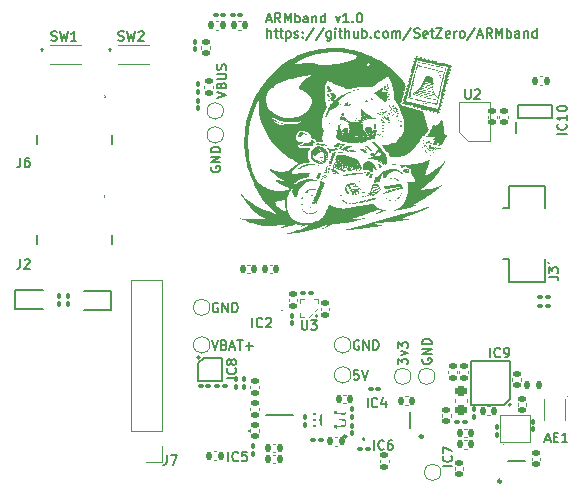
<source format=gto>
%TF.GenerationSoftware,KiCad,Pcbnew,7.0.1*%
%TF.CreationDate,2024-02-26T17:05:23+01:00*%
%TF.ProjectId,armband,61726d62-616e-4642-9e6b-696361645f70,rev?*%
%TF.SameCoordinates,Original*%
%TF.FileFunction,Legend,Top*%
%TF.FilePolarity,Positive*%
%FSLAX46Y46*%
G04 Gerber Fmt 4.6, Leading zero omitted, Abs format (unit mm)*
G04 Created by KiCad (PCBNEW 7.0.1) date 2024-02-26 17:05:23*
%MOMM*%
%LPD*%
G01*
G04 APERTURE LIST*
G04 Aperture macros list*
%AMRoundRect*
0 Rectangle with rounded corners*
0 $1 Rounding radius*
0 $2 $3 $4 $5 $6 $7 $8 $9 X,Y pos of 4 corners*
0 Add a 4 corners polygon primitive as box body*
4,1,4,$2,$3,$4,$5,$6,$7,$8,$9,$2,$3,0*
0 Add four circle primitives for the rounded corners*
1,1,$1+$1,$2,$3*
1,1,$1+$1,$4,$5*
1,1,$1+$1,$6,$7*
1,1,$1+$1,$8,$9*
0 Add four rect primitives between the rounded corners*
20,1,$1+$1,$2,$3,$4,$5,0*
20,1,$1+$1,$4,$5,$6,$7,0*
20,1,$1+$1,$6,$7,$8,$9,0*
20,1,$1+$1,$8,$9,$2,$3,0*%
G04 Aperture macros list end*
%ADD10C,0.150000*%
%ADD11C,0.254000*%
%ADD12C,0.120000*%
%ADD13C,0.100000*%
%ADD14C,0.200000*%
%ADD15C,0.250000*%
%ADD16RoundRect,0.140000X0.170000X-0.140000X0.170000X0.140000X-0.170000X0.140000X-0.170000X-0.140000X0*%
%ADD17RoundRect,0.140000X-0.170000X0.140000X-0.170000X-0.140000X0.170000X-0.140000X0.170000X0.140000X0*%
%ADD18R,1.700000X1.700000*%
%ADD19O,1.700000X1.700000*%
%ADD20RoundRect,0.100000X-0.100000X0.130000X-0.100000X-0.130000X0.100000X-0.130000X0.100000X0.130000X0*%
%ADD21R,1.700000X0.400000*%
%ADD22C,1.000000*%
%ADD23R,0.250000X0.550000*%
%ADD24R,0.200000X0.550000*%
%ADD25R,0.600000X0.300000*%
%ADD26RoundRect,0.140000X-0.140000X-0.170000X0.140000X-0.170000X0.140000X0.170000X-0.140000X0.170000X0*%
%ADD27RoundRect,0.100000X0.130000X0.100000X-0.130000X0.100000X-0.130000X-0.100000X0.130000X-0.100000X0*%
%ADD28RoundRect,0.100000X0.100000X-0.130000X0.100000X0.130000X-0.100000X0.130000X-0.100000X-0.130000X0*%
%ADD29RoundRect,0.100000X-0.130000X-0.100000X0.130000X-0.100000X0.130000X0.100000X-0.130000X0.100000X0*%
%ADD30R,0.550000X0.550000*%
%ADD31RoundRect,0.218750X0.256250X-0.218750X0.256250X0.218750X-0.256250X0.218750X-0.256250X-0.218750X0*%
%ADD32R,1.800000X0.800000*%
%ADD33R,0.600000X0.350000*%
%ADD34R,1.100000X1.700000*%
%ADD35R,0.700000X0.300000*%
%ADD36R,1.000000X1.700000*%
%ADD37R,0.760000X2.400000*%
%ADD38RoundRect,0.140000X0.140000X0.170000X-0.140000X0.170000X-0.140000X-0.170000X0.140000X-0.170000X0*%
%ADD39R,1.200000X0.200000*%
%ADD40R,0.700000X0.200000*%
%ADD41R,0.200000X0.500000*%
%ADD42R,0.200000X0.700000*%
%ADD43C,0.290000*%
%ADD44R,0.950000X0.950000*%
%ADD45R,0.900000X0.800000*%
%ADD46R,0.475000X0.250000*%
%ADD47R,0.250000X0.475000*%
%ADD48R,0.550000X0.900000*%
%ADD49R,0.350000X0.600000*%
%ADD50R,1.700000X1.100000*%
%ADD51R,0.800000X1.800000*%
%ADD52R,0.500000X0.200000*%
%ADD53R,0.380000X0.280000*%
%ADD54R,0.730000X0.600000*%
%ADD55RoundRect,0.147500X0.147500X0.172500X-0.147500X0.172500X-0.147500X-0.172500X0.147500X-0.172500X0*%
%ADD56R,2.800000X1.850000*%
%ADD57C,0.250000*%
%ADD58C,0.269000*%
%ADD59R,0.300000X0.550000*%
%ADD60C,0.950000*%
%ADD61C,1.150000*%
G04 APERTURE END LIST*
D10*
X132867380Y-48796523D02*
X133248333Y-48796523D01*
X132791190Y-49025095D02*
X133057857Y-48225095D01*
X133057857Y-48225095D02*
X133324523Y-49025095D01*
X134048333Y-49025095D02*
X133781666Y-48644142D01*
X133591190Y-49025095D02*
X133591190Y-48225095D01*
X133591190Y-48225095D02*
X133895952Y-48225095D01*
X133895952Y-48225095D02*
X133972142Y-48263190D01*
X133972142Y-48263190D02*
X134010237Y-48301285D01*
X134010237Y-48301285D02*
X134048333Y-48377476D01*
X134048333Y-48377476D02*
X134048333Y-48491761D01*
X134048333Y-48491761D02*
X134010237Y-48567952D01*
X134010237Y-48567952D02*
X133972142Y-48606047D01*
X133972142Y-48606047D02*
X133895952Y-48644142D01*
X133895952Y-48644142D02*
X133591190Y-48644142D01*
X134391190Y-49025095D02*
X134391190Y-48225095D01*
X134391190Y-48225095D02*
X134657856Y-48796523D01*
X134657856Y-48796523D02*
X134924523Y-48225095D01*
X134924523Y-48225095D02*
X134924523Y-49025095D01*
X135305476Y-49025095D02*
X135305476Y-48225095D01*
X135305476Y-48529857D02*
X135381666Y-48491761D01*
X135381666Y-48491761D02*
X135534047Y-48491761D01*
X135534047Y-48491761D02*
X135610238Y-48529857D01*
X135610238Y-48529857D02*
X135648333Y-48567952D01*
X135648333Y-48567952D02*
X135686428Y-48644142D01*
X135686428Y-48644142D02*
X135686428Y-48872714D01*
X135686428Y-48872714D02*
X135648333Y-48948904D01*
X135648333Y-48948904D02*
X135610238Y-48987000D01*
X135610238Y-48987000D02*
X135534047Y-49025095D01*
X135534047Y-49025095D02*
X135381666Y-49025095D01*
X135381666Y-49025095D02*
X135305476Y-48987000D01*
X136372143Y-49025095D02*
X136372143Y-48606047D01*
X136372143Y-48606047D02*
X136334048Y-48529857D01*
X136334048Y-48529857D02*
X136257857Y-48491761D01*
X136257857Y-48491761D02*
X136105476Y-48491761D01*
X136105476Y-48491761D02*
X136029286Y-48529857D01*
X136372143Y-48987000D02*
X136295952Y-49025095D01*
X136295952Y-49025095D02*
X136105476Y-49025095D01*
X136105476Y-49025095D02*
X136029286Y-48987000D01*
X136029286Y-48987000D02*
X135991190Y-48910809D01*
X135991190Y-48910809D02*
X135991190Y-48834619D01*
X135991190Y-48834619D02*
X136029286Y-48758428D01*
X136029286Y-48758428D02*
X136105476Y-48720333D01*
X136105476Y-48720333D02*
X136295952Y-48720333D01*
X136295952Y-48720333D02*
X136372143Y-48682238D01*
X136753096Y-48491761D02*
X136753096Y-49025095D01*
X136753096Y-48567952D02*
X136791191Y-48529857D01*
X136791191Y-48529857D02*
X136867381Y-48491761D01*
X136867381Y-48491761D02*
X136981667Y-48491761D01*
X136981667Y-48491761D02*
X137057858Y-48529857D01*
X137057858Y-48529857D02*
X137095953Y-48606047D01*
X137095953Y-48606047D02*
X137095953Y-49025095D01*
X137819763Y-49025095D02*
X137819763Y-48225095D01*
X137819763Y-48987000D02*
X137743572Y-49025095D01*
X137743572Y-49025095D02*
X137591191Y-49025095D01*
X137591191Y-49025095D02*
X137515001Y-48987000D01*
X137515001Y-48987000D02*
X137476906Y-48948904D01*
X137476906Y-48948904D02*
X137438810Y-48872714D01*
X137438810Y-48872714D02*
X137438810Y-48644142D01*
X137438810Y-48644142D02*
X137476906Y-48567952D01*
X137476906Y-48567952D02*
X137515001Y-48529857D01*
X137515001Y-48529857D02*
X137591191Y-48491761D01*
X137591191Y-48491761D02*
X137743572Y-48491761D01*
X137743572Y-48491761D02*
X137819763Y-48529857D01*
X138734049Y-48491761D02*
X138924525Y-49025095D01*
X138924525Y-49025095D02*
X139115002Y-48491761D01*
X139838811Y-49025095D02*
X139381668Y-49025095D01*
X139610240Y-49025095D02*
X139610240Y-48225095D01*
X139610240Y-48225095D02*
X139534049Y-48339380D01*
X139534049Y-48339380D02*
X139457859Y-48415571D01*
X139457859Y-48415571D02*
X139381668Y-48453666D01*
X140181669Y-48948904D02*
X140219764Y-48987000D01*
X140219764Y-48987000D02*
X140181669Y-49025095D01*
X140181669Y-49025095D02*
X140143573Y-48987000D01*
X140143573Y-48987000D02*
X140181669Y-48948904D01*
X140181669Y-48948904D02*
X140181669Y-49025095D01*
X140715002Y-48225095D02*
X140791192Y-48225095D01*
X140791192Y-48225095D02*
X140867383Y-48263190D01*
X140867383Y-48263190D02*
X140905478Y-48301285D01*
X140905478Y-48301285D02*
X140943573Y-48377476D01*
X140943573Y-48377476D02*
X140981668Y-48529857D01*
X140981668Y-48529857D02*
X140981668Y-48720333D01*
X140981668Y-48720333D02*
X140943573Y-48872714D01*
X140943573Y-48872714D02*
X140905478Y-48948904D01*
X140905478Y-48948904D02*
X140867383Y-48987000D01*
X140867383Y-48987000D02*
X140791192Y-49025095D01*
X140791192Y-49025095D02*
X140715002Y-49025095D01*
X140715002Y-49025095D02*
X140638811Y-48987000D01*
X140638811Y-48987000D02*
X140600716Y-48948904D01*
X140600716Y-48948904D02*
X140562621Y-48872714D01*
X140562621Y-48872714D02*
X140524525Y-48720333D01*
X140524525Y-48720333D02*
X140524525Y-48529857D01*
X140524525Y-48529857D02*
X140562621Y-48377476D01*
X140562621Y-48377476D02*
X140600716Y-48301285D01*
X140600716Y-48301285D02*
X140638811Y-48263190D01*
X140638811Y-48263190D02*
X140715002Y-48225095D01*
X132905476Y-50321095D02*
X132905476Y-49521095D01*
X133248333Y-50321095D02*
X133248333Y-49902047D01*
X133248333Y-49902047D02*
X133210238Y-49825857D01*
X133210238Y-49825857D02*
X133134047Y-49787761D01*
X133134047Y-49787761D02*
X133019761Y-49787761D01*
X133019761Y-49787761D02*
X132943571Y-49825857D01*
X132943571Y-49825857D02*
X132905476Y-49863952D01*
X133515000Y-49787761D02*
X133819762Y-49787761D01*
X133629286Y-49521095D02*
X133629286Y-50206809D01*
X133629286Y-50206809D02*
X133667381Y-50283000D01*
X133667381Y-50283000D02*
X133743571Y-50321095D01*
X133743571Y-50321095D02*
X133819762Y-50321095D01*
X133972143Y-49787761D02*
X134276905Y-49787761D01*
X134086429Y-49521095D02*
X134086429Y-50206809D01*
X134086429Y-50206809D02*
X134124524Y-50283000D01*
X134124524Y-50283000D02*
X134200714Y-50321095D01*
X134200714Y-50321095D02*
X134276905Y-50321095D01*
X134543572Y-49787761D02*
X134543572Y-50587761D01*
X134543572Y-49825857D02*
X134619762Y-49787761D01*
X134619762Y-49787761D02*
X134772143Y-49787761D01*
X134772143Y-49787761D02*
X134848334Y-49825857D01*
X134848334Y-49825857D02*
X134886429Y-49863952D01*
X134886429Y-49863952D02*
X134924524Y-49940142D01*
X134924524Y-49940142D02*
X134924524Y-50168714D01*
X134924524Y-50168714D02*
X134886429Y-50244904D01*
X134886429Y-50244904D02*
X134848334Y-50283000D01*
X134848334Y-50283000D02*
X134772143Y-50321095D01*
X134772143Y-50321095D02*
X134619762Y-50321095D01*
X134619762Y-50321095D02*
X134543572Y-50283000D01*
X135229286Y-50283000D02*
X135305477Y-50321095D01*
X135305477Y-50321095D02*
X135457858Y-50321095D01*
X135457858Y-50321095D02*
X135534048Y-50283000D01*
X135534048Y-50283000D02*
X135572144Y-50206809D01*
X135572144Y-50206809D02*
X135572144Y-50168714D01*
X135572144Y-50168714D02*
X135534048Y-50092523D01*
X135534048Y-50092523D02*
X135457858Y-50054428D01*
X135457858Y-50054428D02*
X135343572Y-50054428D01*
X135343572Y-50054428D02*
X135267382Y-50016333D01*
X135267382Y-50016333D02*
X135229286Y-49940142D01*
X135229286Y-49940142D02*
X135229286Y-49902047D01*
X135229286Y-49902047D02*
X135267382Y-49825857D01*
X135267382Y-49825857D02*
X135343572Y-49787761D01*
X135343572Y-49787761D02*
X135457858Y-49787761D01*
X135457858Y-49787761D02*
X135534048Y-49825857D01*
X135915001Y-50244904D02*
X135953096Y-50283000D01*
X135953096Y-50283000D02*
X135915001Y-50321095D01*
X135915001Y-50321095D02*
X135876905Y-50283000D01*
X135876905Y-50283000D02*
X135915001Y-50244904D01*
X135915001Y-50244904D02*
X135915001Y-50321095D01*
X135915001Y-49825857D02*
X135953096Y-49863952D01*
X135953096Y-49863952D02*
X135915001Y-49902047D01*
X135915001Y-49902047D02*
X135876905Y-49863952D01*
X135876905Y-49863952D02*
X135915001Y-49825857D01*
X135915001Y-49825857D02*
X135915001Y-49902047D01*
X136867381Y-49483000D02*
X136181667Y-50511571D01*
X137705476Y-49483000D02*
X137019762Y-50511571D01*
X138315000Y-49787761D02*
X138315000Y-50435380D01*
X138315000Y-50435380D02*
X138276905Y-50511571D01*
X138276905Y-50511571D02*
X138238809Y-50549666D01*
X138238809Y-50549666D02*
X138162619Y-50587761D01*
X138162619Y-50587761D02*
X138048333Y-50587761D01*
X138048333Y-50587761D02*
X137972143Y-50549666D01*
X138315000Y-50283000D02*
X138238809Y-50321095D01*
X138238809Y-50321095D02*
X138086428Y-50321095D01*
X138086428Y-50321095D02*
X138010238Y-50283000D01*
X138010238Y-50283000D02*
X137972143Y-50244904D01*
X137972143Y-50244904D02*
X137934047Y-50168714D01*
X137934047Y-50168714D02*
X137934047Y-49940142D01*
X137934047Y-49940142D02*
X137972143Y-49863952D01*
X137972143Y-49863952D02*
X138010238Y-49825857D01*
X138010238Y-49825857D02*
X138086428Y-49787761D01*
X138086428Y-49787761D02*
X138238809Y-49787761D01*
X138238809Y-49787761D02*
X138315000Y-49825857D01*
X138695953Y-50321095D02*
X138695953Y-49787761D01*
X138695953Y-49521095D02*
X138657857Y-49559190D01*
X138657857Y-49559190D02*
X138695953Y-49597285D01*
X138695953Y-49597285D02*
X138734048Y-49559190D01*
X138734048Y-49559190D02*
X138695953Y-49521095D01*
X138695953Y-49521095D02*
X138695953Y-49597285D01*
X138962619Y-49787761D02*
X139267381Y-49787761D01*
X139076905Y-49521095D02*
X139076905Y-50206809D01*
X139076905Y-50206809D02*
X139115000Y-50283000D01*
X139115000Y-50283000D02*
X139191190Y-50321095D01*
X139191190Y-50321095D02*
X139267381Y-50321095D01*
X139534048Y-50321095D02*
X139534048Y-49521095D01*
X139876905Y-50321095D02*
X139876905Y-49902047D01*
X139876905Y-49902047D02*
X139838810Y-49825857D01*
X139838810Y-49825857D02*
X139762619Y-49787761D01*
X139762619Y-49787761D02*
X139648333Y-49787761D01*
X139648333Y-49787761D02*
X139572143Y-49825857D01*
X139572143Y-49825857D02*
X139534048Y-49863952D01*
X140600715Y-49787761D02*
X140600715Y-50321095D01*
X140257858Y-49787761D02*
X140257858Y-50206809D01*
X140257858Y-50206809D02*
X140295953Y-50283000D01*
X140295953Y-50283000D02*
X140372143Y-50321095D01*
X140372143Y-50321095D02*
X140486429Y-50321095D01*
X140486429Y-50321095D02*
X140562620Y-50283000D01*
X140562620Y-50283000D02*
X140600715Y-50244904D01*
X140981668Y-50321095D02*
X140981668Y-49521095D01*
X140981668Y-49825857D02*
X141057858Y-49787761D01*
X141057858Y-49787761D02*
X141210239Y-49787761D01*
X141210239Y-49787761D02*
X141286430Y-49825857D01*
X141286430Y-49825857D02*
X141324525Y-49863952D01*
X141324525Y-49863952D02*
X141362620Y-49940142D01*
X141362620Y-49940142D02*
X141362620Y-50168714D01*
X141362620Y-50168714D02*
X141324525Y-50244904D01*
X141324525Y-50244904D02*
X141286430Y-50283000D01*
X141286430Y-50283000D02*
X141210239Y-50321095D01*
X141210239Y-50321095D02*
X141057858Y-50321095D01*
X141057858Y-50321095D02*
X140981668Y-50283000D01*
X141705478Y-50244904D02*
X141743573Y-50283000D01*
X141743573Y-50283000D02*
X141705478Y-50321095D01*
X141705478Y-50321095D02*
X141667382Y-50283000D01*
X141667382Y-50283000D02*
X141705478Y-50244904D01*
X141705478Y-50244904D02*
X141705478Y-50321095D01*
X142429287Y-50283000D02*
X142353096Y-50321095D01*
X142353096Y-50321095D02*
X142200715Y-50321095D01*
X142200715Y-50321095D02*
X142124525Y-50283000D01*
X142124525Y-50283000D02*
X142086430Y-50244904D01*
X142086430Y-50244904D02*
X142048334Y-50168714D01*
X142048334Y-50168714D02*
X142048334Y-49940142D01*
X142048334Y-49940142D02*
X142086430Y-49863952D01*
X142086430Y-49863952D02*
X142124525Y-49825857D01*
X142124525Y-49825857D02*
X142200715Y-49787761D01*
X142200715Y-49787761D02*
X142353096Y-49787761D01*
X142353096Y-49787761D02*
X142429287Y-49825857D01*
X142886429Y-50321095D02*
X142810239Y-50283000D01*
X142810239Y-50283000D02*
X142772144Y-50244904D01*
X142772144Y-50244904D02*
X142734048Y-50168714D01*
X142734048Y-50168714D02*
X142734048Y-49940142D01*
X142734048Y-49940142D02*
X142772144Y-49863952D01*
X142772144Y-49863952D02*
X142810239Y-49825857D01*
X142810239Y-49825857D02*
X142886429Y-49787761D01*
X142886429Y-49787761D02*
X143000715Y-49787761D01*
X143000715Y-49787761D02*
X143076906Y-49825857D01*
X143076906Y-49825857D02*
X143115001Y-49863952D01*
X143115001Y-49863952D02*
X143153096Y-49940142D01*
X143153096Y-49940142D02*
X143153096Y-50168714D01*
X143153096Y-50168714D02*
X143115001Y-50244904D01*
X143115001Y-50244904D02*
X143076906Y-50283000D01*
X143076906Y-50283000D02*
X143000715Y-50321095D01*
X143000715Y-50321095D02*
X142886429Y-50321095D01*
X143495954Y-50321095D02*
X143495954Y-49787761D01*
X143495954Y-49863952D02*
X143534049Y-49825857D01*
X143534049Y-49825857D02*
X143610239Y-49787761D01*
X143610239Y-49787761D02*
X143724525Y-49787761D01*
X143724525Y-49787761D02*
X143800716Y-49825857D01*
X143800716Y-49825857D02*
X143838811Y-49902047D01*
X143838811Y-49902047D02*
X143838811Y-50321095D01*
X143838811Y-49902047D02*
X143876906Y-49825857D01*
X143876906Y-49825857D02*
X143953097Y-49787761D01*
X143953097Y-49787761D02*
X144067382Y-49787761D01*
X144067382Y-49787761D02*
X144143573Y-49825857D01*
X144143573Y-49825857D02*
X144181668Y-49902047D01*
X144181668Y-49902047D02*
X144181668Y-50321095D01*
X145134049Y-49483000D02*
X144448335Y-50511571D01*
X145362620Y-50283000D02*
X145476906Y-50321095D01*
X145476906Y-50321095D02*
X145667382Y-50321095D01*
X145667382Y-50321095D02*
X145743573Y-50283000D01*
X145743573Y-50283000D02*
X145781668Y-50244904D01*
X145781668Y-50244904D02*
X145819763Y-50168714D01*
X145819763Y-50168714D02*
X145819763Y-50092523D01*
X145819763Y-50092523D02*
X145781668Y-50016333D01*
X145781668Y-50016333D02*
X145743573Y-49978238D01*
X145743573Y-49978238D02*
X145667382Y-49940142D01*
X145667382Y-49940142D02*
X145515001Y-49902047D01*
X145515001Y-49902047D02*
X145438811Y-49863952D01*
X145438811Y-49863952D02*
X145400716Y-49825857D01*
X145400716Y-49825857D02*
X145362620Y-49749666D01*
X145362620Y-49749666D02*
X145362620Y-49673476D01*
X145362620Y-49673476D02*
X145400716Y-49597285D01*
X145400716Y-49597285D02*
X145438811Y-49559190D01*
X145438811Y-49559190D02*
X145515001Y-49521095D01*
X145515001Y-49521095D02*
X145705478Y-49521095D01*
X145705478Y-49521095D02*
X145819763Y-49559190D01*
X146467383Y-50283000D02*
X146391192Y-50321095D01*
X146391192Y-50321095D02*
X146238811Y-50321095D01*
X146238811Y-50321095D02*
X146162621Y-50283000D01*
X146162621Y-50283000D02*
X146124525Y-50206809D01*
X146124525Y-50206809D02*
X146124525Y-49902047D01*
X146124525Y-49902047D02*
X146162621Y-49825857D01*
X146162621Y-49825857D02*
X146238811Y-49787761D01*
X146238811Y-49787761D02*
X146391192Y-49787761D01*
X146391192Y-49787761D02*
X146467383Y-49825857D01*
X146467383Y-49825857D02*
X146505478Y-49902047D01*
X146505478Y-49902047D02*
X146505478Y-49978238D01*
X146505478Y-49978238D02*
X146124525Y-50054428D01*
X146734049Y-49787761D02*
X147038811Y-49787761D01*
X146848335Y-49521095D02*
X146848335Y-50206809D01*
X146848335Y-50206809D02*
X146886430Y-50283000D01*
X146886430Y-50283000D02*
X146962620Y-50321095D01*
X146962620Y-50321095D02*
X147038811Y-50321095D01*
X147229287Y-49521095D02*
X147762621Y-49521095D01*
X147762621Y-49521095D02*
X147229287Y-50321095D01*
X147229287Y-50321095D02*
X147762621Y-50321095D01*
X148372145Y-50283000D02*
X148295954Y-50321095D01*
X148295954Y-50321095D02*
X148143573Y-50321095D01*
X148143573Y-50321095D02*
X148067383Y-50283000D01*
X148067383Y-50283000D02*
X148029287Y-50206809D01*
X148029287Y-50206809D02*
X148029287Y-49902047D01*
X148029287Y-49902047D02*
X148067383Y-49825857D01*
X148067383Y-49825857D02*
X148143573Y-49787761D01*
X148143573Y-49787761D02*
X148295954Y-49787761D01*
X148295954Y-49787761D02*
X148372145Y-49825857D01*
X148372145Y-49825857D02*
X148410240Y-49902047D01*
X148410240Y-49902047D02*
X148410240Y-49978238D01*
X148410240Y-49978238D02*
X148029287Y-50054428D01*
X148753097Y-50321095D02*
X148753097Y-49787761D01*
X148753097Y-49940142D02*
X148791192Y-49863952D01*
X148791192Y-49863952D02*
X148829287Y-49825857D01*
X148829287Y-49825857D02*
X148905478Y-49787761D01*
X148905478Y-49787761D02*
X148981668Y-49787761D01*
X149362620Y-50321095D02*
X149286430Y-50283000D01*
X149286430Y-50283000D02*
X149248335Y-50244904D01*
X149248335Y-50244904D02*
X149210239Y-50168714D01*
X149210239Y-50168714D02*
X149210239Y-49940142D01*
X149210239Y-49940142D02*
X149248335Y-49863952D01*
X149248335Y-49863952D02*
X149286430Y-49825857D01*
X149286430Y-49825857D02*
X149362620Y-49787761D01*
X149362620Y-49787761D02*
X149476906Y-49787761D01*
X149476906Y-49787761D02*
X149553097Y-49825857D01*
X149553097Y-49825857D02*
X149591192Y-49863952D01*
X149591192Y-49863952D02*
X149629287Y-49940142D01*
X149629287Y-49940142D02*
X149629287Y-50168714D01*
X149629287Y-50168714D02*
X149591192Y-50244904D01*
X149591192Y-50244904D02*
X149553097Y-50283000D01*
X149553097Y-50283000D02*
X149476906Y-50321095D01*
X149476906Y-50321095D02*
X149362620Y-50321095D01*
X150543573Y-49483000D02*
X149857859Y-50511571D01*
X150772144Y-50092523D02*
X151153097Y-50092523D01*
X150695954Y-50321095D02*
X150962621Y-49521095D01*
X150962621Y-49521095D02*
X151229287Y-50321095D01*
X151953097Y-50321095D02*
X151686430Y-49940142D01*
X151495954Y-50321095D02*
X151495954Y-49521095D01*
X151495954Y-49521095D02*
X151800716Y-49521095D01*
X151800716Y-49521095D02*
X151876906Y-49559190D01*
X151876906Y-49559190D02*
X151915001Y-49597285D01*
X151915001Y-49597285D02*
X151953097Y-49673476D01*
X151953097Y-49673476D02*
X151953097Y-49787761D01*
X151953097Y-49787761D02*
X151915001Y-49863952D01*
X151915001Y-49863952D02*
X151876906Y-49902047D01*
X151876906Y-49902047D02*
X151800716Y-49940142D01*
X151800716Y-49940142D02*
X151495954Y-49940142D01*
X152295954Y-50321095D02*
X152295954Y-49521095D01*
X152295954Y-49521095D02*
X152562620Y-50092523D01*
X152562620Y-50092523D02*
X152829287Y-49521095D01*
X152829287Y-49521095D02*
X152829287Y-50321095D01*
X153210240Y-50321095D02*
X153210240Y-49521095D01*
X153210240Y-49825857D02*
X153286430Y-49787761D01*
X153286430Y-49787761D02*
X153438811Y-49787761D01*
X153438811Y-49787761D02*
X153515002Y-49825857D01*
X153515002Y-49825857D02*
X153553097Y-49863952D01*
X153553097Y-49863952D02*
X153591192Y-49940142D01*
X153591192Y-49940142D02*
X153591192Y-50168714D01*
X153591192Y-50168714D02*
X153553097Y-50244904D01*
X153553097Y-50244904D02*
X153515002Y-50283000D01*
X153515002Y-50283000D02*
X153438811Y-50321095D01*
X153438811Y-50321095D02*
X153286430Y-50321095D01*
X153286430Y-50321095D02*
X153210240Y-50283000D01*
X154276907Y-50321095D02*
X154276907Y-49902047D01*
X154276907Y-49902047D02*
X154238812Y-49825857D01*
X154238812Y-49825857D02*
X154162621Y-49787761D01*
X154162621Y-49787761D02*
X154010240Y-49787761D01*
X154010240Y-49787761D02*
X153934050Y-49825857D01*
X154276907Y-50283000D02*
X154200716Y-50321095D01*
X154200716Y-50321095D02*
X154010240Y-50321095D01*
X154010240Y-50321095D02*
X153934050Y-50283000D01*
X153934050Y-50283000D02*
X153895954Y-50206809D01*
X153895954Y-50206809D02*
X153895954Y-50130619D01*
X153895954Y-50130619D02*
X153934050Y-50054428D01*
X153934050Y-50054428D02*
X154010240Y-50016333D01*
X154010240Y-50016333D02*
X154200716Y-50016333D01*
X154200716Y-50016333D02*
X154276907Y-49978238D01*
X154657860Y-49787761D02*
X154657860Y-50321095D01*
X154657860Y-49863952D02*
X154695955Y-49825857D01*
X154695955Y-49825857D02*
X154772145Y-49787761D01*
X154772145Y-49787761D02*
X154886431Y-49787761D01*
X154886431Y-49787761D02*
X154962622Y-49825857D01*
X154962622Y-49825857D02*
X155000717Y-49902047D01*
X155000717Y-49902047D02*
X155000717Y-50321095D01*
X155724527Y-50321095D02*
X155724527Y-49521095D01*
X155724527Y-50283000D02*
X155648336Y-50321095D01*
X155648336Y-50321095D02*
X155495955Y-50321095D01*
X155495955Y-50321095D02*
X155419765Y-50283000D01*
X155419765Y-50283000D02*
X155381670Y-50244904D01*
X155381670Y-50244904D02*
X155343574Y-50168714D01*
X155343574Y-50168714D02*
X155343574Y-49940142D01*
X155343574Y-49940142D02*
X155381670Y-49863952D01*
X155381670Y-49863952D02*
X155419765Y-49825857D01*
X155419765Y-49825857D02*
X155495955Y-49787761D01*
X155495955Y-49787761D02*
X155648336Y-49787761D01*
X155648336Y-49787761D02*
X155724527Y-49825857D01*
X128172190Y-61239476D02*
X128134095Y-61315666D01*
X128134095Y-61315666D02*
X128134095Y-61429952D01*
X128134095Y-61429952D02*
X128172190Y-61544238D01*
X128172190Y-61544238D02*
X128248380Y-61620428D01*
X128248380Y-61620428D02*
X128324571Y-61658523D01*
X128324571Y-61658523D02*
X128476952Y-61696619D01*
X128476952Y-61696619D02*
X128591238Y-61696619D01*
X128591238Y-61696619D02*
X128743619Y-61658523D01*
X128743619Y-61658523D02*
X128819809Y-61620428D01*
X128819809Y-61620428D02*
X128896000Y-61544238D01*
X128896000Y-61544238D02*
X128934095Y-61429952D01*
X128934095Y-61429952D02*
X128934095Y-61353761D01*
X128934095Y-61353761D02*
X128896000Y-61239476D01*
X128896000Y-61239476D02*
X128857904Y-61201380D01*
X128857904Y-61201380D02*
X128591238Y-61201380D01*
X128591238Y-61201380D02*
X128591238Y-61353761D01*
X128934095Y-60858523D02*
X128134095Y-60858523D01*
X128134095Y-60858523D02*
X128934095Y-60401380D01*
X128934095Y-60401380D02*
X128134095Y-60401380D01*
X128934095Y-60020428D02*
X128134095Y-60020428D01*
X128134095Y-60020428D02*
X128134095Y-59829952D01*
X128134095Y-59829952D02*
X128172190Y-59715666D01*
X128172190Y-59715666D02*
X128248380Y-59639476D01*
X128248380Y-59639476D02*
X128324571Y-59601381D01*
X128324571Y-59601381D02*
X128476952Y-59563285D01*
X128476952Y-59563285D02*
X128591238Y-59563285D01*
X128591238Y-59563285D02*
X128743619Y-59601381D01*
X128743619Y-59601381D02*
X128819809Y-59639476D01*
X128819809Y-59639476D02*
X128896000Y-59715666D01*
X128896000Y-59715666D02*
X128934095Y-59829952D01*
X128934095Y-59829952D02*
X128934095Y-60020428D01*
X146079190Y-77495476D02*
X146041095Y-77571666D01*
X146041095Y-77571666D02*
X146041095Y-77685952D01*
X146041095Y-77685952D02*
X146079190Y-77800238D01*
X146079190Y-77800238D02*
X146155380Y-77876428D01*
X146155380Y-77876428D02*
X146231571Y-77914523D01*
X146231571Y-77914523D02*
X146383952Y-77952619D01*
X146383952Y-77952619D02*
X146498238Y-77952619D01*
X146498238Y-77952619D02*
X146650619Y-77914523D01*
X146650619Y-77914523D02*
X146726809Y-77876428D01*
X146726809Y-77876428D02*
X146803000Y-77800238D01*
X146803000Y-77800238D02*
X146841095Y-77685952D01*
X146841095Y-77685952D02*
X146841095Y-77609761D01*
X146841095Y-77609761D02*
X146803000Y-77495476D01*
X146803000Y-77495476D02*
X146764904Y-77457380D01*
X146764904Y-77457380D02*
X146498238Y-77457380D01*
X146498238Y-77457380D02*
X146498238Y-77609761D01*
X146841095Y-77114523D02*
X146041095Y-77114523D01*
X146041095Y-77114523D02*
X146841095Y-76657380D01*
X146841095Y-76657380D02*
X146041095Y-76657380D01*
X146841095Y-76276428D02*
X146041095Y-76276428D01*
X146041095Y-76276428D02*
X146041095Y-76085952D01*
X146041095Y-76085952D02*
X146079190Y-75971666D01*
X146079190Y-75971666D02*
X146155380Y-75895476D01*
X146155380Y-75895476D02*
X146231571Y-75857381D01*
X146231571Y-75857381D02*
X146383952Y-75819285D01*
X146383952Y-75819285D02*
X146498238Y-75819285D01*
X146498238Y-75819285D02*
X146650619Y-75857381D01*
X146650619Y-75857381D02*
X146726809Y-75895476D01*
X146726809Y-75895476D02*
X146803000Y-75971666D01*
X146803000Y-75971666D02*
X146841095Y-76085952D01*
X146841095Y-76085952D02*
X146841095Y-76276428D01*
X144009095Y-77990714D02*
X144009095Y-77495476D01*
X144009095Y-77495476D02*
X144313857Y-77762142D01*
X144313857Y-77762142D02*
X144313857Y-77647857D01*
X144313857Y-77647857D02*
X144351952Y-77571666D01*
X144351952Y-77571666D02*
X144390047Y-77533571D01*
X144390047Y-77533571D02*
X144466238Y-77495476D01*
X144466238Y-77495476D02*
X144656714Y-77495476D01*
X144656714Y-77495476D02*
X144732904Y-77533571D01*
X144732904Y-77533571D02*
X144771000Y-77571666D01*
X144771000Y-77571666D02*
X144809095Y-77647857D01*
X144809095Y-77647857D02*
X144809095Y-77876428D01*
X144809095Y-77876428D02*
X144771000Y-77952619D01*
X144771000Y-77952619D02*
X144732904Y-77990714D01*
X144275761Y-77228809D02*
X144809095Y-77038333D01*
X144809095Y-77038333D02*
X144275761Y-76847856D01*
X144009095Y-76619285D02*
X144009095Y-76124047D01*
X144009095Y-76124047D02*
X144313857Y-76390713D01*
X144313857Y-76390713D02*
X144313857Y-76276428D01*
X144313857Y-76276428D02*
X144351952Y-76200237D01*
X144351952Y-76200237D02*
X144390047Y-76162142D01*
X144390047Y-76162142D02*
X144466238Y-76124047D01*
X144466238Y-76124047D02*
X144656714Y-76124047D01*
X144656714Y-76124047D02*
X144732904Y-76162142D01*
X144732904Y-76162142D02*
X144771000Y-76200237D01*
X144771000Y-76200237D02*
X144809095Y-76276428D01*
X144809095Y-76276428D02*
X144809095Y-76504999D01*
X144809095Y-76504999D02*
X144771000Y-76581190D01*
X144771000Y-76581190D02*
X144732904Y-76619285D01*
X128752523Y-72800190D02*
X128676333Y-72762095D01*
X128676333Y-72762095D02*
X128562047Y-72762095D01*
X128562047Y-72762095D02*
X128447761Y-72800190D01*
X128447761Y-72800190D02*
X128371571Y-72876380D01*
X128371571Y-72876380D02*
X128333476Y-72952571D01*
X128333476Y-72952571D02*
X128295380Y-73104952D01*
X128295380Y-73104952D02*
X128295380Y-73219238D01*
X128295380Y-73219238D02*
X128333476Y-73371619D01*
X128333476Y-73371619D02*
X128371571Y-73447809D01*
X128371571Y-73447809D02*
X128447761Y-73524000D01*
X128447761Y-73524000D02*
X128562047Y-73562095D01*
X128562047Y-73562095D02*
X128638238Y-73562095D01*
X128638238Y-73562095D02*
X128752523Y-73524000D01*
X128752523Y-73524000D02*
X128790619Y-73485904D01*
X128790619Y-73485904D02*
X128790619Y-73219238D01*
X128790619Y-73219238D02*
X128638238Y-73219238D01*
X129133476Y-73562095D02*
X129133476Y-72762095D01*
X129133476Y-72762095D02*
X129590619Y-73562095D01*
X129590619Y-73562095D02*
X129590619Y-72762095D01*
X129971571Y-73562095D02*
X129971571Y-72762095D01*
X129971571Y-72762095D02*
X130162047Y-72762095D01*
X130162047Y-72762095D02*
X130276333Y-72800190D01*
X130276333Y-72800190D02*
X130352523Y-72876380D01*
X130352523Y-72876380D02*
X130390618Y-72952571D01*
X130390618Y-72952571D02*
X130428714Y-73104952D01*
X130428714Y-73104952D02*
X130428714Y-73219238D01*
X130428714Y-73219238D02*
X130390618Y-73371619D01*
X130390618Y-73371619D02*
X130352523Y-73447809D01*
X130352523Y-73447809D02*
X130276333Y-73524000D01*
X130276333Y-73524000D02*
X130162047Y-73562095D01*
X130162047Y-73562095D02*
X129971571Y-73562095D01*
X140690523Y-75975190D02*
X140614333Y-75937095D01*
X140614333Y-75937095D02*
X140500047Y-75937095D01*
X140500047Y-75937095D02*
X140385761Y-75975190D01*
X140385761Y-75975190D02*
X140309571Y-76051380D01*
X140309571Y-76051380D02*
X140271476Y-76127571D01*
X140271476Y-76127571D02*
X140233380Y-76279952D01*
X140233380Y-76279952D02*
X140233380Y-76394238D01*
X140233380Y-76394238D02*
X140271476Y-76546619D01*
X140271476Y-76546619D02*
X140309571Y-76622809D01*
X140309571Y-76622809D02*
X140385761Y-76699000D01*
X140385761Y-76699000D02*
X140500047Y-76737095D01*
X140500047Y-76737095D02*
X140576238Y-76737095D01*
X140576238Y-76737095D02*
X140690523Y-76699000D01*
X140690523Y-76699000D02*
X140728619Y-76660904D01*
X140728619Y-76660904D02*
X140728619Y-76394238D01*
X140728619Y-76394238D02*
X140576238Y-76394238D01*
X141071476Y-76737095D02*
X141071476Y-75937095D01*
X141071476Y-75937095D02*
X141528619Y-76737095D01*
X141528619Y-76737095D02*
X141528619Y-75937095D01*
X141909571Y-76737095D02*
X141909571Y-75937095D01*
X141909571Y-75937095D02*
X142100047Y-75937095D01*
X142100047Y-75937095D02*
X142214333Y-75975190D01*
X142214333Y-75975190D02*
X142290523Y-76051380D01*
X142290523Y-76051380D02*
X142328618Y-76127571D01*
X142328618Y-76127571D02*
X142366714Y-76279952D01*
X142366714Y-76279952D02*
X142366714Y-76394238D01*
X142366714Y-76394238D02*
X142328618Y-76546619D01*
X142328618Y-76546619D02*
X142290523Y-76622809D01*
X142290523Y-76622809D02*
X142214333Y-76699000D01*
X142214333Y-76699000D02*
X142100047Y-76737095D01*
X142100047Y-76737095D02*
X141909571Y-76737095D01*
X140652428Y-78477095D02*
X140271476Y-78477095D01*
X140271476Y-78477095D02*
X140233380Y-78858047D01*
X140233380Y-78858047D02*
X140271476Y-78819952D01*
X140271476Y-78819952D02*
X140347666Y-78781857D01*
X140347666Y-78781857D02*
X140538142Y-78781857D01*
X140538142Y-78781857D02*
X140614333Y-78819952D01*
X140614333Y-78819952D02*
X140652428Y-78858047D01*
X140652428Y-78858047D02*
X140690523Y-78934238D01*
X140690523Y-78934238D02*
X140690523Y-79124714D01*
X140690523Y-79124714D02*
X140652428Y-79200904D01*
X140652428Y-79200904D02*
X140614333Y-79239000D01*
X140614333Y-79239000D02*
X140538142Y-79277095D01*
X140538142Y-79277095D02*
X140347666Y-79277095D01*
X140347666Y-79277095D02*
X140271476Y-79239000D01*
X140271476Y-79239000D02*
X140233380Y-79200904D01*
X140919095Y-78477095D02*
X141185762Y-79277095D01*
X141185762Y-79277095D02*
X141452428Y-78477095D01*
X128219190Y-75937095D02*
X128485857Y-76737095D01*
X128485857Y-76737095D02*
X128752523Y-75937095D01*
X129285856Y-76318047D02*
X129400142Y-76356142D01*
X129400142Y-76356142D02*
X129438237Y-76394238D01*
X129438237Y-76394238D02*
X129476333Y-76470428D01*
X129476333Y-76470428D02*
X129476333Y-76584714D01*
X129476333Y-76584714D02*
X129438237Y-76660904D01*
X129438237Y-76660904D02*
X129400142Y-76699000D01*
X129400142Y-76699000D02*
X129323952Y-76737095D01*
X129323952Y-76737095D02*
X129019190Y-76737095D01*
X129019190Y-76737095D02*
X129019190Y-75937095D01*
X129019190Y-75937095D02*
X129285856Y-75937095D01*
X129285856Y-75937095D02*
X129362047Y-75975190D01*
X129362047Y-75975190D02*
X129400142Y-76013285D01*
X129400142Y-76013285D02*
X129438237Y-76089476D01*
X129438237Y-76089476D02*
X129438237Y-76165666D01*
X129438237Y-76165666D02*
X129400142Y-76241857D01*
X129400142Y-76241857D02*
X129362047Y-76279952D01*
X129362047Y-76279952D02*
X129285856Y-76318047D01*
X129285856Y-76318047D02*
X129019190Y-76318047D01*
X129781094Y-76508523D02*
X130162047Y-76508523D01*
X129704904Y-76737095D02*
X129971571Y-75937095D01*
X129971571Y-75937095D02*
X130238237Y-76737095D01*
X130390618Y-75937095D02*
X130847761Y-75937095D01*
X130619189Y-76737095D02*
X130619189Y-75937095D01*
X131114428Y-76432333D02*
X131723952Y-76432333D01*
X131419190Y-76737095D02*
X131419190Y-76127571D01*
X128642095Y-55422809D02*
X129442095Y-55156142D01*
X129442095Y-55156142D02*
X128642095Y-54889476D01*
X129023047Y-54356143D02*
X129061142Y-54241857D01*
X129061142Y-54241857D02*
X129099238Y-54203762D01*
X129099238Y-54203762D02*
X129175428Y-54165666D01*
X129175428Y-54165666D02*
X129289714Y-54165666D01*
X129289714Y-54165666D02*
X129365904Y-54203762D01*
X129365904Y-54203762D02*
X129404000Y-54241857D01*
X129404000Y-54241857D02*
X129442095Y-54318047D01*
X129442095Y-54318047D02*
X129442095Y-54622809D01*
X129442095Y-54622809D02*
X128642095Y-54622809D01*
X128642095Y-54622809D02*
X128642095Y-54356143D01*
X128642095Y-54356143D02*
X128680190Y-54279952D01*
X128680190Y-54279952D02*
X128718285Y-54241857D01*
X128718285Y-54241857D02*
X128794476Y-54203762D01*
X128794476Y-54203762D02*
X128870666Y-54203762D01*
X128870666Y-54203762D02*
X128946857Y-54241857D01*
X128946857Y-54241857D02*
X128984952Y-54279952D01*
X128984952Y-54279952D02*
X129023047Y-54356143D01*
X129023047Y-54356143D02*
X129023047Y-54622809D01*
X128642095Y-53822809D02*
X129289714Y-53822809D01*
X129289714Y-53822809D02*
X129365904Y-53784714D01*
X129365904Y-53784714D02*
X129404000Y-53746619D01*
X129404000Y-53746619D02*
X129442095Y-53670428D01*
X129442095Y-53670428D02*
X129442095Y-53518047D01*
X129442095Y-53518047D02*
X129404000Y-53441857D01*
X129404000Y-53441857D02*
X129365904Y-53403762D01*
X129365904Y-53403762D02*
X129289714Y-53365666D01*
X129289714Y-53365666D02*
X128642095Y-53365666D01*
X129404000Y-53022810D02*
X129442095Y-52908524D01*
X129442095Y-52908524D02*
X129442095Y-52718048D01*
X129442095Y-52718048D02*
X129404000Y-52641857D01*
X129404000Y-52641857D02*
X129365904Y-52603762D01*
X129365904Y-52603762D02*
X129289714Y-52565667D01*
X129289714Y-52565667D02*
X129213523Y-52565667D01*
X129213523Y-52565667D02*
X129137333Y-52603762D01*
X129137333Y-52603762D02*
X129099238Y-52641857D01*
X129099238Y-52641857D02*
X129061142Y-52718048D01*
X129061142Y-52718048D02*
X129023047Y-52870429D01*
X129023047Y-52870429D02*
X128984952Y-52946619D01*
X128984952Y-52946619D02*
X128946857Y-52984714D01*
X128946857Y-52984714D02*
X128870666Y-53022810D01*
X128870666Y-53022810D02*
X128794476Y-53022810D01*
X128794476Y-53022810D02*
X128718285Y-52984714D01*
X128718285Y-52984714D02*
X128680190Y-52946619D01*
X128680190Y-52946619D02*
X128642095Y-52870429D01*
X128642095Y-52870429D02*
X128642095Y-52679952D01*
X128642095Y-52679952D02*
X128680190Y-52565667D01*
%TO.C,J7*%
X124433333Y-85670095D02*
X124433333Y-86241523D01*
X124433333Y-86241523D02*
X124395238Y-86355809D01*
X124395238Y-86355809D02*
X124319047Y-86432000D01*
X124319047Y-86432000D02*
X124204762Y-86470095D01*
X124204762Y-86470095D02*
X124128571Y-86470095D01*
X124738095Y-85670095D02*
X125271429Y-85670095D01*
X125271429Y-85670095D02*
X124928571Y-86470095D01*
%TO.C,AE1*%
X156476666Y-84341523D02*
X156857619Y-84341523D01*
X156400476Y-84570095D02*
X156667143Y-83770095D01*
X156667143Y-83770095D02*
X156933809Y-84570095D01*
X157200476Y-84151047D02*
X157467142Y-84151047D01*
X157581428Y-84570095D02*
X157200476Y-84570095D01*
X157200476Y-84570095D02*
X157200476Y-83770095D01*
X157200476Y-83770095D02*
X157581428Y-83770095D01*
X158343333Y-84570095D02*
X157886190Y-84570095D01*
X158114762Y-84570095D02*
X158114762Y-83770095D01*
X158114762Y-83770095D02*
X158038571Y-83884380D01*
X158038571Y-83884380D02*
X157962381Y-83960571D01*
X157962381Y-83960571D02*
X157886190Y-83998666D01*
%TO.C,IC4*%
X141419048Y-81600095D02*
X141419048Y-80800095D01*
X142257143Y-81523904D02*
X142219047Y-81562000D01*
X142219047Y-81562000D02*
X142104762Y-81600095D01*
X142104762Y-81600095D02*
X142028571Y-81600095D01*
X142028571Y-81600095D02*
X141914285Y-81562000D01*
X141914285Y-81562000D02*
X141838095Y-81485809D01*
X141838095Y-81485809D02*
X141800000Y-81409619D01*
X141800000Y-81409619D02*
X141761904Y-81257238D01*
X141761904Y-81257238D02*
X141761904Y-81142952D01*
X141761904Y-81142952D02*
X141800000Y-80990571D01*
X141800000Y-80990571D02*
X141838095Y-80914380D01*
X141838095Y-80914380D02*
X141914285Y-80838190D01*
X141914285Y-80838190D02*
X142028571Y-80800095D01*
X142028571Y-80800095D02*
X142104762Y-80800095D01*
X142104762Y-80800095D02*
X142219047Y-80838190D01*
X142219047Y-80838190D02*
X142257143Y-80876285D01*
X142942857Y-81066761D02*
X142942857Y-81600095D01*
X142752381Y-80762000D02*
X142561904Y-81333428D01*
X142561904Y-81333428D02*
X143057143Y-81333428D01*
%TO.C,SW2*%
X120333332Y-50532000D02*
X120447618Y-50570095D01*
X120447618Y-50570095D02*
X120638094Y-50570095D01*
X120638094Y-50570095D02*
X120714285Y-50532000D01*
X120714285Y-50532000D02*
X120752380Y-50493904D01*
X120752380Y-50493904D02*
X120790475Y-50417714D01*
X120790475Y-50417714D02*
X120790475Y-50341523D01*
X120790475Y-50341523D02*
X120752380Y-50265333D01*
X120752380Y-50265333D02*
X120714285Y-50227238D01*
X120714285Y-50227238D02*
X120638094Y-50189142D01*
X120638094Y-50189142D02*
X120485713Y-50151047D01*
X120485713Y-50151047D02*
X120409523Y-50112952D01*
X120409523Y-50112952D02*
X120371428Y-50074857D01*
X120371428Y-50074857D02*
X120333332Y-49998666D01*
X120333332Y-49998666D02*
X120333332Y-49922476D01*
X120333332Y-49922476D02*
X120371428Y-49846285D01*
X120371428Y-49846285D02*
X120409523Y-49808190D01*
X120409523Y-49808190D02*
X120485713Y-49770095D01*
X120485713Y-49770095D02*
X120676190Y-49770095D01*
X120676190Y-49770095D02*
X120790475Y-49808190D01*
X121057142Y-49770095D02*
X121247618Y-50570095D01*
X121247618Y-50570095D02*
X121399999Y-49998666D01*
X121399999Y-49998666D02*
X121552380Y-50570095D01*
X121552380Y-50570095D02*
X121742857Y-49770095D01*
X122009523Y-49846285D02*
X122047619Y-49808190D01*
X122047619Y-49808190D02*
X122123809Y-49770095D01*
X122123809Y-49770095D02*
X122314285Y-49770095D01*
X122314285Y-49770095D02*
X122390476Y-49808190D01*
X122390476Y-49808190D02*
X122428571Y-49846285D01*
X122428571Y-49846285D02*
X122466666Y-49922476D01*
X122466666Y-49922476D02*
X122466666Y-49998666D01*
X122466666Y-49998666D02*
X122428571Y-50112952D01*
X122428571Y-50112952D02*
X121971428Y-50570095D01*
X121971428Y-50570095D02*
X122466666Y-50570095D01*
%TO.C,IC7*%
X148590095Y-86580951D02*
X147790095Y-86580951D01*
X148513904Y-85742856D02*
X148552000Y-85780952D01*
X148552000Y-85780952D02*
X148590095Y-85895237D01*
X148590095Y-85895237D02*
X148590095Y-85971428D01*
X148590095Y-85971428D02*
X148552000Y-86085714D01*
X148552000Y-86085714D02*
X148475809Y-86161904D01*
X148475809Y-86161904D02*
X148399619Y-86199999D01*
X148399619Y-86199999D02*
X148247238Y-86238095D01*
X148247238Y-86238095D02*
X148132952Y-86238095D01*
X148132952Y-86238095D02*
X147980571Y-86199999D01*
X147980571Y-86199999D02*
X147904380Y-86161904D01*
X147904380Y-86161904D02*
X147828190Y-86085714D01*
X147828190Y-86085714D02*
X147790095Y-85971428D01*
X147790095Y-85971428D02*
X147790095Y-85895237D01*
X147790095Y-85895237D02*
X147828190Y-85780952D01*
X147828190Y-85780952D02*
X147866285Y-85742856D01*
X147790095Y-85476190D02*
X147790095Y-84942856D01*
X147790095Y-84942856D02*
X148590095Y-85285714D01*
D11*
%TO.C,IC3*%
X136865235Y-83285026D02*
X136865235Y-82015026D01*
X138195712Y-83164073D02*
X138135236Y-83224550D01*
X138135236Y-83224550D02*
X137953807Y-83285026D01*
X137953807Y-83285026D02*
X137832855Y-83285026D01*
X137832855Y-83285026D02*
X137651426Y-83224550D01*
X137651426Y-83224550D02*
X137530474Y-83103597D01*
X137530474Y-83103597D02*
X137469997Y-82982645D01*
X137469997Y-82982645D02*
X137409521Y-82740740D01*
X137409521Y-82740740D02*
X137409521Y-82559311D01*
X137409521Y-82559311D02*
X137469997Y-82317407D01*
X137469997Y-82317407D02*
X137530474Y-82196454D01*
X137530474Y-82196454D02*
X137651426Y-82075502D01*
X137651426Y-82075502D02*
X137832855Y-82015026D01*
X137832855Y-82015026D02*
X137953807Y-82015026D01*
X137953807Y-82015026D02*
X138135236Y-82075502D01*
X138135236Y-82075502D02*
X138195712Y-82135978D01*
X138619045Y-82015026D02*
X139405236Y-82015026D01*
X139405236Y-82015026D02*
X138981902Y-82498835D01*
X138981902Y-82498835D02*
X139163331Y-82498835D01*
X139163331Y-82498835D02*
X139284283Y-82559311D01*
X139284283Y-82559311D02*
X139344759Y-82619788D01*
X139344759Y-82619788D02*
X139405236Y-82740740D01*
X139405236Y-82740740D02*
X139405236Y-83043121D01*
X139405236Y-83043121D02*
X139344759Y-83164073D01*
X139344759Y-83164073D02*
X139284283Y-83224550D01*
X139284283Y-83224550D02*
X139163331Y-83285026D01*
X139163331Y-83285026D02*
X138800474Y-83285026D01*
X138800474Y-83285026D02*
X138679521Y-83224550D01*
X138679521Y-83224550D02*
X138619045Y-83164073D01*
D10*
%TO.C,J6*%
X112033333Y-60470095D02*
X112033333Y-61041523D01*
X112033333Y-61041523D02*
X111995238Y-61155809D01*
X111995238Y-61155809D02*
X111919047Y-61232000D01*
X111919047Y-61232000D02*
X111804762Y-61270095D01*
X111804762Y-61270095D02*
X111728571Y-61270095D01*
X112757143Y-60470095D02*
X112604762Y-60470095D01*
X112604762Y-60470095D02*
X112528571Y-60508190D01*
X112528571Y-60508190D02*
X112490476Y-60546285D01*
X112490476Y-60546285D02*
X112414286Y-60660571D01*
X112414286Y-60660571D02*
X112376190Y-60812952D01*
X112376190Y-60812952D02*
X112376190Y-61117714D01*
X112376190Y-61117714D02*
X112414286Y-61193904D01*
X112414286Y-61193904D02*
X112452381Y-61232000D01*
X112452381Y-61232000D02*
X112528571Y-61270095D01*
X112528571Y-61270095D02*
X112680952Y-61270095D01*
X112680952Y-61270095D02*
X112757143Y-61232000D01*
X112757143Y-61232000D02*
X112795238Y-61193904D01*
X112795238Y-61193904D02*
X112833333Y-61117714D01*
X112833333Y-61117714D02*
X112833333Y-60927238D01*
X112833333Y-60927238D02*
X112795238Y-60851047D01*
X112795238Y-60851047D02*
X112757143Y-60812952D01*
X112757143Y-60812952D02*
X112680952Y-60774857D01*
X112680952Y-60774857D02*
X112528571Y-60774857D01*
X112528571Y-60774857D02*
X112452381Y-60812952D01*
X112452381Y-60812952D02*
X112414286Y-60851047D01*
X112414286Y-60851047D02*
X112376190Y-60927238D01*
%TO.C,SW1*%
X114633332Y-50532000D02*
X114747618Y-50570095D01*
X114747618Y-50570095D02*
X114938094Y-50570095D01*
X114938094Y-50570095D02*
X115014285Y-50532000D01*
X115014285Y-50532000D02*
X115052380Y-50493904D01*
X115052380Y-50493904D02*
X115090475Y-50417714D01*
X115090475Y-50417714D02*
X115090475Y-50341523D01*
X115090475Y-50341523D02*
X115052380Y-50265333D01*
X115052380Y-50265333D02*
X115014285Y-50227238D01*
X115014285Y-50227238D02*
X114938094Y-50189142D01*
X114938094Y-50189142D02*
X114785713Y-50151047D01*
X114785713Y-50151047D02*
X114709523Y-50112952D01*
X114709523Y-50112952D02*
X114671428Y-50074857D01*
X114671428Y-50074857D02*
X114633332Y-49998666D01*
X114633332Y-49998666D02*
X114633332Y-49922476D01*
X114633332Y-49922476D02*
X114671428Y-49846285D01*
X114671428Y-49846285D02*
X114709523Y-49808190D01*
X114709523Y-49808190D02*
X114785713Y-49770095D01*
X114785713Y-49770095D02*
X114976190Y-49770095D01*
X114976190Y-49770095D02*
X115090475Y-49808190D01*
X115357142Y-49770095D02*
X115547618Y-50570095D01*
X115547618Y-50570095D02*
X115699999Y-49998666D01*
X115699999Y-49998666D02*
X115852380Y-50570095D01*
X115852380Y-50570095D02*
X116042857Y-49770095D01*
X116766666Y-50570095D02*
X116309523Y-50570095D01*
X116538095Y-50570095D02*
X116538095Y-49770095D01*
X116538095Y-49770095D02*
X116461904Y-49884380D01*
X116461904Y-49884380D02*
X116385714Y-49960571D01*
X116385714Y-49960571D02*
X116309523Y-49998666D01*
%TO.C,IC5*%
X129619048Y-86170095D02*
X129619048Y-85370095D01*
X130457143Y-86093904D02*
X130419047Y-86132000D01*
X130419047Y-86132000D02*
X130304762Y-86170095D01*
X130304762Y-86170095D02*
X130228571Y-86170095D01*
X130228571Y-86170095D02*
X130114285Y-86132000D01*
X130114285Y-86132000D02*
X130038095Y-86055809D01*
X130038095Y-86055809D02*
X130000000Y-85979619D01*
X130000000Y-85979619D02*
X129961904Y-85827238D01*
X129961904Y-85827238D02*
X129961904Y-85712952D01*
X129961904Y-85712952D02*
X130000000Y-85560571D01*
X130000000Y-85560571D02*
X130038095Y-85484380D01*
X130038095Y-85484380D02*
X130114285Y-85408190D01*
X130114285Y-85408190D02*
X130228571Y-85370095D01*
X130228571Y-85370095D02*
X130304762Y-85370095D01*
X130304762Y-85370095D02*
X130419047Y-85408190D01*
X130419047Y-85408190D02*
X130457143Y-85446285D01*
X131180952Y-85370095D02*
X130800000Y-85370095D01*
X130800000Y-85370095D02*
X130761904Y-85751047D01*
X130761904Y-85751047D02*
X130800000Y-85712952D01*
X130800000Y-85712952D02*
X130876190Y-85674857D01*
X130876190Y-85674857D02*
X131066666Y-85674857D01*
X131066666Y-85674857D02*
X131142857Y-85712952D01*
X131142857Y-85712952D02*
X131180952Y-85751047D01*
X131180952Y-85751047D02*
X131219047Y-85827238D01*
X131219047Y-85827238D02*
X131219047Y-86017714D01*
X131219047Y-86017714D02*
X131180952Y-86093904D01*
X131180952Y-86093904D02*
X131142857Y-86132000D01*
X131142857Y-86132000D02*
X131066666Y-86170095D01*
X131066666Y-86170095D02*
X130876190Y-86170095D01*
X130876190Y-86170095D02*
X130800000Y-86132000D01*
X130800000Y-86132000D02*
X130761904Y-86093904D01*
%TO.C,IC8*%
X130291095Y-79139951D02*
X129491095Y-79139951D01*
X130214904Y-78301856D02*
X130253000Y-78339952D01*
X130253000Y-78339952D02*
X130291095Y-78454237D01*
X130291095Y-78454237D02*
X130291095Y-78530428D01*
X130291095Y-78530428D02*
X130253000Y-78644714D01*
X130253000Y-78644714D02*
X130176809Y-78720904D01*
X130176809Y-78720904D02*
X130100619Y-78758999D01*
X130100619Y-78758999D02*
X129948238Y-78797095D01*
X129948238Y-78797095D02*
X129833952Y-78797095D01*
X129833952Y-78797095D02*
X129681571Y-78758999D01*
X129681571Y-78758999D02*
X129605380Y-78720904D01*
X129605380Y-78720904D02*
X129529190Y-78644714D01*
X129529190Y-78644714D02*
X129491095Y-78530428D01*
X129491095Y-78530428D02*
X129491095Y-78454237D01*
X129491095Y-78454237D02*
X129529190Y-78339952D01*
X129529190Y-78339952D02*
X129567285Y-78301856D01*
X129833952Y-77844714D02*
X129795857Y-77920904D01*
X129795857Y-77920904D02*
X129757761Y-77958999D01*
X129757761Y-77958999D02*
X129681571Y-77997095D01*
X129681571Y-77997095D02*
X129643476Y-77997095D01*
X129643476Y-77997095D02*
X129567285Y-77958999D01*
X129567285Y-77958999D02*
X129529190Y-77920904D01*
X129529190Y-77920904D02*
X129491095Y-77844714D01*
X129491095Y-77844714D02*
X129491095Y-77692333D01*
X129491095Y-77692333D02*
X129529190Y-77616142D01*
X129529190Y-77616142D02*
X129567285Y-77578047D01*
X129567285Y-77578047D02*
X129643476Y-77539952D01*
X129643476Y-77539952D02*
X129681571Y-77539952D01*
X129681571Y-77539952D02*
X129757761Y-77578047D01*
X129757761Y-77578047D02*
X129795857Y-77616142D01*
X129795857Y-77616142D02*
X129833952Y-77692333D01*
X129833952Y-77692333D02*
X129833952Y-77844714D01*
X129833952Y-77844714D02*
X129872047Y-77920904D01*
X129872047Y-77920904D02*
X129910142Y-77958999D01*
X129910142Y-77958999D02*
X129986333Y-77997095D01*
X129986333Y-77997095D02*
X130138714Y-77997095D01*
X130138714Y-77997095D02*
X130214904Y-77958999D01*
X130214904Y-77958999D02*
X130253000Y-77920904D01*
X130253000Y-77920904D02*
X130291095Y-77844714D01*
X130291095Y-77844714D02*
X130291095Y-77692333D01*
X130291095Y-77692333D02*
X130253000Y-77616142D01*
X130253000Y-77616142D02*
X130214904Y-77578047D01*
X130214904Y-77578047D02*
X130138714Y-77539952D01*
X130138714Y-77539952D02*
X129986333Y-77539952D01*
X129986333Y-77539952D02*
X129910142Y-77578047D01*
X129910142Y-77578047D02*
X129872047Y-77616142D01*
X129872047Y-77616142D02*
X129833952Y-77692333D01*
%TO.C,IC2*%
X131679048Y-74850095D02*
X131679048Y-74050095D01*
X132517143Y-74773904D02*
X132479047Y-74812000D01*
X132479047Y-74812000D02*
X132364762Y-74850095D01*
X132364762Y-74850095D02*
X132288571Y-74850095D01*
X132288571Y-74850095D02*
X132174285Y-74812000D01*
X132174285Y-74812000D02*
X132098095Y-74735809D01*
X132098095Y-74735809D02*
X132060000Y-74659619D01*
X132060000Y-74659619D02*
X132021904Y-74507238D01*
X132021904Y-74507238D02*
X132021904Y-74392952D01*
X132021904Y-74392952D02*
X132060000Y-74240571D01*
X132060000Y-74240571D02*
X132098095Y-74164380D01*
X132098095Y-74164380D02*
X132174285Y-74088190D01*
X132174285Y-74088190D02*
X132288571Y-74050095D01*
X132288571Y-74050095D02*
X132364762Y-74050095D01*
X132364762Y-74050095D02*
X132479047Y-74088190D01*
X132479047Y-74088190D02*
X132517143Y-74126285D01*
X132821904Y-74126285D02*
X132860000Y-74088190D01*
X132860000Y-74088190D02*
X132936190Y-74050095D01*
X132936190Y-74050095D02*
X133126666Y-74050095D01*
X133126666Y-74050095D02*
X133202857Y-74088190D01*
X133202857Y-74088190D02*
X133240952Y-74126285D01*
X133240952Y-74126285D02*
X133279047Y-74202476D01*
X133279047Y-74202476D02*
X133279047Y-74278666D01*
X133279047Y-74278666D02*
X133240952Y-74392952D01*
X133240952Y-74392952D02*
X132783809Y-74850095D01*
X132783809Y-74850095D02*
X133279047Y-74850095D01*
%TO.C,IC10*%
X158270095Y-58461904D02*
X157470095Y-58461904D01*
X158193904Y-57623809D02*
X158232000Y-57661905D01*
X158232000Y-57661905D02*
X158270095Y-57776190D01*
X158270095Y-57776190D02*
X158270095Y-57852381D01*
X158270095Y-57852381D02*
X158232000Y-57966667D01*
X158232000Y-57966667D02*
X158155809Y-58042857D01*
X158155809Y-58042857D02*
X158079619Y-58080952D01*
X158079619Y-58080952D02*
X157927238Y-58119048D01*
X157927238Y-58119048D02*
X157812952Y-58119048D01*
X157812952Y-58119048D02*
X157660571Y-58080952D01*
X157660571Y-58080952D02*
X157584380Y-58042857D01*
X157584380Y-58042857D02*
X157508190Y-57966667D01*
X157508190Y-57966667D02*
X157470095Y-57852381D01*
X157470095Y-57852381D02*
X157470095Y-57776190D01*
X157470095Y-57776190D02*
X157508190Y-57661905D01*
X157508190Y-57661905D02*
X157546285Y-57623809D01*
X158270095Y-56861905D02*
X158270095Y-57319048D01*
X158270095Y-57090476D02*
X157470095Y-57090476D01*
X157470095Y-57090476D02*
X157584380Y-57166667D01*
X157584380Y-57166667D02*
X157660571Y-57242857D01*
X157660571Y-57242857D02*
X157698666Y-57319048D01*
X157470095Y-56366666D02*
X157470095Y-56290476D01*
X157470095Y-56290476D02*
X157508190Y-56214285D01*
X157508190Y-56214285D02*
X157546285Y-56176190D01*
X157546285Y-56176190D02*
X157622476Y-56138095D01*
X157622476Y-56138095D02*
X157774857Y-56100000D01*
X157774857Y-56100000D02*
X157965333Y-56100000D01*
X157965333Y-56100000D02*
X158117714Y-56138095D01*
X158117714Y-56138095D02*
X158193904Y-56176190D01*
X158193904Y-56176190D02*
X158232000Y-56214285D01*
X158232000Y-56214285D02*
X158270095Y-56290476D01*
X158270095Y-56290476D02*
X158270095Y-56366666D01*
X158270095Y-56366666D02*
X158232000Y-56442857D01*
X158232000Y-56442857D02*
X158193904Y-56480952D01*
X158193904Y-56480952D02*
X158117714Y-56519047D01*
X158117714Y-56519047D02*
X157965333Y-56557143D01*
X157965333Y-56557143D02*
X157774857Y-56557143D01*
X157774857Y-56557143D02*
X157622476Y-56519047D01*
X157622476Y-56519047D02*
X157546285Y-56480952D01*
X157546285Y-56480952D02*
X157508190Y-56442857D01*
X157508190Y-56442857D02*
X157470095Y-56366666D01*
%TO.C,IC6*%
X141967048Y-85206095D02*
X141967048Y-84406095D01*
X142805143Y-85129904D02*
X142767047Y-85168000D01*
X142767047Y-85168000D02*
X142652762Y-85206095D01*
X142652762Y-85206095D02*
X142576571Y-85206095D01*
X142576571Y-85206095D02*
X142462285Y-85168000D01*
X142462285Y-85168000D02*
X142386095Y-85091809D01*
X142386095Y-85091809D02*
X142348000Y-85015619D01*
X142348000Y-85015619D02*
X142309904Y-84863238D01*
X142309904Y-84863238D02*
X142309904Y-84748952D01*
X142309904Y-84748952D02*
X142348000Y-84596571D01*
X142348000Y-84596571D02*
X142386095Y-84520380D01*
X142386095Y-84520380D02*
X142462285Y-84444190D01*
X142462285Y-84444190D02*
X142576571Y-84406095D01*
X142576571Y-84406095D02*
X142652762Y-84406095D01*
X142652762Y-84406095D02*
X142767047Y-84444190D01*
X142767047Y-84444190D02*
X142805143Y-84482285D01*
X143490857Y-84406095D02*
X143338476Y-84406095D01*
X143338476Y-84406095D02*
X143262285Y-84444190D01*
X143262285Y-84444190D02*
X143224190Y-84482285D01*
X143224190Y-84482285D02*
X143148000Y-84596571D01*
X143148000Y-84596571D02*
X143109904Y-84748952D01*
X143109904Y-84748952D02*
X143109904Y-85053714D01*
X143109904Y-85053714D02*
X143148000Y-85129904D01*
X143148000Y-85129904D02*
X143186095Y-85168000D01*
X143186095Y-85168000D02*
X143262285Y-85206095D01*
X143262285Y-85206095D02*
X143414666Y-85206095D01*
X143414666Y-85206095D02*
X143490857Y-85168000D01*
X143490857Y-85168000D02*
X143528952Y-85129904D01*
X143528952Y-85129904D02*
X143567047Y-85053714D01*
X143567047Y-85053714D02*
X143567047Y-84863238D01*
X143567047Y-84863238D02*
X143528952Y-84787047D01*
X143528952Y-84787047D02*
X143490857Y-84748952D01*
X143490857Y-84748952D02*
X143414666Y-84710857D01*
X143414666Y-84710857D02*
X143262285Y-84710857D01*
X143262285Y-84710857D02*
X143186095Y-84748952D01*
X143186095Y-84748952D02*
X143148000Y-84787047D01*
X143148000Y-84787047D02*
X143109904Y-84863238D01*
%TO.C,J3*%
X156770095Y-70566666D02*
X157341523Y-70566666D01*
X157341523Y-70566666D02*
X157455809Y-70604761D01*
X157455809Y-70604761D02*
X157532000Y-70680952D01*
X157532000Y-70680952D02*
X157570095Y-70795237D01*
X157570095Y-70795237D02*
X157570095Y-70871428D01*
X156770095Y-70261904D02*
X156770095Y-69766666D01*
X156770095Y-69766666D02*
X157074857Y-70033332D01*
X157074857Y-70033332D02*
X157074857Y-69919047D01*
X157074857Y-69919047D02*
X157112952Y-69842856D01*
X157112952Y-69842856D02*
X157151047Y-69804761D01*
X157151047Y-69804761D02*
X157227238Y-69766666D01*
X157227238Y-69766666D02*
X157417714Y-69766666D01*
X157417714Y-69766666D02*
X157493904Y-69804761D01*
X157493904Y-69804761D02*
X157532000Y-69842856D01*
X157532000Y-69842856D02*
X157570095Y-69919047D01*
X157570095Y-69919047D02*
X157570095Y-70147618D01*
X157570095Y-70147618D02*
X157532000Y-70223809D01*
X157532000Y-70223809D02*
X157493904Y-70261904D01*
%TO.C,IC9*%
X151819048Y-77370095D02*
X151819048Y-76570095D01*
X152657143Y-77293904D02*
X152619047Y-77332000D01*
X152619047Y-77332000D02*
X152504762Y-77370095D01*
X152504762Y-77370095D02*
X152428571Y-77370095D01*
X152428571Y-77370095D02*
X152314285Y-77332000D01*
X152314285Y-77332000D02*
X152238095Y-77255809D01*
X152238095Y-77255809D02*
X152200000Y-77179619D01*
X152200000Y-77179619D02*
X152161904Y-77027238D01*
X152161904Y-77027238D02*
X152161904Y-76912952D01*
X152161904Y-76912952D02*
X152200000Y-76760571D01*
X152200000Y-76760571D02*
X152238095Y-76684380D01*
X152238095Y-76684380D02*
X152314285Y-76608190D01*
X152314285Y-76608190D02*
X152428571Y-76570095D01*
X152428571Y-76570095D02*
X152504762Y-76570095D01*
X152504762Y-76570095D02*
X152619047Y-76608190D01*
X152619047Y-76608190D02*
X152657143Y-76646285D01*
X153038095Y-77370095D02*
X153190476Y-77370095D01*
X153190476Y-77370095D02*
X153266666Y-77332000D01*
X153266666Y-77332000D02*
X153304762Y-77293904D01*
X153304762Y-77293904D02*
X153380952Y-77179619D01*
X153380952Y-77179619D02*
X153419047Y-77027238D01*
X153419047Y-77027238D02*
X153419047Y-76722476D01*
X153419047Y-76722476D02*
X153380952Y-76646285D01*
X153380952Y-76646285D02*
X153342857Y-76608190D01*
X153342857Y-76608190D02*
X153266666Y-76570095D01*
X153266666Y-76570095D02*
X153114285Y-76570095D01*
X153114285Y-76570095D02*
X153038095Y-76608190D01*
X153038095Y-76608190D02*
X153000000Y-76646285D01*
X153000000Y-76646285D02*
X152961904Y-76722476D01*
X152961904Y-76722476D02*
X152961904Y-76912952D01*
X152961904Y-76912952D02*
X153000000Y-76989142D01*
X153000000Y-76989142D02*
X153038095Y-77027238D01*
X153038095Y-77027238D02*
X153114285Y-77065333D01*
X153114285Y-77065333D02*
X153266666Y-77065333D01*
X153266666Y-77065333D02*
X153342857Y-77027238D01*
X153342857Y-77027238D02*
X153380952Y-76989142D01*
X153380952Y-76989142D02*
X153419047Y-76912952D01*
%TO.C,U3*%
X135850476Y-74260095D02*
X135850476Y-74907714D01*
X135850476Y-74907714D02*
X135888571Y-74983904D01*
X135888571Y-74983904D02*
X135926666Y-75022000D01*
X135926666Y-75022000D02*
X136002857Y-75060095D01*
X136002857Y-75060095D02*
X136155238Y-75060095D01*
X136155238Y-75060095D02*
X136231428Y-75022000D01*
X136231428Y-75022000D02*
X136269523Y-74983904D01*
X136269523Y-74983904D02*
X136307619Y-74907714D01*
X136307619Y-74907714D02*
X136307619Y-74260095D01*
X136612380Y-74260095D02*
X137107618Y-74260095D01*
X137107618Y-74260095D02*
X136840952Y-74564857D01*
X136840952Y-74564857D02*
X136955237Y-74564857D01*
X136955237Y-74564857D02*
X137031428Y-74602952D01*
X137031428Y-74602952D02*
X137069523Y-74641047D01*
X137069523Y-74641047D02*
X137107618Y-74717238D01*
X137107618Y-74717238D02*
X137107618Y-74907714D01*
X137107618Y-74907714D02*
X137069523Y-74983904D01*
X137069523Y-74983904D02*
X137031428Y-75022000D01*
X137031428Y-75022000D02*
X136955237Y-75060095D01*
X136955237Y-75060095D02*
X136726666Y-75060095D01*
X136726666Y-75060095D02*
X136650475Y-75022000D01*
X136650475Y-75022000D02*
X136612380Y-74983904D01*
%TO.C,U2*%
X149690476Y-54670095D02*
X149690476Y-55317714D01*
X149690476Y-55317714D02*
X149728571Y-55393904D01*
X149728571Y-55393904D02*
X149766666Y-55432000D01*
X149766666Y-55432000D02*
X149842857Y-55470095D01*
X149842857Y-55470095D02*
X149995238Y-55470095D01*
X149995238Y-55470095D02*
X150071428Y-55432000D01*
X150071428Y-55432000D02*
X150109523Y-55393904D01*
X150109523Y-55393904D02*
X150147619Y-55317714D01*
X150147619Y-55317714D02*
X150147619Y-54670095D01*
X150490475Y-54746285D02*
X150528571Y-54708190D01*
X150528571Y-54708190D02*
X150604761Y-54670095D01*
X150604761Y-54670095D02*
X150795237Y-54670095D01*
X150795237Y-54670095D02*
X150871428Y-54708190D01*
X150871428Y-54708190D02*
X150909523Y-54746285D01*
X150909523Y-54746285D02*
X150947618Y-54822476D01*
X150947618Y-54822476D02*
X150947618Y-54898666D01*
X150947618Y-54898666D02*
X150909523Y-55012952D01*
X150909523Y-55012952D02*
X150452380Y-55470095D01*
X150452380Y-55470095D02*
X150947618Y-55470095D01*
%TO.C,J2*%
X112033333Y-69070095D02*
X112033333Y-69641523D01*
X112033333Y-69641523D02*
X111995238Y-69755809D01*
X111995238Y-69755809D02*
X111919047Y-69832000D01*
X111919047Y-69832000D02*
X111804762Y-69870095D01*
X111804762Y-69870095D02*
X111728571Y-69870095D01*
X112376190Y-69146285D02*
X112414286Y-69108190D01*
X112414286Y-69108190D02*
X112490476Y-69070095D01*
X112490476Y-69070095D02*
X112680952Y-69070095D01*
X112680952Y-69070095D02*
X112757143Y-69108190D01*
X112757143Y-69108190D02*
X112795238Y-69146285D01*
X112795238Y-69146285D02*
X112833333Y-69222476D01*
X112833333Y-69222476D02*
X112833333Y-69298666D01*
X112833333Y-69298666D02*
X112795238Y-69412952D01*
X112795238Y-69412952D02*
X112338095Y-69870095D01*
X112338095Y-69870095D02*
X112833333Y-69870095D01*
D12*
%TO.C,C41*%
X134740000Y-72637836D02*
X134740000Y-72422164D01*
X135460000Y-72637836D02*
X135460000Y-72422164D01*
%TO.C,C28*%
X152344800Y-56912164D02*
X152344800Y-57127836D01*
X151624800Y-56912164D02*
X151624800Y-57127836D01*
%TO.C,J7*%
X124030000Y-86230000D02*
X122700000Y-86230000D01*
X124030000Y-84900000D02*
X124030000Y-86230000D01*
X124030000Y-83630000D02*
X124030000Y-70870000D01*
X124030000Y-83630000D02*
X121370000Y-83630000D01*
X124030000Y-70870000D02*
X121370000Y-70870000D01*
X121370000Y-83630000D02*
X121370000Y-70870000D01*
D13*
%TO.C,AE1*%
X158153114Y-80951000D02*
X158153114Y-82729000D01*
X156375114Y-80951000D02*
X156375114Y-82729000D01*
X158326166Y-80697000D02*
G75*
G03*
X158326166Y-80697000I-46052J0D01*
G01*
D12*
%TO.C,TP3*%
X147639000Y-87122000D02*
G75*
G03*
X147639000Y-87122000I-700000J0D01*
G01*
D14*
%TO.C,IC4*%
X141099998Y-84397500D02*
X141099998Y-84397500D01*
X141099998Y-84197500D02*
X141099998Y-84197500D01*
X141099998Y-84197500D02*
G75*
G03*
X141099998Y-84397500I0J-100000D01*
G01*
X141099998Y-84397500D02*
G75*
G03*
X141099998Y-84197500I0J100000D01*
G01*
D12*
%TO.C,C16*%
X144598162Y-80686500D02*
X144813834Y-80686500D01*
X144598162Y-81406500D02*
X144813834Y-81406500D01*
%TO.C,C7*%
X131242164Y-69540000D02*
X131457836Y-69540000D01*
X131242164Y-70260000D02*
X131457836Y-70260000D01*
%TO.C,G\u002A\u002A\u002A*%
G36*
X140647224Y-56695527D02*
G01*
X140645674Y-56694139D01*
X140647836Y-56693350D01*
X140647224Y-56695527D01*
G37*
G36*
X141014293Y-62049057D02*
G01*
X141012530Y-62048452D01*
X141014372Y-62048362D01*
X141014293Y-62049057D01*
G37*
G36*
X132304692Y-62679384D02*
G01*
X132294923Y-62689154D01*
X132285154Y-62679384D01*
X132294923Y-62669615D01*
X132304692Y-62679384D01*
G37*
G36*
X132988538Y-61350769D02*
G01*
X132978769Y-61360538D01*
X132969000Y-61350769D01*
X132978769Y-61341000D01*
X132988538Y-61350769D01*
G37*
G36*
X133027615Y-61370308D02*
G01*
X133017846Y-61380077D01*
X133008077Y-61370308D01*
X133017846Y-61360538D01*
X133027615Y-61370308D01*
G37*
G36*
X133066692Y-61389846D02*
G01*
X133056923Y-61399615D01*
X133047154Y-61389846D01*
X133056923Y-61380077D01*
X133066692Y-61389846D01*
G37*
G36*
X133105769Y-61409384D02*
G01*
X133096000Y-61419154D01*
X133086231Y-61409384D01*
X133096000Y-61399615D01*
X133105769Y-61409384D01*
G37*
G36*
X133613769Y-61956461D02*
G01*
X133604000Y-61966231D01*
X133594231Y-61956461D01*
X133604000Y-61946692D01*
X133613769Y-61956461D01*
G37*
G36*
X134102231Y-63226461D02*
G01*
X134092461Y-63236231D01*
X134082692Y-63226461D01*
X134092461Y-63216692D01*
X134102231Y-63226461D01*
G37*
G36*
X136798538Y-62171384D02*
G01*
X136788769Y-62181154D01*
X136779000Y-62171384D01*
X136788769Y-62161615D01*
X136798538Y-62171384D01*
G37*
G36*
X137580077Y-61214000D02*
G01*
X137570308Y-61223769D01*
X137560538Y-61214000D01*
X137570308Y-61204231D01*
X137580077Y-61214000D01*
G37*
G36*
X137853615Y-62523077D02*
G01*
X137843846Y-62532846D01*
X137834077Y-62523077D01*
X137843846Y-62513308D01*
X137853615Y-62523077D01*
G37*
G36*
X137990384Y-58400461D02*
G01*
X137980615Y-58410231D01*
X137970846Y-58400461D01*
X137980615Y-58390692D01*
X137990384Y-58400461D01*
G37*
G36*
X138166231Y-56720154D02*
G01*
X138156461Y-56729923D01*
X138146692Y-56720154D01*
X138156461Y-56710384D01*
X138166231Y-56720154D01*
G37*
G36*
X138185769Y-57638461D02*
G01*
X138176000Y-57648231D01*
X138166231Y-57638461D01*
X138176000Y-57628692D01*
X138185769Y-57638461D01*
G37*
G36*
X138303000Y-61311692D02*
G01*
X138293231Y-61321461D01*
X138283461Y-61311692D01*
X138293231Y-61301923D01*
X138303000Y-61311692D01*
G37*
G36*
X138517923Y-56407538D02*
G01*
X138508154Y-56417308D01*
X138498384Y-56407538D01*
X138508154Y-56397769D01*
X138517923Y-56407538D01*
G37*
G36*
X138517923Y-57540769D02*
G01*
X138508154Y-57550538D01*
X138498384Y-57540769D01*
X138508154Y-57531000D01*
X138517923Y-57540769D01*
G37*
G36*
X138830538Y-62698923D02*
G01*
X138820769Y-62708692D01*
X138811000Y-62698923D01*
X138820769Y-62689154D01*
X138830538Y-62698923D01*
G37*
G36*
X138830538Y-62874769D02*
G01*
X138820769Y-62884538D01*
X138811000Y-62874769D01*
X138820769Y-62865000D01*
X138830538Y-62874769D01*
G37*
G36*
X138850077Y-58048769D02*
G01*
X138840308Y-58058538D01*
X138830538Y-58048769D01*
X138840308Y-58039000D01*
X138850077Y-58048769D01*
G37*
G36*
X138850077Y-63089692D02*
G01*
X138840308Y-63099461D01*
X138830538Y-63089692D01*
X138840308Y-63079923D01*
X138850077Y-63089692D01*
G37*
G36*
X138889154Y-57032769D02*
G01*
X138879384Y-57042538D01*
X138869615Y-57032769D01*
X138879384Y-57023000D01*
X138889154Y-57032769D01*
G37*
G36*
X139025923Y-55762769D02*
G01*
X139016154Y-55772538D01*
X139006384Y-55762769D01*
X139016154Y-55753000D01*
X139025923Y-55762769D01*
G37*
G36*
X139025923Y-56192615D02*
G01*
X139016154Y-56202384D01*
X139006384Y-56192615D01*
X139016154Y-56182846D01*
X139025923Y-56192615D01*
G37*
G36*
X139045461Y-55684615D02*
G01*
X139035692Y-55694384D01*
X139025923Y-55684615D01*
X139035692Y-55674846D01*
X139045461Y-55684615D01*
G37*
G36*
X139084538Y-55665077D02*
G01*
X139074769Y-55674846D01*
X139065000Y-55665077D01*
X139074769Y-55655308D01*
X139084538Y-55665077D01*
G37*
G36*
X139104077Y-56700615D02*
G01*
X139094308Y-56710384D01*
X139084538Y-56700615D01*
X139094308Y-56690846D01*
X139104077Y-56700615D01*
G37*
G36*
X139143154Y-55684615D02*
G01*
X139133384Y-55694384D01*
X139123615Y-55684615D01*
X139133384Y-55674846D01*
X139143154Y-55684615D01*
G37*
G36*
X139221308Y-55938615D02*
G01*
X139211538Y-55948384D01*
X139201769Y-55938615D01*
X139211538Y-55928846D01*
X139221308Y-55938615D01*
G37*
G36*
X139240846Y-55469692D02*
G01*
X139231077Y-55479461D01*
X139221308Y-55469692D01*
X139231077Y-55459923D01*
X139240846Y-55469692D01*
G37*
G36*
X139279923Y-55606461D02*
G01*
X139270154Y-55616231D01*
X139260384Y-55606461D01*
X139270154Y-55596692D01*
X139279923Y-55606461D01*
G37*
G36*
X139338538Y-55469692D02*
G01*
X139328769Y-55479461D01*
X139319000Y-55469692D01*
X139328769Y-55459923D01*
X139338538Y-55469692D01*
G37*
G36*
X139358077Y-55391538D02*
G01*
X139348308Y-55401308D01*
X139338538Y-55391538D01*
X139348308Y-55381769D01*
X139358077Y-55391538D01*
G37*
G36*
X139358077Y-55997231D02*
G01*
X139348308Y-56007000D01*
X139338538Y-55997231D01*
X139348308Y-55987461D01*
X139358077Y-55997231D01*
G37*
G36*
X139416692Y-55332923D02*
G01*
X139406923Y-55342692D01*
X139397154Y-55332923D01*
X139406923Y-55323154D01*
X139416692Y-55332923D01*
G37*
G36*
X139436231Y-55489231D02*
G01*
X139426461Y-55499000D01*
X139416692Y-55489231D01*
X139426461Y-55479461D01*
X139436231Y-55489231D01*
G37*
G36*
X139436231Y-56016769D02*
G01*
X139426461Y-56026538D01*
X139416692Y-56016769D01*
X139426461Y-56007000D01*
X139436231Y-56016769D01*
G37*
G36*
X139475308Y-55919077D02*
G01*
X139465538Y-55928846D01*
X139455769Y-55919077D01*
X139465538Y-55909308D01*
X139475308Y-55919077D01*
G37*
G36*
X139514384Y-55274308D02*
G01*
X139504615Y-55284077D01*
X139494846Y-55274308D01*
X139504615Y-55264538D01*
X139514384Y-55274308D01*
G37*
G36*
X139514384Y-55821384D02*
G01*
X139504615Y-55831154D01*
X139494846Y-55821384D01*
X139504615Y-55811615D01*
X139514384Y-55821384D01*
G37*
G36*
X139533923Y-55782308D02*
G01*
X139524154Y-55792077D01*
X139514384Y-55782308D01*
X139524154Y-55772538D01*
X139533923Y-55782308D01*
G37*
G36*
X139553461Y-55254769D02*
G01*
X139543692Y-55264538D01*
X139533923Y-55254769D01*
X139543692Y-55245000D01*
X139553461Y-55254769D01*
G37*
G36*
X139553461Y-56798308D02*
G01*
X139543692Y-56808077D01*
X139533923Y-56798308D01*
X139543692Y-56788538D01*
X139553461Y-56798308D01*
G37*
G36*
X139573000Y-55293846D02*
G01*
X139563231Y-55303615D01*
X139553461Y-55293846D01*
X139563231Y-55284077D01*
X139573000Y-55293846D01*
G37*
G36*
X139592538Y-55235231D02*
G01*
X139582769Y-55245000D01*
X139573000Y-55235231D01*
X139582769Y-55225461D01*
X139592538Y-55235231D01*
G37*
G36*
X139612077Y-55176615D02*
G01*
X139602308Y-55186384D01*
X139592538Y-55176615D01*
X139602308Y-55166846D01*
X139612077Y-55176615D01*
G37*
G36*
X139651154Y-55137538D02*
G01*
X139641384Y-55147308D01*
X139631615Y-55137538D01*
X139641384Y-55127769D01*
X139651154Y-55137538D01*
G37*
G36*
X139690231Y-55118000D02*
G01*
X139680461Y-55127769D01*
X139670692Y-55118000D01*
X139680461Y-55108231D01*
X139690231Y-55118000D01*
G37*
G36*
X139729308Y-55098461D02*
G01*
X139719538Y-55108231D01*
X139709769Y-55098461D01*
X139719538Y-55088692D01*
X139729308Y-55098461D01*
G37*
G36*
X139729308Y-55332923D02*
G01*
X139719538Y-55342692D01*
X139709769Y-55332923D01*
X139719538Y-55323154D01*
X139729308Y-55332923D01*
G37*
G36*
X139748846Y-55137538D02*
G01*
X139739077Y-55147308D01*
X139729308Y-55137538D01*
X139739077Y-55127769D01*
X139748846Y-55137538D01*
G37*
G36*
X139748846Y-55372000D02*
G01*
X139739077Y-55381769D01*
X139729308Y-55372000D01*
X139739077Y-55362231D01*
X139748846Y-55372000D01*
G37*
G36*
X139748846Y-56134000D02*
G01*
X139739077Y-56143769D01*
X139729308Y-56134000D01*
X139739077Y-56124231D01*
X139748846Y-56134000D01*
G37*
G36*
X139768384Y-55332923D02*
G01*
X139758615Y-55342692D01*
X139748846Y-55332923D01*
X139758615Y-55323154D01*
X139768384Y-55332923D01*
G37*
G36*
X139768384Y-56094923D02*
G01*
X139758615Y-56104692D01*
X139748846Y-56094923D01*
X139758615Y-56085154D01*
X139768384Y-56094923D01*
G37*
G36*
X139787923Y-55059384D02*
G01*
X139778154Y-55069154D01*
X139768384Y-55059384D01*
X139778154Y-55049615D01*
X139787923Y-55059384D01*
G37*
G36*
X139807461Y-55215692D02*
G01*
X139797692Y-55225461D01*
X139787923Y-55215692D01*
X139797692Y-55205923D01*
X139807461Y-55215692D01*
G37*
G36*
X139807461Y-55352461D02*
G01*
X139797692Y-55362231D01*
X139787923Y-55352461D01*
X139797692Y-55342692D01*
X139807461Y-55352461D01*
G37*
G36*
X139807461Y-55489231D02*
G01*
X139797692Y-55499000D01*
X139787923Y-55489231D01*
X139797692Y-55479461D01*
X139807461Y-55489231D01*
G37*
G36*
X139846538Y-55039846D02*
G01*
X139836769Y-55049615D01*
X139827000Y-55039846D01*
X139836769Y-55030077D01*
X139846538Y-55039846D01*
G37*
G36*
X139846538Y-55196154D02*
G01*
X139836769Y-55205923D01*
X139827000Y-55196154D01*
X139836769Y-55186384D01*
X139846538Y-55196154D01*
G37*
G36*
X139846538Y-55508769D02*
G01*
X139836769Y-55518538D01*
X139827000Y-55508769D01*
X139836769Y-55499000D01*
X139846538Y-55508769D01*
G37*
G36*
X139885615Y-55176615D02*
G01*
X139875846Y-55186384D01*
X139866077Y-55176615D01*
X139875846Y-55166846D01*
X139885615Y-55176615D01*
G37*
G36*
X139905154Y-55098461D02*
G01*
X139895384Y-55108231D01*
X139885615Y-55098461D01*
X139895384Y-55088692D01*
X139905154Y-55098461D01*
G37*
G36*
X139905154Y-55352461D02*
G01*
X139895384Y-55362231D01*
X139885615Y-55352461D01*
X139895384Y-55342692D01*
X139905154Y-55352461D01*
G37*
G36*
X139924692Y-55020308D02*
G01*
X139914923Y-55030077D01*
X139905154Y-55020308D01*
X139914923Y-55010538D01*
X139924692Y-55020308D01*
G37*
G36*
X139924692Y-55450154D02*
G01*
X139914923Y-55459923D01*
X139905154Y-55450154D01*
X139914923Y-55440384D01*
X139924692Y-55450154D01*
G37*
G36*
X139944231Y-55196154D02*
G01*
X139934461Y-55205923D01*
X139924692Y-55196154D01*
X139934461Y-55186384D01*
X139944231Y-55196154D01*
G37*
G36*
X139963769Y-55000769D02*
G01*
X139954000Y-55010538D01*
X139944231Y-55000769D01*
X139954000Y-54991000D01*
X139963769Y-55000769D01*
G37*
G36*
X139963769Y-55118000D02*
G01*
X139954000Y-55127769D01*
X139944231Y-55118000D01*
X139954000Y-55108231D01*
X139963769Y-55118000D01*
G37*
G36*
X139963769Y-55235231D02*
G01*
X139954000Y-55245000D01*
X139944231Y-55235231D01*
X139954000Y-55225461D01*
X139963769Y-55235231D01*
G37*
G36*
X140022384Y-55254769D02*
G01*
X140012615Y-55264538D01*
X140002846Y-55254769D01*
X140012615Y-55245000D01*
X140022384Y-55254769D01*
G37*
G36*
X140041923Y-55372000D02*
G01*
X140032154Y-55381769D01*
X140022384Y-55372000D01*
X140032154Y-55362231D01*
X140041923Y-55372000D01*
G37*
G36*
X140061461Y-55254769D02*
G01*
X140051692Y-55264538D01*
X140041923Y-55254769D01*
X140051692Y-55245000D01*
X140061461Y-55254769D01*
G37*
G36*
X140081000Y-55391538D02*
G01*
X140071231Y-55401308D01*
X140061461Y-55391538D01*
X140071231Y-55381769D01*
X140081000Y-55391538D01*
G37*
G36*
X140120077Y-54961692D02*
G01*
X140110308Y-54971461D01*
X140100538Y-54961692D01*
X140110308Y-54951923D01*
X140120077Y-54961692D01*
G37*
G36*
X140120077Y-55118000D02*
G01*
X140110308Y-55127769D01*
X140100538Y-55118000D01*
X140110308Y-55108231D01*
X140120077Y-55118000D01*
G37*
G36*
X140139615Y-54922615D02*
G01*
X140129846Y-54932384D01*
X140120077Y-54922615D01*
X140129846Y-54912846D01*
X140139615Y-54922615D01*
G37*
G36*
X140139615Y-55020308D02*
G01*
X140129846Y-55030077D01*
X140120077Y-55020308D01*
X140129846Y-55010538D01*
X140139615Y-55020308D01*
G37*
G36*
X140159154Y-54981231D02*
G01*
X140149384Y-54991000D01*
X140139615Y-54981231D01*
X140149384Y-54971461D01*
X140159154Y-54981231D01*
G37*
G36*
X140159154Y-55332923D02*
G01*
X140149384Y-55342692D01*
X140139615Y-55332923D01*
X140149384Y-55323154D01*
X140159154Y-55332923D01*
G37*
G36*
X140178692Y-55020308D02*
G01*
X140168923Y-55030077D01*
X140159154Y-55020308D01*
X140168923Y-55010538D01*
X140178692Y-55020308D01*
G37*
G36*
X140178692Y-55293846D02*
G01*
X140168923Y-55303615D01*
X140159154Y-55293846D01*
X140168923Y-55284077D01*
X140178692Y-55293846D01*
G37*
G36*
X140217769Y-55626000D02*
G01*
X140208000Y-55635769D01*
X140198231Y-55626000D01*
X140208000Y-55616231D01*
X140217769Y-55626000D01*
G37*
G36*
X140237308Y-55098461D02*
G01*
X140227538Y-55108231D01*
X140217769Y-55098461D01*
X140227538Y-55088692D01*
X140237308Y-55098461D01*
G37*
G36*
X140237308Y-55313384D02*
G01*
X140227538Y-55323154D01*
X140217769Y-55313384D01*
X140227538Y-55303615D01*
X140237308Y-55313384D01*
G37*
G36*
X140237308Y-57306308D02*
G01*
X140227538Y-57316077D01*
X140217769Y-57306308D01*
X140227538Y-57296538D01*
X140237308Y-57306308D01*
G37*
G36*
X140256846Y-55039846D02*
G01*
X140247077Y-55049615D01*
X140237308Y-55039846D01*
X140247077Y-55030077D01*
X140256846Y-55039846D01*
G37*
G36*
X140276384Y-55078923D02*
G01*
X140266615Y-55088692D01*
X140256846Y-55078923D01*
X140266615Y-55069154D01*
X140276384Y-55078923D01*
G37*
G36*
X140276384Y-57345384D02*
G01*
X140266615Y-57355154D01*
X140256846Y-57345384D01*
X140266615Y-57335615D01*
X140276384Y-57345384D01*
G37*
G36*
X140295923Y-55020308D02*
G01*
X140286154Y-55030077D01*
X140276384Y-55020308D01*
X140286154Y-55010538D01*
X140295923Y-55020308D01*
G37*
G36*
X140295923Y-55332923D02*
G01*
X140286154Y-55342692D01*
X140276384Y-55332923D01*
X140286154Y-55323154D01*
X140295923Y-55332923D01*
G37*
G36*
X140295923Y-55645538D02*
G01*
X140286154Y-55655308D01*
X140276384Y-55645538D01*
X140286154Y-55635769D01*
X140295923Y-55645538D01*
G37*
G36*
X140315461Y-54961692D02*
G01*
X140305692Y-54971461D01*
X140295923Y-54961692D01*
X140305692Y-54951923D01*
X140315461Y-54961692D01*
G37*
G36*
X140335000Y-54844461D02*
G01*
X140325231Y-54854231D01*
X140315461Y-54844461D01*
X140325231Y-54834692D01*
X140335000Y-54844461D01*
G37*
G36*
X140354538Y-54883538D02*
G01*
X140344769Y-54893308D01*
X140335000Y-54883538D01*
X140344769Y-54873769D01*
X140354538Y-54883538D01*
G37*
G36*
X140354538Y-55411077D02*
G01*
X140344769Y-55420846D01*
X140335000Y-55411077D01*
X140344769Y-55401308D01*
X140354538Y-55411077D01*
G37*
G36*
X140374077Y-55274308D02*
G01*
X140364308Y-55284077D01*
X140354538Y-55274308D01*
X140364308Y-55264538D01*
X140374077Y-55274308D01*
G37*
G36*
X140393615Y-55118000D02*
G01*
X140383846Y-55127769D01*
X140374077Y-55118000D01*
X140383846Y-55108231D01*
X140393615Y-55118000D01*
G37*
G36*
X140452231Y-54903077D02*
G01*
X140442461Y-54912846D01*
X140432692Y-54903077D01*
X140442461Y-54893308D01*
X140452231Y-54903077D01*
G37*
G36*
X140471769Y-54942154D02*
G01*
X140462000Y-54951923D01*
X140452231Y-54942154D01*
X140462000Y-54932384D01*
X140471769Y-54942154D01*
G37*
G36*
X140471769Y-55391538D02*
G01*
X140462000Y-55401308D01*
X140452231Y-55391538D01*
X140462000Y-55381769D01*
X140471769Y-55391538D01*
G37*
G36*
X140491308Y-55118000D02*
G01*
X140481538Y-55127769D01*
X140471769Y-55118000D01*
X140481538Y-55108231D01*
X140491308Y-55118000D01*
G37*
G36*
X140510846Y-54805384D02*
G01*
X140501077Y-54815154D01*
X140491308Y-54805384D01*
X140501077Y-54795615D01*
X140510846Y-54805384D01*
G37*
G36*
X140510846Y-55274308D02*
G01*
X140501077Y-55284077D01*
X140491308Y-55274308D01*
X140501077Y-55264538D01*
X140510846Y-55274308D01*
G37*
G36*
X140510846Y-55372000D02*
G01*
X140501077Y-55381769D01*
X140491308Y-55372000D01*
X140501077Y-55362231D01*
X140510846Y-55372000D01*
G37*
G36*
X140510846Y-55411077D02*
G01*
X140501077Y-55420846D01*
X140491308Y-55411077D01*
X140501077Y-55401308D01*
X140510846Y-55411077D01*
G37*
G36*
X140510846Y-55489231D02*
G01*
X140501077Y-55499000D01*
X140491308Y-55489231D01*
X140501077Y-55479461D01*
X140510846Y-55489231D01*
G37*
G36*
X140530384Y-55020308D02*
G01*
X140520615Y-55030077D01*
X140510846Y-55020308D01*
X140520615Y-55010538D01*
X140530384Y-55020308D01*
G37*
G36*
X140530384Y-55098461D02*
G01*
X140520615Y-55108231D01*
X140510846Y-55098461D01*
X140520615Y-55088692D01*
X140530384Y-55098461D01*
G37*
G36*
X140530384Y-55215692D02*
G01*
X140520615Y-55225461D01*
X140510846Y-55215692D01*
X140520615Y-55205923D01*
X140530384Y-55215692D01*
G37*
G36*
X140530384Y-55332923D02*
G01*
X140520615Y-55342692D01*
X140510846Y-55332923D01*
X140520615Y-55323154D01*
X140530384Y-55332923D01*
G37*
G36*
X140530384Y-55450154D02*
G01*
X140520615Y-55459923D01*
X140510846Y-55450154D01*
X140520615Y-55440384D01*
X140530384Y-55450154D01*
G37*
G36*
X140549923Y-54961692D02*
G01*
X140540154Y-54971461D01*
X140530384Y-54961692D01*
X140540154Y-54951923D01*
X140549923Y-54961692D01*
G37*
G36*
X140549923Y-55293846D02*
G01*
X140540154Y-55303615D01*
X140530384Y-55293846D01*
X140540154Y-55284077D01*
X140549923Y-55293846D01*
G37*
G36*
X140569461Y-55547846D02*
G01*
X140559692Y-55557615D01*
X140549923Y-55547846D01*
X140559692Y-55538077D01*
X140569461Y-55547846D01*
G37*
G36*
X140569461Y-55645538D02*
G01*
X140559692Y-55655308D01*
X140549923Y-55645538D01*
X140559692Y-55635769D01*
X140569461Y-55645538D01*
G37*
G36*
X140589000Y-54844461D02*
G01*
X140579231Y-54854231D01*
X140569461Y-54844461D01*
X140579231Y-54834692D01*
X140589000Y-54844461D01*
G37*
G36*
X140589000Y-55469692D02*
G01*
X140579231Y-55479461D01*
X140569461Y-55469692D01*
X140579231Y-55459923D01*
X140589000Y-55469692D01*
G37*
G36*
X140608538Y-54805384D02*
G01*
X140598769Y-54815154D01*
X140589000Y-54805384D01*
X140598769Y-54795615D01*
X140608538Y-54805384D01*
G37*
G36*
X140608538Y-55235231D02*
G01*
X140598769Y-55245000D01*
X140589000Y-55235231D01*
X140598769Y-55225461D01*
X140608538Y-55235231D01*
G37*
G36*
X140628077Y-54766308D02*
G01*
X140618308Y-54776077D01*
X140608538Y-54766308D01*
X140618308Y-54756538D01*
X140628077Y-54766308D01*
G37*
G36*
X140628077Y-55196154D02*
G01*
X140618308Y-55205923D01*
X140608538Y-55196154D01*
X140618308Y-55186384D01*
X140628077Y-55196154D01*
G37*
G36*
X140647615Y-54824923D02*
G01*
X140637846Y-54834692D01*
X140628077Y-54824923D01*
X140637846Y-54815154D01*
X140647615Y-54824923D01*
G37*
G36*
X140647615Y-54903077D02*
G01*
X140637846Y-54912846D01*
X140628077Y-54903077D01*
X140637846Y-54893308D01*
X140647615Y-54903077D01*
G37*
G36*
X140647615Y-55332923D02*
G01*
X140637846Y-55342692D01*
X140628077Y-55332923D01*
X140637846Y-55323154D01*
X140647615Y-55332923D01*
G37*
G36*
X140667154Y-54864000D02*
G01*
X140657384Y-54873769D01*
X140647615Y-54864000D01*
X140657384Y-54854231D01*
X140667154Y-54864000D01*
G37*
G36*
X140667154Y-55059384D02*
G01*
X140657384Y-55069154D01*
X140647615Y-55059384D01*
X140657384Y-55049615D01*
X140667154Y-55059384D01*
G37*
G36*
X140686692Y-54746769D02*
G01*
X140676923Y-54756538D01*
X140667154Y-54746769D01*
X140676923Y-54737000D01*
X140686692Y-54746769D01*
G37*
G36*
X140686692Y-62093231D02*
G01*
X140676923Y-62103000D01*
X140667154Y-62093231D01*
X140676923Y-62083461D01*
X140686692Y-62093231D01*
G37*
G36*
X140725769Y-62073692D02*
G01*
X140716000Y-62083461D01*
X140706231Y-62073692D01*
X140716000Y-62063923D01*
X140725769Y-62073692D01*
G37*
G36*
X140745308Y-54824923D02*
G01*
X140735538Y-54834692D01*
X140725769Y-54824923D01*
X140735538Y-54815154D01*
X140745308Y-54824923D01*
G37*
G36*
X140745308Y-55000769D02*
G01*
X140735538Y-55010538D01*
X140725769Y-55000769D01*
X140735538Y-54991000D01*
X140745308Y-55000769D01*
G37*
G36*
X140745308Y-55293846D02*
G01*
X140735538Y-55303615D01*
X140725769Y-55293846D01*
X140735538Y-55284077D01*
X140745308Y-55293846D01*
G37*
G36*
X140745308Y-55586923D02*
G01*
X140735538Y-55596692D01*
X140725769Y-55586923D01*
X140735538Y-55577154D01*
X140745308Y-55586923D01*
G37*
G36*
X140764846Y-54785846D02*
G01*
X140755077Y-54795615D01*
X140745308Y-54785846D01*
X140755077Y-54776077D01*
X140764846Y-54785846D01*
G37*
G36*
X140764846Y-55997231D02*
G01*
X140755077Y-56007000D01*
X140745308Y-55997231D01*
X140755077Y-55987461D01*
X140764846Y-55997231D01*
G37*
G36*
X140803923Y-54805384D02*
G01*
X140794154Y-54815154D01*
X140784384Y-54805384D01*
X140794154Y-54795615D01*
X140803923Y-54805384D01*
G37*
G36*
X140823461Y-54844461D02*
G01*
X140813692Y-54854231D01*
X140803923Y-54844461D01*
X140813692Y-54834692D01*
X140823461Y-54844461D01*
G37*
G36*
X140823461Y-55254769D02*
G01*
X140813692Y-55264538D01*
X140803923Y-55254769D01*
X140813692Y-55245000D01*
X140823461Y-55254769D01*
G37*
G36*
X140843000Y-54883538D02*
G01*
X140833231Y-54893308D01*
X140823461Y-54883538D01*
X140833231Y-54873769D01*
X140843000Y-54883538D01*
G37*
G36*
X140843000Y-54961692D02*
G01*
X140833231Y-54971461D01*
X140823461Y-54961692D01*
X140833231Y-54951923D01*
X140843000Y-54961692D01*
G37*
G36*
X140862538Y-55078923D02*
G01*
X140852769Y-55088692D01*
X140843000Y-55078923D01*
X140852769Y-55069154D01*
X140862538Y-55078923D01*
G37*
G36*
X140862538Y-55176615D02*
G01*
X140852769Y-55186384D01*
X140843000Y-55176615D01*
X140852769Y-55166846D01*
X140862538Y-55176615D01*
G37*
G36*
X140882077Y-55118000D02*
G01*
X140872308Y-55127769D01*
X140862538Y-55118000D01*
X140872308Y-55108231D01*
X140882077Y-55118000D01*
G37*
G36*
X140901615Y-54903077D02*
G01*
X140891846Y-54912846D01*
X140882077Y-54903077D01*
X140891846Y-54893308D01*
X140901615Y-54903077D01*
G37*
G36*
X140901615Y-55215692D02*
G01*
X140891846Y-55225461D01*
X140882077Y-55215692D01*
X140891846Y-55205923D01*
X140901615Y-55215692D01*
G37*
G36*
X140921154Y-54942154D02*
G01*
X140911384Y-54951923D01*
X140901615Y-54942154D01*
X140911384Y-54932384D01*
X140921154Y-54942154D01*
G37*
G36*
X140940692Y-55137538D02*
G01*
X140930923Y-55147308D01*
X140921154Y-55137538D01*
X140930923Y-55127769D01*
X140940692Y-55137538D01*
G37*
G36*
X140940692Y-55215692D02*
G01*
X140930923Y-55225461D01*
X140921154Y-55215692D01*
X140930923Y-55205923D01*
X140940692Y-55215692D01*
G37*
G36*
X140960231Y-54961692D02*
G01*
X140950461Y-54971461D01*
X140940692Y-54961692D01*
X140950461Y-54951923D01*
X140960231Y-54961692D01*
G37*
G36*
X140960231Y-55059384D02*
G01*
X140950461Y-55069154D01*
X140940692Y-55059384D01*
X140950461Y-55049615D01*
X140960231Y-55059384D01*
G37*
G36*
X140960231Y-55176615D02*
G01*
X140950461Y-55186384D01*
X140940692Y-55176615D01*
X140950461Y-55166846D01*
X140960231Y-55176615D01*
G37*
G36*
X140979769Y-62151846D02*
G01*
X140970000Y-62161615D01*
X140960231Y-62151846D01*
X140970000Y-62142077D01*
X140979769Y-62151846D01*
G37*
G36*
X140999308Y-54707692D02*
G01*
X140989538Y-54717461D01*
X140979769Y-54707692D01*
X140989538Y-54697923D01*
X140999308Y-54707692D01*
G37*
G36*
X141018846Y-54844461D02*
G01*
X141009077Y-54854231D01*
X140999308Y-54844461D01*
X141009077Y-54834692D01*
X141018846Y-54844461D01*
G37*
G36*
X141038384Y-55645538D02*
G01*
X141028615Y-55655308D01*
X141018846Y-55645538D01*
X141028615Y-55635769D01*
X141038384Y-55645538D01*
G37*
G36*
X141077461Y-55176615D02*
G01*
X141067692Y-55186384D01*
X141057923Y-55176615D01*
X141067692Y-55166846D01*
X141077461Y-55176615D01*
G37*
G36*
X141077461Y-62034615D02*
G01*
X141067692Y-62044384D01*
X141057923Y-62034615D01*
X141067692Y-62024846D01*
X141077461Y-62034615D01*
G37*
G36*
X141097000Y-55235231D02*
G01*
X141087231Y-55245000D01*
X141077461Y-55235231D01*
X141087231Y-55225461D01*
X141097000Y-55235231D01*
G37*
G36*
X141116538Y-55196154D02*
G01*
X141106769Y-55205923D01*
X141097000Y-55196154D01*
X141106769Y-55186384D01*
X141116538Y-55196154D01*
G37*
G36*
X141116538Y-62054154D02*
G01*
X141106769Y-62063923D01*
X141097000Y-62054154D01*
X141106769Y-62044384D01*
X141116538Y-62054154D01*
G37*
G36*
X141155615Y-62171384D02*
G01*
X141145846Y-62181154D01*
X141136077Y-62171384D01*
X141145846Y-62161615D01*
X141155615Y-62171384D01*
G37*
G36*
X141175154Y-54981231D02*
G01*
X141165384Y-54991000D01*
X141155615Y-54981231D01*
X141165384Y-54971461D01*
X141175154Y-54981231D01*
G37*
G36*
X141194692Y-55157077D02*
G01*
X141184923Y-55166846D01*
X141175154Y-55157077D01*
X141184923Y-55147308D01*
X141194692Y-55157077D01*
G37*
G36*
X141194692Y-55254769D02*
G01*
X141184923Y-55264538D01*
X141175154Y-55254769D01*
X141184923Y-55245000D01*
X141194692Y-55254769D01*
G37*
G36*
X141194692Y-62190923D02*
G01*
X141184923Y-62200692D01*
X141175154Y-62190923D01*
X141184923Y-62181154D01*
X141194692Y-62190923D01*
G37*
G36*
X141194692Y-62464461D02*
G01*
X141184923Y-62474231D01*
X141175154Y-62464461D01*
X141184923Y-62454692D01*
X141194692Y-62464461D01*
G37*
G36*
X141214231Y-54668615D02*
G01*
X141204461Y-54678384D01*
X141194692Y-54668615D01*
X141204461Y-54658846D01*
X141214231Y-54668615D01*
G37*
G36*
X141214231Y-54746769D02*
G01*
X141204461Y-54756538D01*
X141194692Y-54746769D01*
X141204461Y-54737000D01*
X141214231Y-54746769D01*
G37*
G36*
X141214231Y-55313384D02*
G01*
X141204461Y-55323154D01*
X141194692Y-55313384D01*
X141204461Y-55303615D01*
X141214231Y-55313384D01*
G37*
G36*
X141233769Y-55176615D02*
G01*
X141224000Y-55186384D01*
X141214231Y-55176615D01*
X141224000Y-55166846D01*
X141233769Y-55176615D01*
G37*
G36*
X141233769Y-55274308D02*
G01*
X141224000Y-55284077D01*
X141214231Y-55274308D01*
X141224000Y-55264538D01*
X141233769Y-55274308D01*
G37*
G36*
X141253308Y-55821384D02*
G01*
X141243538Y-55831154D01*
X141233769Y-55821384D01*
X141243538Y-55811615D01*
X141253308Y-55821384D01*
G37*
G36*
X141272846Y-54668615D02*
G01*
X141263077Y-54678384D01*
X141253308Y-54668615D01*
X141263077Y-54658846D01*
X141272846Y-54668615D01*
G37*
G36*
X141272846Y-55039846D02*
G01*
X141263077Y-55049615D01*
X141253308Y-55039846D01*
X141263077Y-55030077D01*
X141272846Y-55039846D01*
G37*
G36*
X141272846Y-55547846D02*
G01*
X141263077Y-55557615D01*
X141253308Y-55547846D01*
X141263077Y-55538077D01*
X141272846Y-55547846D01*
G37*
G36*
X141292384Y-62562154D02*
G01*
X141282615Y-62571923D01*
X141272846Y-62562154D01*
X141282615Y-62552384D01*
X141292384Y-62562154D01*
G37*
G36*
X141311923Y-55528308D02*
G01*
X141302154Y-55538077D01*
X141292384Y-55528308D01*
X141302154Y-55518538D01*
X141311923Y-55528308D01*
G37*
G36*
X141351000Y-55118000D02*
G01*
X141341231Y-55127769D01*
X141331461Y-55118000D01*
X141341231Y-55108231D01*
X141351000Y-55118000D01*
G37*
G36*
X141351000Y-55352461D02*
G01*
X141341231Y-55362231D01*
X141331461Y-55352461D01*
X141341231Y-55342692D01*
X141351000Y-55352461D01*
G37*
G36*
X141351000Y-62640308D02*
G01*
X141341231Y-62650077D01*
X141331461Y-62640308D01*
X141341231Y-62630538D01*
X141351000Y-62640308D01*
G37*
G36*
X141370538Y-55391538D02*
G01*
X141360769Y-55401308D01*
X141351000Y-55391538D01*
X141360769Y-55381769D01*
X141370538Y-55391538D01*
G37*
G36*
X141370538Y-55547846D02*
G01*
X141360769Y-55557615D01*
X141351000Y-55547846D01*
X141360769Y-55538077D01*
X141370538Y-55547846D01*
G37*
G36*
X141390077Y-54864000D02*
G01*
X141380308Y-54873769D01*
X141370538Y-54864000D01*
X141380308Y-54854231D01*
X141390077Y-54864000D01*
G37*
G36*
X141390077Y-55508769D02*
G01*
X141380308Y-55518538D01*
X141370538Y-55508769D01*
X141380308Y-55499000D01*
X141390077Y-55508769D01*
G37*
G36*
X141390077Y-55586923D02*
G01*
X141380308Y-55596692D01*
X141370538Y-55586923D01*
X141380308Y-55577154D01*
X141390077Y-55586923D01*
G37*
G36*
X141448692Y-54883538D02*
G01*
X141438923Y-54893308D01*
X141429154Y-54883538D01*
X141438923Y-54873769D01*
X141448692Y-54883538D01*
G37*
G36*
X141448692Y-62796615D02*
G01*
X141438923Y-62806384D01*
X141429154Y-62796615D01*
X141438923Y-62786846D01*
X141448692Y-62796615D01*
G37*
G36*
X141468231Y-55039846D02*
G01*
X141458461Y-55049615D01*
X141448692Y-55039846D01*
X141458461Y-55030077D01*
X141468231Y-55039846D01*
G37*
G36*
X141468231Y-55469692D02*
G01*
X141458461Y-55479461D01*
X141448692Y-55469692D01*
X141458461Y-55459923D01*
X141468231Y-55469692D01*
G37*
G36*
X141487769Y-54688154D02*
G01*
X141478000Y-54697923D01*
X141468231Y-54688154D01*
X141478000Y-54678384D01*
X141487769Y-54688154D01*
G37*
G36*
X141487769Y-54864000D02*
G01*
X141478000Y-54873769D01*
X141468231Y-54864000D01*
X141478000Y-54854231D01*
X141487769Y-54864000D01*
G37*
G36*
X141487769Y-55723692D02*
G01*
X141478000Y-55733461D01*
X141468231Y-55723692D01*
X141478000Y-55713923D01*
X141487769Y-55723692D01*
G37*
G36*
X141487769Y-62952923D02*
G01*
X141478000Y-62962692D01*
X141468231Y-62952923D01*
X141478000Y-62943154D01*
X141487769Y-62952923D01*
G37*
G36*
X141507308Y-54903077D02*
G01*
X141497538Y-54912846D01*
X141487769Y-54903077D01*
X141497538Y-54893308D01*
X141507308Y-54903077D01*
G37*
G36*
X141526846Y-54961692D02*
G01*
X141517077Y-54971461D01*
X141507308Y-54961692D01*
X141517077Y-54951923D01*
X141526846Y-54961692D01*
G37*
G36*
X141585461Y-60666923D02*
G01*
X141575692Y-60676692D01*
X141565923Y-60666923D01*
X141575692Y-60657154D01*
X141585461Y-60666923D01*
G37*
G36*
X141624538Y-55137538D02*
G01*
X141614769Y-55147308D01*
X141605000Y-55137538D01*
X141614769Y-55127769D01*
X141624538Y-55137538D01*
G37*
G36*
X141644077Y-55821384D02*
G01*
X141634308Y-55831154D01*
X141624538Y-55821384D01*
X141634308Y-55811615D01*
X141644077Y-55821384D01*
G37*
G36*
X141663615Y-54942154D02*
G01*
X141653846Y-54951923D01*
X141644077Y-54942154D01*
X141653846Y-54932384D01*
X141663615Y-54942154D01*
G37*
G36*
X141702692Y-54961692D02*
G01*
X141692923Y-54971461D01*
X141683154Y-54961692D01*
X141692923Y-54951923D01*
X141702692Y-54961692D01*
G37*
G36*
X141722231Y-55606461D02*
G01*
X141712461Y-55616231D01*
X141702692Y-55606461D01*
X141712461Y-55596692D01*
X141722231Y-55606461D01*
G37*
G36*
X141722231Y-56563846D02*
G01*
X141712461Y-56573615D01*
X141702692Y-56563846D01*
X141712461Y-56554077D01*
X141722231Y-56563846D01*
G37*
G36*
X141741769Y-54981231D02*
G01*
X141732000Y-54991000D01*
X141722231Y-54981231D01*
X141732000Y-54971461D01*
X141741769Y-54981231D01*
G37*
G36*
X141839461Y-62230000D02*
G01*
X141829692Y-62239769D01*
X141819923Y-62230000D01*
X141829692Y-62220231D01*
X141839461Y-62230000D01*
G37*
G36*
X141859000Y-62190923D02*
G01*
X141849231Y-62200692D01*
X141839461Y-62190923D01*
X141849231Y-62181154D01*
X141859000Y-62190923D01*
G37*
G36*
X141917615Y-56309846D02*
G01*
X141907846Y-56319615D01*
X141898077Y-56309846D01*
X141907846Y-56300077D01*
X141917615Y-56309846D01*
G37*
G36*
X141937154Y-62054154D02*
G01*
X141927384Y-62063923D01*
X141917615Y-62054154D01*
X141927384Y-62044384D01*
X141937154Y-62054154D01*
G37*
G36*
X142015308Y-55118000D02*
G01*
X142005538Y-55127769D01*
X141995769Y-55118000D01*
X142005538Y-55108231D01*
X142015308Y-55118000D01*
G37*
G36*
X142249769Y-55293846D02*
G01*
X142240000Y-55303615D01*
X142230231Y-55293846D01*
X142240000Y-55284077D01*
X142249769Y-55293846D01*
G37*
G36*
X142308384Y-60295692D02*
G01*
X142298615Y-60305461D01*
X142288846Y-60295692D01*
X142298615Y-60285923D01*
X142308384Y-60295692D01*
G37*
G36*
X142347461Y-58752154D02*
G01*
X142337692Y-58761923D01*
X142327923Y-58752154D01*
X142337692Y-58742384D01*
X142347461Y-58752154D01*
G37*
G36*
X142406077Y-55430615D02*
G01*
X142396308Y-55440384D01*
X142386538Y-55430615D01*
X142396308Y-55420846D01*
X142406077Y-55430615D01*
G37*
G36*
X142484231Y-55489231D02*
G01*
X142474461Y-55499000D01*
X142464692Y-55489231D01*
X142474461Y-55479461D01*
X142484231Y-55489231D01*
G37*
G36*
X142503769Y-55528308D02*
G01*
X142494000Y-55538077D01*
X142484231Y-55528308D01*
X142494000Y-55518538D01*
X142503769Y-55528308D01*
G37*
G36*
X142542846Y-55547846D02*
G01*
X142533077Y-55557615D01*
X142523308Y-55547846D01*
X142533077Y-55538077D01*
X142542846Y-55547846D01*
G37*
G36*
X143011769Y-56485692D02*
G01*
X143002000Y-56495461D01*
X142992231Y-56485692D01*
X143002000Y-56475923D01*
X143011769Y-56485692D01*
G37*
G36*
X143168077Y-57247692D02*
G01*
X143158308Y-57257461D01*
X143148538Y-57247692D01*
X143158308Y-57237923D01*
X143168077Y-57247692D01*
G37*
G36*
X143187615Y-55919077D02*
G01*
X143177846Y-55928846D01*
X143168077Y-55919077D01*
X143177846Y-55909308D01*
X143187615Y-55919077D01*
G37*
G36*
X145102384Y-55372000D02*
G01*
X145092615Y-55381769D01*
X145082846Y-55372000D01*
X145092615Y-55362231D01*
X145102384Y-55372000D01*
G37*
G36*
X145141461Y-55332923D02*
G01*
X145131692Y-55342692D01*
X145121923Y-55332923D01*
X145131692Y-55323154D01*
X145141461Y-55332923D01*
G37*
G36*
X145161000Y-55274308D02*
G01*
X145151231Y-55284077D01*
X145141461Y-55274308D01*
X145151231Y-55264538D01*
X145161000Y-55274308D01*
G37*
G36*
X145180538Y-55313384D02*
G01*
X145170769Y-55323154D01*
X145161000Y-55313384D01*
X145170769Y-55303615D01*
X145180538Y-55313384D01*
G37*
G36*
X145200077Y-55372000D02*
G01*
X145190308Y-55381769D01*
X145180538Y-55372000D01*
X145190308Y-55362231D01*
X145200077Y-55372000D01*
G37*
G36*
X145219615Y-55235231D02*
G01*
X145209846Y-55245000D01*
X145200077Y-55235231D01*
X145209846Y-55225461D01*
X145219615Y-55235231D01*
G37*
G36*
X145219615Y-55293846D02*
G01*
X145209846Y-55303615D01*
X145200077Y-55293846D01*
X145209846Y-55284077D01*
X145219615Y-55293846D01*
G37*
G36*
X145239154Y-55411077D02*
G01*
X145229384Y-55420846D01*
X145219615Y-55411077D01*
X145229384Y-55401308D01*
X145239154Y-55411077D01*
G37*
G36*
X145258692Y-55332923D02*
G01*
X145248923Y-55342692D01*
X145239154Y-55332923D01*
X145248923Y-55323154D01*
X145258692Y-55332923D01*
G37*
G36*
X145278231Y-55235231D02*
G01*
X145268461Y-55245000D01*
X145258692Y-55235231D01*
X145268461Y-55225461D01*
X145278231Y-55235231D01*
G37*
G36*
X145278231Y-55372000D02*
G01*
X145268461Y-55381769D01*
X145258692Y-55372000D01*
X145268461Y-55362231D01*
X145278231Y-55372000D01*
G37*
G36*
X145297769Y-54785846D02*
G01*
X145288000Y-54795615D01*
X145278231Y-54785846D01*
X145288000Y-54776077D01*
X145297769Y-54785846D01*
G37*
G36*
X145297769Y-55274308D02*
G01*
X145288000Y-55284077D01*
X145278231Y-55274308D01*
X145288000Y-55264538D01*
X145297769Y-55274308D01*
G37*
G36*
X145317308Y-54746769D02*
G01*
X145307538Y-54756538D01*
X145297769Y-54746769D01*
X145307538Y-54737000D01*
X145317308Y-54746769D01*
G37*
G36*
X145317308Y-55332923D02*
G01*
X145307538Y-55342692D01*
X145297769Y-55332923D01*
X145307538Y-55323154D01*
X145317308Y-55332923D01*
G37*
G36*
X145317308Y-55430615D02*
G01*
X145307538Y-55440384D01*
X145297769Y-55430615D01*
X145307538Y-55420846D01*
X145317308Y-55430615D01*
G37*
G36*
X145336846Y-54610000D02*
G01*
X145327077Y-54619769D01*
X145317308Y-54610000D01*
X145327077Y-54600231D01*
X145336846Y-54610000D01*
G37*
G36*
X145336846Y-55254769D02*
G01*
X145327077Y-55264538D01*
X145317308Y-55254769D01*
X145327077Y-55245000D01*
X145336846Y-55254769D01*
G37*
G36*
X145336846Y-55391538D02*
G01*
X145327077Y-55401308D01*
X145317308Y-55391538D01*
X145327077Y-55381769D01*
X145336846Y-55391538D01*
G37*
G36*
X145356384Y-54688154D02*
G01*
X145346615Y-54697923D01*
X145336846Y-54688154D01*
X145346615Y-54678384D01*
X145356384Y-54688154D01*
G37*
G36*
X145356384Y-54766308D02*
G01*
X145346615Y-54776077D01*
X145336846Y-54766308D01*
X145346615Y-54756538D01*
X145356384Y-54766308D01*
G37*
G36*
X145356384Y-54864000D02*
G01*
X145346615Y-54873769D01*
X145336846Y-54864000D01*
X145346615Y-54854231D01*
X145356384Y-54864000D01*
G37*
G36*
X145375923Y-54453692D02*
G01*
X145366154Y-54463461D01*
X145356384Y-54453692D01*
X145366154Y-54443923D01*
X145375923Y-54453692D01*
G37*
G36*
X145375923Y-54570923D02*
G01*
X145366154Y-54580692D01*
X145356384Y-54570923D01*
X145366154Y-54561154D01*
X145375923Y-54570923D01*
G37*
G36*
X145375923Y-54649077D02*
G01*
X145366154Y-54658846D01*
X145356384Y-54649077D01*
X145366154Y-54639308D01*
X145375923Y-54649077D01*
G37*
G36*
X145375923Y-54727231D02*
G01*
X145366154Y-54737000D01*
X145356384Y-54727231D01*
X145366154Y-54717461D01*
X145375923Y-54727231D01*
G37*
G36*
X145375923Y-54824923D02*
G01*
X145366154Y-54834692D01*
X145356384Y-54824923D01*
X145366154Y-54815154D01*
X145375923Y-54824923D01*
G37*
G36*
X145375923Y-55313384D02*
G01*
X145366154Y-55323154D01*
X145356384Y-55313384D01*
X145366154Y-55303615D01*
X145375923Y-55313384D01*
G37*
G36*
X145375923Y-55372000D02*
G01*
X145366154Y-55381769D01*
X145356384Y-55372000D01*
X145366154Y-55362231D01*
X145375923Y-55372000D01*
G37*
G36*
X145395461Y-54004308D02*
G01*
X145385692Y-54014077D01*
X145375923Y-54004308D01*
X145385692Y-53994538D01*
X145395461Y-54004308D01*
G37*
G36*
X145395461Y-54316923D02*
G01*
X145385692Y-54326692D01*
X145375923Y-54316923D01*
X145385692Y-54307154D01*
X145395461Y-54316923D01*
G37*
G36*
X145395461Y-54414615D02*
G01*
X145385692Y-54424384D01*
X145375923Y-54414615D01*
X145385692Y-54404846D01*
X145395461Y-54414615D01*
G37*
G36*
X145395461Y-54610000D02*
G01*
X145385692Y-54619769D01*
X145375923Y-54610000D01*
X145385692Y-54600231D01*
X145395461Y-54610000D01*
G37*
G36*
X145395461Y-55274308D02*
G01*
X145385692Y-55284077D01*
X145375923Y-55274308D01*
X145385692Y-55264538D01*
X145395461Y-55274308D01*
G37*
G36*
X145395461Y-55430615D02*
G01*
X145385692Y-55440384D01*
X145375923Y-55430615D01*
X145385692Y-55420846D01*
X145395461Y-55430615D01*
G37*
G36*
X145415000Y-54375538D02*
G01*
X145405231Y-54385308D01*
X145395461Y-54375538D01*
X145405231Y-54365769D01*
X145415000Y-54375538D01*
G37*
G36*
X145415000Y-54473231D02*
G01*
X145405231Y-54483000D01*
X145395461Y-54473231D01*
X145405231Y-54463461D01*
X145415000Y-54473231D01*
G37*
G36*
X145415000Y-54531846D02*
G01*
X145405231Y-54541615D01*
X145395461Y-54531846D01*
X145405231Y-54522077D01*
X145415000Y-54531846D01*
G37*
G36*
X145415000Y-54688154D02*
G01*
X145405231Y-54697923D01*
X145395461Y-54688154D01*
X145405231Y-54678384D01*
X145415000Y-54688154D01*
G37*
G36*
X145415000Y-54746769D02*
G01*
X145405231Y-54756538D01*
X145395461Y-54746769D01*
X145405231Y-54737000D01*
X145415000Y-54746769D01*
G37*
G36*
X145434538Y-54160615D02*
G01*
X145424769Y-54170384D01*
X145415000Y-54160615D01*
X145424769Y-54150846D01*
X145434538Y-54160615D01*
G37*
G36*
X145434538Y-54277846D02*
G01*
X145424769Y-54287615D01*
X145415000Y-54277846D01*
X145424769Y-54268077D01*
X145434538Y-54277846D01*
G37*
G36*
X145434538Y-54336461D02*
G01*
X145424769Y-54346231D01*
X145415000Y-54336461D01*
X145424769Y-54326692D01*
X145434538Y-54336461D01*
G37*
G36*
X145434538Y-54434154D02*
G01*
X145424769Y-54443923D01*
X145415000Y-54434154D01*
X145424769Y-54424384D01*
X145434538Y-54434154D01*
G37*
G36*
X145434538Y-54570923D02*
G01*
X145424769Y-54580692D01*
X145415000Y-54570923D01*
X145424769Y-54561154D01*
X145434538Y-54570923D01*
G37*
G36*
X145434538Y-54629538D02*
G01*
X145424769Y-54639308D01*
X145415000Y-54629538D01*
X145424769Y-54619769D01*
X145434538Y-54629538D01*
G37*
G36*
X145434538Y-54785846D02*
G01*
X145424769Y-54795615D01*
X145415000Y-54785846D01*
X145424769Y-54776077D01*
X145434538Y-54785846D01*
G37*
G36*
X145434538Y-54844461D02*
G01*
X145424769Y-54854231D01*
X145415000Y-54844461D01*
X145424769Y-54834692D01*
X145434538Y-54844461D01*
G37*
G36*
X145434538Y-55352461D02*
G01*
X145424769Y-55362231D01*
X145415000Y-55352461D01*
X145424769Y-55342692D01*
X145434538Y-55352461D01*
G37*
G36*
X145434538Y-55411077D02*
G01*
X145424769Y-55420846D01*
X145415000Y-55411077D01*
X145424769Y-55401308D01*
X145434538Y-55411077D01*
G37*
G36*
X145434538Y-60862308D02*
G01*
X145424769Y-60872077D01*
X145415000Y-60862308D01*
X145424769Y-60852538D01*
X145434538Y-60862308D01*
G37*
G36*
X145454077Y-54219231D02*
G01*
X145444308Y-54229000D01*
X145434538Y-54219231D01*
X145444308Y-54209461D01*
X145454077Y-54219231D01*
G37*
G36*
X145454077Y-54395077D02*
G01*
X145444308Y-54404846D01*
X145434538Y-54395077D01*
X145444308Y-54385308D01*
X145454077Y-54395077D01*
G37*
G36*
X145454077Y-54492769D02*
G01*
X145444308Y-54502538D01*
X145434538Y-54492769D01*
X145444308Y-54483000D01*
X145454077Y-54492769D01*
G37*
G36*
X145454077Y-54707692D02*
G01*
X145444308Y-54717461D01*
X145434538Y-54707692D01*
X145444308Y-54697923D01*
X145454077Y-54707692D01*
G37*
G36*
X145454077Y-55313384D02*
G01*
X145444308Y-55323154D01*
X145434538Y-55313384D01*
X145444308Y-55303615D01*
X145454077Y-55313384D01*
G37*
G36*
X145473615Y-54023846D02*
G01*
X145463846Y-54033615D01*
X145454077Y-54023846D01*
X145463846Y-54014077D01*
X145473615Y-54023846D01*
G37*
G36*
X145473615Y-54121538D02*
G01*
X145463846Y-54131308D01*
X145454077Y-54121538D01*
X145463846Y-54111769D01*
X145473615Y-54121538D01*
G37*
G36*
X145473615Y-54180154D02*
G01*
X145463846Y-54189923D01*
X145454077Y-54180154D01*
X145463846Y-54170384D01*
X145473615Y-54180154D01*
G37*
G36*
X145473615Y-54297384D02*
G01*
X145463846Y-54307154D01*
X145454077Y-54297384D01*
X145463846Y-54287615D01*
X145473615Y-54297384D01*
G37*
G36*
X145473615Y-54356000D02*
G01*
X145463846Y-54365769D01*
X145454077Y-54356000D01*
X145463846Y-54346231D01*
X145473615Y-54356000D01*
G37*
G36*
X145473615Y-54453692D02*
G01*
X145463846Y-54463461D01*
X145454077Y-54453692D01*
X145463846Y-54443923D01*
X145473615Y-54453692D01*
G37*
G36*
X145473615Y-54531846D02*
G01*
X145463846Y-54541615D01*
X145454077Y-54531846D01*
X145463846Y-54522077D01*
X145473615Y-54531846D01*
G37*
G36*
X145473615Y-54590461D02*
G01*
X145463846Y-54600231D01*
X145454077Y-54590461D01*
X145463846Y-54580692D01*
X145473615Y-54590461D01*
G37*
G36*
X145473615Y-54649077D02*
G01*
X145463846Y-54658846D01*
X145454077Y-54649077D01*
X145463846Y-54639308D01*
X145473615Y-54649077D01*
G37*
G36*
X145473615Y-54766308D02*
G01*
X145463846Y-54776077D01*
X145454077Y-54766308D01*
X145463846Y-54756538D01*
X145473615Y-54766308D01*
G37*
G36*
X145473615Y-54824923D02*
G01*
X145463846Y-54834692D01*
X145454077Y-54824923D01*
X145463846Y-54815154D01*
X145473615Y-54824923D01*
G37*
G36*
X145473615Y-55450154D02*
G01*
X145463846Y-55459923D01*
X145454077Y-55450154D01*
X145463846Y-55440384D01*
X145473615Y-55450154D01*
G37*
G36*
X145493154Y-54062923D02*
G01*
X145483384Y-54072692D01*
X145473615Y-54062923D01*
X145483384Y-54053154D01*
X145493154Y-54062923D01*
G37*
G36*
X145493154Y-54238769D02*
G01*
X145483384Y-54248538D01*
X145473615Y-54238769D01*
X145483384Y-54229000D01*
X145493154Y-54238769D01*
G37*
G36*
X145493154Y-54414615D02*
G01*
X145483384Y-54424384D01*
X145473615Y-54414615D01*
X145483384Y-54404846D01*
X145493154Y-54414615D01*
G37*
G36*
X145493154Y-54688154D02*
G01*
X145483384Y-54697923D01*
X145473615Y-54688154D01*
X145483384Y-54678384D01*
X145493154Y-54688154D01*
G37*
G36*
X145493154Y-55332923D02*
G01*
X145483384Y-55342692D01*
X145473615Y-55332923D01*
X145483384Y-55323154D01*
X145493154Y-55332923D01*
G37*
G36*
X145493154Y-55411077D02*
G01*
X145483384Y-55420846D01*
X145473615Y-55411077D01*
X145483384Y-55401308D01*
X145493154Y-55411077D01*
G37*
G36*
X145512692Y-53867538D02*
G01*
X145502923Y-53877308D01*
X145493154Y-53867538D01*
X145502923Y-53857769D01*
X145512692Y-53867538D01*
G37*
G36*
X145512692Y-54004308D02*
G01*
X145502923Y-54014077D01*
X145493154Y-54004308D01*
X145502923Y-53994538D01*
X145512692Y-54004308D01*
G37*
G36*
X145512692Y-54141077D02*
G01*
X145502923Y-54150846D01*
X145493154Y-54141077D01*
X145502923Y-54131308D01*
X145512692Y-54141077D01*
G37*
G36*
X145512692Y-54199692D02*
G01*
X145502923Y-54209461D01*
X145493154Y-54199692D01*
X145502923Y-54189923D01*
X145512692Y-54199692D01*
G37*
G36*
X145512692Y-54316923D02*
G01*
X145502923Y-54326692D01*
X145493154Y-54316923D01*
X145502923Y-54307154D01*
X145512692Y-54316923D01*
G37*
G36*
X145512692Y-54375538D02*
G01*
X145502923Y-54385308D01*
X145493154Y-54375538D01*
X145502923Y-54365769D01*
X145512692Y-54375538D01*
G37*
G36*
X145512692Y-54473231D02*
G01*
X145502923Y-54483000D01*
X145493154Y-54473231D01*
X145502923Y-54463461D01*
X145512692Y-54473231D01*
G37*
G36*
X145512692Y-54551384D02*
G01*
X145502923Y-54561154D01*
X145493154Y-54551384D01*
X145502923Y-54541615D01*
X145512692Y-54551384D01*
G37*
G36*
X145512692Y-54610000D02*
G01*
X145502923Y-54619769D01*
X145493154Y-54610000D01*
X145502923Y-54600231D01*
X145512692Y-54610000D01*
G37*
G36*
X145512692Y-54727231D02*
G01*
X145502923Y-54737000D01*
X145493154Y-54727231D01*
X145502923Y-54717461D01*
X145512692Y-54727231D01*
G37*
G36*
X145512692Y-54805384D02*
G01*
X145502923Y-54815154D01*
X145493154Y-54805384D01*
X145502923Y-54795615D01*
X145512692Y-54805384D01*
G37*
G36*
X145512692Y-55372000D02*
G01*
X145502923Y-55381769D01*
X145493154Y-55372000D01*
X145502923Y-55362231D01*
X145512692Y-55372000D01*
G37*
G36*
X145532231Y-53828461D02*
G01*
X145522461Y-53838231D01*
X145512692Y-53828461D01*
X145522461Y-53818692D01*
X145532231Y-53828461D01*
G37*
G36*
X145532231Y-53906615D02*
G01*
X145522461Y-53916384D01*
X145512692Y-53906615D01*
X145522461Y-53896846D01*
X145532231Y-53906615D01*
G37*
G36*
X145532231Y-53965231D02*
G01*
X145522461Y-53975000D01*
X145512692Y-53965231D01*
X145522461Y-53955461D01*
X145532231Y-53965231D01*
G37*
G36*
X145532231Y-54082461D02*
G01*
X145522461Y-54092231D01*
X145512692Y-54082461D01*
X145522461Y-54072692D01*
X145532231Y-54082461D01*
G37*
G36*
X145532231Y-54258308D02*
G01*
X145522461Y-54268077D01*
X145512692Y-54258308D01*
X145522461Y-54248538D01*
X145532231Y-54258308D01*
G37*
G36*
X145532231Y-54434154D02*
G01*
X145522461Y-54443923D01*
X145512692Y-54434154D01*
X145522461Y-54424384D01*
X145532231Y-54434154D01*
G37*
G36*
X145532231Y-54512308D02*
G01*
X145522461Y-54522077D01*
X145512692Y-54512308D01*
X145522461Y-54502538D01*
X145532231Y-54512308D01*
G37*
G36*
X145532231Y-54649077D02*
G01*
X145522461Y-54658846D01*
X145512692Y-54649077D01*
X145522461Y-54639308D01*
X145532231Y-54649077D01*
G37*
G36*
X145532231Y-55469692D02*
G01*
X145522461Y-55479461D01*
X145512692Y-55469692D01*
X145522461Y-55459923D01*
X145532231Y-55469692D01*
G37*
G36*
X145551769Y-54023846D02*
G01*
X145542000Y-54033615D01*
X145532231Y-54023846D01*
X145542000Y-54014077D01*
X145551769Y-54023846D01*
G37*
G36*
X145551769Y-54160615D02*
G01*
X145542000Y-54170384D01*
X145532231Y-54160615D01*
X145542000Y-54150846D01*
X145551769Y-54160615D01*
G37*
G36*
X145551769Y-54219231D02*
G01*
X145542000Y-54229000D01*
X145532231Y-54219231D01*
X145542000Y-54209461D01*
X145551769Y-54219231D01*
G37*
G36*
X145551769Y-54336461D02*
G01*
X145542000Y-54346231D01*
X145532231Y-54336461D01*
X145542000Y-54326692D01*
X145551769Y-54336461D01*
G37*
G36*
X145551769Y-54395077D02*
G01*
X145542000Y-54404846D01*
X145532231Y-54395077D01*
X145542000Y-54385308D01*
X145551769Y-54395077D01*
G37*
G36*
X145551769Y-54570923D02*
G01*
X145542000Y-54580692D01*
X145532231Y-54570923D01*
X145542000Y-54561154D01*
X145551769Y-54570923D01*
G37*
G36*
X145551769Y-54707692D02*
G01*
X145542000Y-54717461D01*
X145532231Y-54707692D01*
X145542000Y-54697923D01*
X145551769Y-54707692D01*
G37*
G36*
X145551769Y-54766308D02*
G01*
X145542000Y-54776077D01*
X145532231Y-54766308D01*
X145542000Y-54756538D01*
X145551769Y-54766308D01*
G37*
G36*
X145551769Y-55313384D02*
G01*
X145542000Y-55323154D01*
X145532231Y-55313384D01*
X145542000Y-55303615D01*
X145551769Y-55313384D01*
G37*
G36*
X145551769Y-55430615D02*
G01*
X145542000Y-55440384D01*
X145532231Y-55430615D01*
X145542000Y-55420846D01*
X145551769Y-55430615D01*
G37*
G36*
X145571308Y-53711231D02*
G01*
X145561538Y-53721000D01*
X145551769Y-53711231D01*
X145561538Y-53701461D01*
X145571308Y-53711231D01*
G37*
G36*
X145571308Y-53789384D02*
G01*
X145561538Y-53799154D01*
X145551769Y-53789384D01*
X145561538Y-53779615D01*
X145571308Y-53789384D01*
G37*
G36*
X145571308Y-53867538D02*
G01*
X145561538Y-53877308D01*
X145551769Y-53867538D01*
X145561538Y-53857769D01*
X145571308Y-53867538D01*
G37*
G36*
X145571308Y-53926154D02*
G01*
X145561538Y-53935923D01*
X145551769Y-53926154D01*
X145561538Y-53916384D01*
X145571308Y-53926154D01*
G37*
G36*
X145571308Y-53984769D02*
G01*
X145561538Y-53994538D01*
X145551769Y-53984769D01*
X145561538Y-53975000D01*
X145571308Y-53984769D01*
G37*
G36*
X145571308Y-54102000D02*
G01*
X145561538Y-54111769D01*
X145551769Y-54102000D01*
X145561538Y-54092231D01*
X145571308Y-54102000D01*
G37*
G36*
X145571308Y-54277846D02*
G01*
X145561538Y-54287615D01*
X145551769Y-54277846D01*
X145561538Y-54268077D01*
X145571308Y-54277846D01*
G37*
G36*
X145571308Y-54453692D02*
G01*
X145561538Y-54463461D01*
X145551769Y-54453692D01*
X145561538Y-54443923D01*
X145571308Y-54453692D01*
G37*
G36*
X145571308Y-54531846D02*
G01*
X145561538Y-54541615D01*
X145551769Y-54531846D01*
X145561538Y-54522077D01*
X145571308Y-54531846D01*
G37*
G36*
X145571308Y-54610000D02*
G01*
X145561538Y-54619769D01*
X145551769Y-54610000D01*
X145561538Y-54600231D01*
X145571308Y-54610000D01*
G37*
G36*
X145571308Y-54668615D02*
G01*
X145561538Y-54678384D01*
X145551769Y-54668615D01*
X145561538Y-54658846D01*
X145571308Y-54668615D01*
G37*
G36*
X145571308Y-55352461D02*
G01*
X145561538Y-55362231D01*
X145551769Y-55352461D01*
X145561538Y-55342692D01*
X145571308Y-55352461D01*
G37*
G36*
X145590846Y-53750308D02*
G01*
X145581077Y-53760077D01*
X145571308Y-53750308D01*
X145581077Y-53740538D01*
X145590846Y-53750308D01*
G37*
G36*
X145590846Y-53828461D02*
G01*
X145581077Y-53838231D01*
X145571308Y-53828461D01*
X145581077Y-53818692D01*
X145590846Y-53828461D01*
G37*
G36*
X145590846Y-54043384D02*
G01*
X145581077Y-54053154D01*
X145571308Y-54043384D01*
X145581077Y-54033615D01*
X145590846Y-54043384D01*
G37*
G36*
X145590846Y-54180154D02*
G01*
X145581077Y-54189923D01*
X145571308Y-54180154D01*
X145581077Y-54170384D01*
X145590846Y-54180154D01*
G37*
G36*
X145590846Y-54238769D02*
G01*
X145581077Y-54248538D01*
X145571308Y-54238769D01*
X145581077Y-54229000D01*
X145590846Y-54238769D01*
G37*
G36*
X145590846Y-54356000D02*
G01*
X145581077Y-54365769D01*
X145571308Y-54356000D01*
X145581077Y-54346231D01*
X145590846Y-54356000D01*
G37*
G36*
X145590846Y-54414615D02*
G01*
X145581077Y-54424384D01*
X145571308Y-54414615D01*
X145581077Y-54404846D01*
X145590846Y-54414615D01*
G37*
G36*
X145590846Y-54492769D02*
G01*
X145581077Y-54502538D01*
X145571308Y-54492769D01*
X145581077Y-54483000D01*
X145590846Y-54492769D01*
G37*
G36*
X145590846Y-54727231D02*
G01*
X145581077Y-54737000D01*
X145571308Y-54727231D01*
X145581077Y-54717461D01*
X145590846Y-54727231D01*
G37*
G36*
X145590846Y-55391538D02*
G01*
X145581077Y-55401308D01*
X145571308Y-55391538D01*
X145581077Y-55381769D01*
X145590846Y-55391538D01*
G37*
G36*
X145590846Y-55450154D02*
G01*
X145581077Y-55459923D01*
X145571308Y-55450154D01*
X145581077Y-55440384D01*
X145590846Y-55450154D01*
G37*
G36*
X145610384Y-53691692D02*
G01*
X145600615Y-53701461D01*
X145590846Y-53691692D01*
X145600615Y-53681923D01*
X145610384Y-53691692D01*
G37*
G36*
X145610384Y-53887077D02*
G01*
X145600615Y-53896846D01*
X145590846Y-53887077D01*
X145600615Y-53877308D01*
X145610384Y-53887077D01*
G37*
G36*
X145610384Y-53945692D02*
G01*
X145600615Y-53955461D01*
X145590846Y-53945692D01*
X145600615Y-53935923D01*
X145610384Y-53945692D01*
G37*
G36*
X145610384Y-54004308D02*
G01*
X145600615Y-54014077D01*
X145590846Y-54004308D01*
X145600615Y-53994538D01*
X145610384Y-54004308D01*
G37*
G36*
X145610384Y-54121538D02*
G01*
X145600615Y-54131308D01*
X145590846Y-54121538D01*
X145600615Y-54111769D01*
X145610384Y-54121538D01*
G37*
G36*
X145610384Y-54297384D02*
G01*
X145600615Y-54307154D01*
X145590846Y-54297384D01*
X145600615Y-54287615D01*
X145610384Y-54297384D01*
G37*
G36*
X145610384Y-54551384D02*
G01*
X145600615Y-54561154D01*
X145590846Y-54551384D01*
X145600615Y-54541615D01*
X145610384Y-54551384D01*
G37*
G36*
X145610384Y-54629538D02*
G01*
X145600615Y-54639308D01*
X145590846Y-54629538D01*
X145600615Y-54619769D01*
X145610384Y-54629538D01*
G37*
G36*
X145629923Y-53730769D02*
G01*
X145620154Y-53740538D01*
X145610384Y-53730769D01*
X145620154Y-53721000D01*
X145629923Y-53730769D01*
G37*
G36*
X145629923Y-53789384D02*
G01*
X145620154Y-53799154D01*
X145610384Y-53789384D01*
X145620154Y-53779615D01*
X145629923Y-53789384D01*
G37*
G36*
X145629923Y-53848000D02*
G01*
X145620154Y-53857769D01*
X145610384Y-53848000D01*
X145620154Y-53838231D01*
X145629923Y-53848000D01*
G37*
G36*
X145629923Y-54062923D02*
G01*
X145620154Y-54072692D01*
X145610384Y-54062923D01*
X145620154Y-54053154D01*
X145629923Y-54062923D01*
G37*
G36*
X145629923Y-54199692D02*
G01*
X145620154Y-54209461D01*
X145610384Y-54199692D01*
X145620154Y-54189923D01*
X145629923Y-54199692D01*
G37*
G36*
X145629923Y-54258308D02*
G01*
X145620154Y-54268077D01*
X145610384Y-54258308D01*
X145620154Y-54248538D01*
X145629923Y-54258308D01*
G37*
G36*
X145629923Y-54375538D02*
G01*
X145620154Y-54385308D01*
X145610384Y-54375538D01*
X145620154Y-54365769D01*
X145629923Y-54375538D01*
G37*
G36*
X145629923Y-54453692D02*
G01*
X145620154Y-54463461D01*
X145610384Y-54453692D01*
X145620154Y-54443923D01*
X145629923Y-54453692D01*
G37*
G36*
X145629923Y-54512308D02*
G01*
X145620154Y-54522077D01*
X145610384Y-54512308D01*
X145620154Y-54502538D01*
X145629923Y-54512308D01*
G37*
G36*
X145629923Y-54590461D02*
G01*
X145620154Y-54600231D01*
X145610384Y-54590461D01*
X145620154Y-54580692D01*
X145629923Y-54590461D01*
G37*
G36*
X145629923Y-54668615D02*
G01*
X145620154Y-54678384D01*
X145610384Y-54668615D01*
X145620154Y-54658846D01*
X145629923Y-54668615D01*
G37*
G36*
X145629923Y-55332923D02*
G01*
X145620154Y-55342692D01*
X145610384Y-55332923D01*
X145620154Y-55323154D01*
X145629923Y-55332923D01*
G37*
G36*
X145629923Y-55430615D02*
G01*
X145620154Y-55440384D01*
X145610384Y-55430615D01*
X145620154Y-55420846D01*
X145629923Y-55430615D01*
G37*
G36*
X145629923Y-55489231D02*
G01*
X145620154Y-55499000D01*
X145610384Y-55489231D01*
X145620154Y-55479461D01*
X145629923Y-55489231D01*
G37*
G36*
X145649461Y-53457231D02*
G01*
X145639692Y-53467000D01*
X145629923Y-53457231D01*
X145639692Y-53447461D01*
X145649461Y-53457231D01*
G37*
G36*
X145649461Y-53574461D02*
G01*
X145639692Y-53584231D01*
X145629923Y-53574461D01*
X145639692Y-53564692D01*
X145649461Y-53574461D01*
G37*
G36*
X145649461Y-53906615D02*
G01*
X145639692Y-53916384D01*
X145629923Y-53906615D01*
X145639692Y-53896846D01*
X145649461Y-53906615D01*
G37*
G36*
X145649461Y-53965231D02*
G01*
X145639692Y-53975000D01*
X145629923Y-53965231D01*
X145639692Y-53955461D01*
X145649461Y-53965231D01*
G37*
G36*
X145649461Y-54023846D02*
G01*
X145639692Y-54033615D01*
X145629923Y-54023846D01*
X145639692Y-54014077D01*
X145649461Y-54023846D01*
G37*
G36*
X145649461Y-54141077D02*
G01*
X145639692Y-54150846D01*
X145629923Y-54141077D01*
X145639692Y-54131308D01*
X145649461Y-54141077D01*
G37*
G36*
X145649461Y-54316923D02*
G01*
X145639692Y-54326692D01*
X145629923Y-54316923D01*
X145639692Y-54307154D01*
X145649461Y-54316923D01*
G37*
G36*
X145649461Y-54414615D02*
G01*
X145639692Y-54424384D01*
X145629923Y-54414615D01*
X145639692Y-54404846D01*
X145649461Y-54414615D01*
G37*
G36*
X145649461Y-55391538D02*
G01*
X145639692Y-55401308D01*
X145629923Y-55391538D01*
X145639692Y-55381769D01*
X145649461Y-55391538D01*
G37*
G36*
X145669000Y-53418154D02*
G01*
X145659231Y-53427923D01*
X145649461Y-53418154D01*
X145659231Y-53408384D01*
X145669000Y-53418154D01*
G37*
G36*
X145669000Y-53750308D02*
G01*
X145659231Y-53760077D01*
X145649461Y-53750308D01*
X145659231Y-53740538D01*
X145669000Y-53750308D01*
G37*
G36*
X145669000Y-53808923D02*
G01*
X145659231Y-53818692D01*
X145649461Y-53808923D01*
X145659231Y-53799154D01*
X145669000Y-53808923D01*
G37*
G36*
X145669000Y-53867538D02*
G01*
X145659231Y-53877308D01*
X145649461Y-53867538D01*
X145659231Y-53857769D01*
X145669000Y-53867538D01*
G37*
G36*
X145669000Y-54082461D02*
G01*
X145659231Y-54092231D01*
X145649461Y-54082461D01*
X145659231Y-54072692D01*
X145669000Y-54082461D01*
G37*
G36*
X145669000Y-54219231D02*
G01*
X145659231Y-54229000D01*
X145649461Y-54219231D01*
X145659231Y-54209461D01*
X145669000Y-54219231D01*
G37*
G36*
X145669000Y-54277846D02*
G01*
X145659231Y-54287615D01*
X145649461Y-54277846D01*
X145659231Y-54268077D01*
X145669000Y-54277846D01*
G37*
G36*
X145669000Y-54356000D02*
G01*
X145659231Y-54365769D01*
X145649461Y-54356000D01*
X145659231Y-54346231D01*
X145669000Y-54356000D01*
G37*
G36*
X145669000Y-54473231D02*
G01*
X145659231Y-54483000D01*
X145649461Y-54473231D01*
X145659231Y-54463461D01*
X145669000Y-54473231D01*
G37*
G36*
X145669000Y-54531846D02*
G01*
X145659231Y-54541615D01*
X145649461Y-54531846D01*
X145659231Y-54522077D01*
X145669000Y-54531846D01*
G37*
G36*
X145669000Y-54629538D02*
G01*
X145659231Y-54639308D01*
X145649461Y-54629538D01*
X145659231Y-54619769D01*
X145669000Y-54629538D01*
G37*
G36*
X145669000Y-55352461D02*
G01*
X145659231Y-55362231D01*
X145649461Y-55352461D01*
X145659231Y-55342692D01*
X145669000Y-55352461D01*
G37*
G36*
X145669000Y-55508769D02*
G01*
X145659231Y-55518538D01*
X145649461Y-55508769D01*
X145659231Y-55499000D01*
X145669000Y-55508769D01*
G37*
G36*
X145688538Y-53926154D02*
G01*
X145678769Y-53935923D01*
X145669000Y-53926154D01*
X145678769Y-53916384D01*
X145688538Y-53926154D01*
G37*
G36*
X145688538Y-53984769D02*
G01*
X145678769Y-53994538D01*
X145669000Y-53984769D01*
X145678769Y-53975000D01*
X145688538Y-53984769D01*
G37*
G36*
X145688538Y-54043384D02*
G01*
X145678769Y-54053154D01*
X145669000Y-54043384D01*
X145678769Y-54033615D01*
X145688538Y-54043384D01*
G37*
G36*
X145688538Y-54160615D02*
G01*
X145678769Y-54170384D01*
X145669000Y-54160615D01*
X145678769Y-54150846D01*
X145688538Y-54160615D01*
G37*
G36*
X145688538Y-54434154D02*
G01*
X145678769Y-54443923D01*
X145669000Y-54434154D01*
X145678769Y-54424384D01*
X145688538Y-54434154D01*
G37*
G36*
X145688538Y-54590461D02*
G01*
X145678769Y-54600231D01*
X145669000Y-54590461D01*
X145678769Y-54580692D01*
X145688538Y-54590461D01*
G37*
G36*
X145688538Y-55450154D02*
G01*
X145678769Y-55459923D01*
X145669000Y-55450154D01*
X145678769Y-55440384D01*
X145688538Y-55450154D01*
G37*
G36*
X145708077Y-53769846D02*
G01*
X145698308Y-53779615D01*
X145688538Y-53769846D01*
X145698308Y-53760077D01*
X145708077Y-53769846D01*
G37*
G36*
X145708077Y-53828461D02*
G01*
X145698308Y-53838231D01*
X145688538Y-53828461D01*
X145698308Y-53818692D01*
X145708077Y-53828461D01*
G37*
G36*
X145708077Y-53887077D02*
G01*
X145698308Y-53896846D01*
X145688538Y-53887077D01*
X145698308Y-53877308D01*
X145708077Y-53887077D01*
G37*
G36*
X145708077Y-54102000D02*
G01*
X145698308Y-54111769D01*
X145688538Y-54102000D01*
X145698308Y-54092231D01*
X145708077Y-54102000D01*
G37*
G36*
X145708077Y-54238769D02*
G01*
X145698308Y-54248538D01*
X145688538Y-54238769D01*
X145698308Y-54229000D01*
X145708077Y-54238769D01*
G37*
G36*
X145708077Y-54316923D02*
G01*
X145698308Y-54326692D01*
X145688538Y-54316923D01*
X145698308Y-54307154D01*
X145708077Y-54316923D01*
G37*
G36*
X145708077Y-54375538D02*
G01*
X145698308Y-54385308D01*
X145688538Y-54375538D01*
X145698308Y-54365769D01*
X145708077Y-54375538D01*
G37*
G36*
X145708077Y-54492769D02*
G01*
X145698308Y-54502538D01*
X145688538Y-54492769D01*
X145698308Y-54483000D01*
X145708077Y-54492769D01*
G37*
G36*
X145708077Y-54551384D02*
G01*
X145698308Y-54561154D01*
X145688538Y-54551384D01*
X145698308Y-54541615D01*
X145708077Y-54551384D01*
G37*
G36*
X145708077Y-54649077D02*
G01*
X145698308Y-54658846D01*
X145688538Y-54649077D01*
X145698308Y-54639308D01*
X145708077Y-54649077D01*
G37*
G36*
X145708077Y-55372000D02*
G01*
X145698308Y-55381769D01*
X145688538Y-55372000D01*
X145698308Y-55362231D01*
X145708077Y-55372000D01*
G37*
G36*
X145708077Y-55489231D02*
G01*
X145698308Y-55499000D01*
X145688538Y-55489231D01*
X145698308Y-55479461D01*
X145708077Y-55489231D01*
G37*
G36*
X145727615Y-53730769D02*
G01*
X145717846Y-53740538D01*
X145708077Y-53730769D01*
X145717846Y-53721000D01*
X145727615Y-53730769D01*
G37*
G36*
X145727615Y-53945692D02*
G01*
X145717846Y-53955461D01*
X145708077Y-53945692D01*
X145717846Y-53935923D01*
X145727615Y-53945692D01*
G37*
G36*
X145727615Y-54004308D02*
G01*
X145717846Y-54014077D01*
X145708077Y-54004308D01*
X145717846Y-53994538D01*
X145727615Y-54004308D01*
G37*
G36*
X145727615Y-54062923D02*
G01*
X145717846Y-54072692D01*
X145708077Y-54062923D01*
X145717846Y-54053154D01*
X145727615Y-54062923D01*
G37*
G36*
X145727615Y-54180154D02*
G01*
X145717846Y-54189923D01*
X145708077Y-54180154D01*
X145717846Y-54170384D01*
X145727615Y-54180154D01*
G37*
G36*
X145727615Y-54277846D02*
G01*
X145717846Y-54287615D01*
X145708077Y-54277846D01*
X145717846Y-54268077D01*
X145727615Y-54277846D01*
G37*
G36*
X145727615Y-54453692D02*
G01*
X145717846Y-54463461D01*
X145708077Y-54453692D01*
X145717846Y-54443923D01*
X145727615Y-54453692D01*
G37*
G36*
X145727615Y-54610000D02*
G01*
X145717846Y-54619769D01*
X145708077Y-54610000D01*
X145717846Y-54600231D01*
X145727615Y-54610000D01*
G37*
G36*
X145727615Y-55411077D02*
G01*
X145717846Y-55420846D01*
X145708077Y-55411077D01*
X145717846Y-55401308D01*
X145727615Y-55411077D01*
G37*
G36*
X145727615Y-55528308D02*
G01*
X145717846Y-55538077D01*
X145708077Y-55528308D01*
X145717846Y-55518538D01*
X145727615Y-55528308D01*
G37*
G36*
X145747154Y-53789384D02*
G01*
X145737384Y-53799154D01*
X145727615Y-53789384D01*
X145737384Y-53779615D01*
X145747154Y-53789384D01*
G37*
G36*
X145747154Y-53848000D02*
G01*
X145737384Y-53857769D01*
X145727615Y-53848000D01*
X145737384Y-53838231D01*
X145747154Y-53848000D01*
G37*
G36*
X145747154Y-53906615D02*
G01*
X145737384Y-53916384D01*
X145727615Y-53906615D01*
X145737384Y-53896846D01*
X145747154Y-53906615D01*
G37*
G36*
X145747154Y-54121538D02*
G01*
X145737384Y-54131308D01*
X145727615Y-54121538D01*
X145737384Y-54111769D01*
X145747154Y-54121538D01*
G37*
G36*
X145747154Y-54219231D02*
G01*
X145737384Y-54229000D01*
X145727615Y-54219231D01*
X145737384Y-54209461D01*
X145747154Y-54219231D01*
G37*
G36*
X145747154Y-54336461D02*
G01*
X145737384Y-54346231D01*
X145727615Y-54336461D01*
X145737384Y-54326692D01*
X145747154Y-54336461D01*
G37*
G36*
X145747154Y-54395077D02*
G01*
X145737384Y-54404846D01*
X145727615Y-54395077D01*
X145737384Y-54385308D01*
X145747154Y-54395077D01*
G37*
G36*
X145747154Y-54512308D02*
G01*
X145737384Y-54522077D01*
X145727615Y-54512308D01*
X145737384Y-54502538D01*
X145747154Y-54512308D01*
G37*
G36*
X145747154Y-54570923D02*
G01*
X145737384Y-54580692D01*
X145727615Y-54570923D01*
X145737384Y-54561154D01*
X145747154Y-54570923D01*
G37*
G36*
X145747154Y-55450154D02*
G01*
X145737384Y-55459923D01*
X145727615Y-55450154D01*
X145737384Y-55440384D01*
X145747154Y-55450154D01*
G37*
G36*
X145766692Y-53750308D02*
G01*
X145756923Y-53760077D01*
X145747154Y-53750308D01*
X145756923Y-53740538D01*
X145766692Y-53750308D01*
G37*
G36*
X145766692Y-53965231D02*
G01*
X145756923Y-53975000D01*
X145747154Y-53965231D01*
X145756923Y-53955461D01*
X145766692Y-53965231D01*
G37*
G36*
X145766692Y-54023846D02*
G01*
X145756923Y-54033615D01*
X145747154Y-54023846D01*
X145756923Y-54014077D01*
X145766692Y-54023846D01*
G37*
G36*
X145766692Y-54082461D02*
G01*
X145756923Y-54092231D01*
X145747154Y-54082461D01*
X145756923Y-54072692D01*
X145766692Y-54082461D01*
G37*
G36*
X145766692Y-54160615D02*
G01*
X145756923Y-54170384D01*
X145747154Y-54160615D01*
X145756923Y-54150846D01*
X145766692Y-54160615D01*
G37*
G36*
X145766692Y-54297384D02*
G01*
X145756923Y-54307154D01*
X145747154Y-54297384D01*
X145756923Y-54287615D01*
X145766692Y-54297384D01*
G37*
G36*
X145766692Y-54473231D02*
G01*
X145756923Y-54483000D01*
X145747154Y-54473231D01*
X145756923Y-54463461D01*
X145766692Y-54473231D01*
G37*
G36*
X145766692Y-55372000D02*
G01*
X145756923Y-55381769D01*
X145747154Y-55372000D01*
X145756923Y-55362231D01*
X145766692Y-55372000D01*
G37*
G36*
X145766692Y-55508769D02*
G01*
X145756923Y-55518538D01*
X145747154Y-55508769D01*
X145756923Y-55499000D01*
X145766692Y-55508769D01*
G37*
G36*
X145786231Y-53476769D02*
G01*
X145776461Y-53486538D01*
X145766692Y-53476769D01*
X145776461Y-53467000D01*
X145786231Y-53476769D01*
G37*
G36*
X145786231Y-53594000D02*
G01*
X145776461Y-53603769D01*
X145766692Y-53594000D01*
X145776461Y-53584231D01*
X145786231Y-53594000D01*
G37*
G36*
X145786231Y-53691692D02*
G01*
X145776461Y-53701461D01*
X145766692Y-53691692D01*
X145776461Y-53681923D01*
X145786231Y-53691692D01*
G37*
G36*
X145786231Y-53808923D02*
G01*
X145776461Y-53818692D01*
X145766692Y-53808923D01*
X145776461Y-53799154D01*
X145786231Y-53808923D01*
G37*
G36*
X145786231Y-53867538D02*
G01*
X145776461Y-53877308D01*
X145766692Y-53867538D01*
X145776461Y-53857769D01*
X145786231Y-53867538D01*
G37*
G36*
X145786231Y-53926154D02*
G01*
X145776461Y-53935923D01*
X145766692Y-53926154D01*
X145776461Y-53916384D01*
X145786231Y-53926154D01*
G37*
G36*
X145786231Y-54238769D02*
G01*
X145776461Y-54248538D01*
X145766692Y-54238769D01*
X145776461Y-54229000D01*
X145786231Y-54238769D01*
G37*
G36*
X145786231Y-54356000D02*
G01*
X145776461Y-54365769D01*
X145766692Y-54356000D01*
X145776461Y-54346231D01*
X145786231Y-54356000D01*
G37*
G36*
X145786231Y-54414615D02*
G01*
X145776461Y-54424384D01*
X145766692Y-54414615D01*
X145776461Y-54404846D01*
X145786231Y-54414615D01*
G37*
G36*
X145786231Y-54531846D02*
G01*
X145776461Y-54541615D01*
X145766692Y-54531846D01*
X145776461Y-54522077D01*
X145786231Y-54531846D01*
G37*
G36*
X145786231Y-54590461D02*
G01*
X145776461Y-54600231D01*
X145766692Y-54590461D01*
X145776461Y-54580692D01*
X145786231Y-54590461D01*
G37*
G36*
X145786231Y-55430615D02*
G01*
X145776461Y-55440384D01*
X145766692Y-55430615D01*
X145776461Y-55420846D01*
X145786231Y-55430615D01*
G37*
G36*
X145805769Y-53554923D02*
G01*
X145796000Y-53564692D01*
X145786231Y-53554923D01*
X145796000Y-53545154D01*
X145805769Y-53554923D01*
G37*
G36*
X145805769Y-53652615D02*
G01*
X145796000Y-53662384D01*
X145786231Y-53652615D01*
X145796000Y-53642846D01*
X145805769Y-53652615D01*
G37*
G36*
X145805769Y-53769846D02*
G01*
X145796000Y-53779615D01*
X145786231Y-53769846D01*
X145796000Y-53760077D01*
X145805769Y-53769846D01*
G37*
G36*
X145805769Y-53984769D02*
G01*
X145796000Y-53994538D01*
X145786231Y-53984769D01*
X145796000Y-53975000D01*
X145805769Y-53984769D01*
G37*
G36*
X145805769Y-54043384D02*
G01*
X145796000Y-54053154D01*
X145786231Y-54043384D01*
X145796000Y-54033615D01*
X145805769Y-54043384D01*
G37*
G36*
X145805769Y-54121538D02*
G01*
X145796000Y-54131308D01*
X145786231Y-54121538D01*
X145796000Y-54111769D01*
X145805769Y-54121538D01*
G37*
G36*
X145805769Y-54180154D02*
G01*
X145796000Y-54189923D01*
X145786231Y-54180154D01*
X145796000Y-54170384D01*
X145805769Y-54180154D01*
G37*
G36*
X145805769Y-54316923D02*
G01*
X145796000Y-54326692D01*
X145786231Y-54316923D01*
X145796000Y-54307154D01*
X145805769Y-54316923D01*
G37*
G36*
X145805769Y-54492769D02*
G01*
X145796000Y-54502538D01*
X145786231Y-54492769D01*
X145796000Y-54483000D01*
X145805769Y-54492769D01*
G37*
G36*
X145805769Y-55391538D02*
G01*
X145796000Y-55401308D01*
X145786231Y-55391538D01*
X145796000Y-55381769D01*
X145805769Y-55391538D01*
G37*
G36*
X145805769Y-55489231D02*
G01*
X145796000Y-55499000D01*
X145786231Y-55489231D01*
X145796000Y-55479461D01*
X145805769Y-55489231D01*
G37*
G36*
X145825308Y-53457231D02*
G01*
X145815538Y-53467000D01*
X145805769Y-53457231D01*
X145815538Y-53447461D01*
X145825308Y-53457231D01*
G37*
G36*
X145825308Y-53515846D02*
G01*
X145815538Y-53525615D01*
X145805769Y-53515846D01*
X145815538Y-53506077D01*
X145825308Y-53515846D01*
G37*
G36*
X145825308Y-53613538D02*
G01*
X145815538Y-53623308D01*
X145805769Y-53613538D01*
X145815538Y-53603769D01*
X145825308Y-53613538D01*
G37*
G36*
X145825308Y-53711231D02*
G01*
X145815538Y-53721000D01*
X145805769Y-53711231D01*
X145815538Y-53701461D01*
X145825308Y-53711231D01*
G37*
G36*
X145825308Y-53828461D02*
G01*
X145815538Y-53838231D01*
X145805769Y-53828461D01*
X145815538Y-53818692D01*
X145825308Y-53828461D01*
G37*
G36*
X145825308Y-53887077D02*
G01*
X145815538Y-53896846D01*
X145805769Y-53887077D01*
X145815538Y-53877308D01*
X145825308Y-53887077D01*
G37*
G36*
X145825308Y-53945692D02*
G01*
X145815538Y-53955461D01*
X145805769Y-53945692D01*
X145815538Y-53935923D01*
X145825308Y-53945692D01*
G37*
G36*
X145825308Y-54082461D02*
G01*
X145815538Y-54092231D01*
X145805769Y-54082461D01*
X145815538Y-54072692D01*
X145825308Y-54082461D01*
G37*
G36*
X145825308Y-54258308D02*
G01*
X145815538Y-54268077D01*
X145805769Y-54258308D01*
X145815538Y-54248538D01*
X145825308Y-54258308D01*
G37*
G36*
X145825308Y-54375538D02*
G01*
X145815538Y-54385308D01*
X145805769Y-54375538D01*
X145815538Y-54365769D01*
X145825308Y-54375538D01*
G37*
G36*
X145825308Y-54434154D02*
G01*
X145815538Y-54443923D01*
X145805769Y-54434154D01*
X145815538Y-54424384D01*
X145825308Y-54434154D01*
G37*
G36*
X145825308Y-54551384D02*
G01*
X145815538Y-54561154D01*
X145805769Y-54551384D01*
X145815538Y-54541615D01*
X145825308Y-54551384D01*
G37*
G36*
X145825308Y-55547846D02*
G01*
X145815538Y-55557615D01*
X145805769Y-55547846D01*
X145815538Y-55538077D01*
X145825308Y-55547846D01*
G37*
G36*
X145844846Y-53418154D02*
G01*
X145835077Y-53427923D01*
X145825308Y-53418154D01*
X145835077Y-53408384D01*
X145844846Y-53418154D01*
G37*
G36*
X145844846Y-53574461D02*
G01*
X145835077Y-53584231D01*
X145825308Y-53574461D01*
X145835077Y-53564692D01*
X145844846Y-53574461D01*
G37*
G36*
X145844846Y-53672154D02*
G01*
X145835077Y-53681923D01*
X145825308Y-53672154D01*
X145835077Y-53662384D01*
X145844846Y-53672154D01*
G37*
G36*
X145844846Y-53750308D02*
G01*
X145835077Y-53760077D01*
X145825308Y-53750308D01*
X145835077Y-53740538D01*
X145844846Y-53750308D01*
G37*
G36*
X145844846Y-54004308D02*
G01*
X145835077Y-54014077D01*
X145825308Y-54004308D01*
X145835077Y-53994538D01*
X145844846Y-54004308D01*
G37*
G36*
X145844846Y-54141077D02*
G01*
X145835077Y-54150846D01*
X145825308Y-54141077D01*
X145835077Y-54131308D01*
X145844846Y-54141077D01*
G37*
G36*
X145844846Y-54199692D02*
G01*
X145835077Y-54209461D01*
X145825308Y-54199692D01*
X145835077Y-54189923D01*
X145844846Y-54199692D01*
G37*
G36*
X145844846Y-54336461D02*
G01*
X145835077Y-54346231D01*
X145825308Y-54336461D01*
X145835077Y-54326692D01*
X145844846Y-54336461D01*
G37*
G36*
X145844846Y-54512308D02*
G01*
X145835077Y-54522077D01*
X145825308Y-54512308D01*
X145835077Y-54502538D01*
X145844846Y-54512308D01*
G37*
G36*
X145844846Y-55411077D02*
G01*
X145835077Y-55420846D01*
X145825308Y-55411077D01*
X145835077Y-55401308D01*
X145844846Y-55411077D01*
G37*
G36*
X145844846Y-55508769D02*
G01*
X145835077Y-55518538D01*
X145825308Y-55508769D01*
X145835077Y-55499000D01*
X145844846Y-55508769D01*
G37*
G36*
X145864384Y-53320461D02*
G01*
X145854615Y-53330231D01*
X145844846Y-53320461D01*
X145854615Y-53310692D01*
X145864384Y-53320461D01*
G37*
G36*
X145864384Y-53379077D02*
G01*
X145854615Y-53388846D01*
X145844846Y-53379077D01*
X145854615Y-53369308D01*
X145864384Y-53379077D01*
G37*
G36*
X145864384Y-53476769D02*
G01*
X145854615Y-53486538D01*
X145844846Y-53476769D01*
X145854615Y-53467000D01*
X145864384Y-53476769D01*
G37*
G36*
X145864384Y-53535384D02*
G01*
X145854615Y-53545154D01*
X145844846Y-53535384D01*
X145854615Y-53525615D01*
X145864384Y-53535384D01*
G37*
G36*
X145864384Y-53633077D02*
G01*
X145854615Y-53642846D01*
X145844846Y-53633077D01*
X145854615Y-53623308D01*
X145864384Y-53633077D01*
G37*
G36*
X145864384Y-53789384D02*
G01*
X145854615Y-53799154D01*
X145844846Y-53789384D01*
X145854615Y-53779615D01*
X145864384Y-53789384D01*
G37*
G36*
X145864384Y-53848000D02*
G01*
X145854615Y-53857769D01*
X145844846Y-53848000D01*
X145854615Y-53838231D01*
X145864384Y-53848000D01*
G37*
G36*
X145864384Y-53906615D02*
G01*
X145854615Y-53916384D01*
X145844846Y-53906615D01*
X145854615Y-53896846D01*
X145864384Y-53906615D01*
G37*
G36*
X145864384Y-53965231D02*
G01*
X145854615Y-53975000D01*
X145844846Y-53965231D01*
X145854615Y-53955461D01*
X145864384Y-53965231D01*
G37*
G36*
X145864384Y-54043384D02*
G01*
X145854615Y-54053154D01*
X145844846Y-54043384D01*
X145854615Y-54033615D01*
X145864384Y-54043384D01*
G37*
G36*
X145864384Y-54102000D02*
G01*
X145854615Y-54111769D01*
X145844846Y-54102000D01*
X145854615Y-54092231D01*
X145864384Y-54102000D01*
G37*
G36*
X145864384Y-54277846D02*
G01*
X145854615Y-54287615D01*
X145844846Y-54277846D01*
X145854615Y-54268077D01*
X145864384Y-54277846D01*
G37*
G36*
X145864384Y-54395077D02*
G01*
X145854615Y-54404846D01*
X145844846Y-54395077D01*
X145854615Y-54385308D01*
X145864384Y-54395077D01*
G37*
G36*
X145864384Y-54453692D02*
G01*
X145854615Y-54463461D01*
X145844846Y-54453692D01*
X145854615Y-54443923D01*
X145864384Y-54453692D01*
G37*
G36*
X145864384Y-55450154D02*
G01*
X145854615Y-55459923D01*
X145844846Y-55450154D01*
X145854615Y-55440384D01*
X145864384Y-55450154D01*
G37*
G36*
X145883923Y-53066461D02*
G01*
X145874154Y-53076231D01*
X145864384Y-53066461D01*
X145874154Y-53056692D01*
X145883923Y-53066461D01*
G37*
G36*
X145883923Y-53261846D02*
G01*
X145874154Y-53271615D01*
X145864384Y-53261846D01*
X145874154Y-53252077D01*
X145883923Y-53261846D01*
G37*
G36*
X145883923Y-53437692D02*
G01*
X145874154Y-53447461D01*
X145864384Y-53437692D01*
X145874154Y-53427923D01*
X145883923Y-53437692D01*
G37*
G36*
X145883923Y-53594000D02*
G01*
X145874154Y-53603769D01*
X145864384Y-53594000D01*
X145874154Y-53584231D01*
X145883923Y-53594000D01*
G37*
G36*
X145883923Y-53711231D02*
G01*
X145874154Y-53721000D01*
X145864384Y-53711231D01*
X145874154Y-53701461D01*
X145883923Y-53711231D01*
G37*
G36*
X145883923Y-54160615D02*
G01*
X145874154Y-54170384D01*
X145864384Y-54160615D01*
X145874154Y-54150846D01*
X145883923Y-54160615D01*
G37*
G36*
X145883923Y-54219231D02*
G01*
X145874154Y-54229000D01*
X145864384Y-54219231D01*
X145874154Y-54209461D01*
X145883923Y-54219231D01*
G37*
G36*
X145883923Y-54356000D02*
G01*
X145874154Y-54365769D01*
X145864384Y-54356000D01*
X145874154Y-54346231D01*
X145883923Y-54356000D01*
G37*
G36*
X145883923Y-55489231D02*
G01*
X145874154Y-55499000D01*
X145864384Y-55489231D01*
X145874154Y-55479461D01*
X145883923Y-55489231D01*
G37*
G36*
X145903461Y-53203231D02*
G01*
X145893692Y-53213000D01*
X145883923Y-53203231D01*
X145893692Y-53193461D01*
X145903461Y-53203231D01*
G37*
G36*
X145903461Y-53340000D02*
G01*
X145893692Y-53349769D01*
X145883923Y-53340000D01*
X145893692Y-53330231D01*
X145903461Y-53340000D01*
G37*
G36*
X145903461Y-53398615D02*
G01*
X145893692Y-53408384D01*
X145883923Y-53398615D01*
X145893692Y-53388846D01*
X145903461Y-53398615D01*
G37*
G36*
X145903461Y-53496308D02*
G01*
X145893692Y-53506077D01*
X145883923Y-53496308D01*
X145893692Y-53486538D01*
X145903461Y-53496308D01*
G37*
G36*
X145903461Y-53554923D02*
G01*
X145893692Y-53564692D01*
X145883923Y-53554923D01*
X145893692Y-53545154D01*
X145903461Y-53554923D01*
G37*
G36*
X145903461Y-53672154D02*
G01*
X145893692Y-53681923D01*
X145883923Y-53672154D01*
X145893692Y-53662384D01*
X145903461Y-53672154D01*
G37*
G36*
X145903461Y-53750308D02*
G01*
X145893692Y-53760077D01*
X145883923Y-53750308D01*
X145893692Y-53740538D01*
X145903461Y-53750308D01*
G37*
G36*
X145903461Y-53808923D02*
G01*
X145893692Y-53818692D01*
X145883923Y-53808923D01*
X145893692Y-53799154D01*
X145903461Y-53808923D01*
G37*
G36*
X145903461Y-53867538D02*
G01*
X145893692Y-53877308D01*
X145883923Y-53867538D01*
X145893692Y-53857769D01*
X145903461Y-53867538D01*
G37*
G36*
X145903461Y-53926154D02*
G01*
X145893692Y-53935923D01*
X145883923Y-53926154D01*
X145893692Y-53916384D01*
X145903461Y-53926154D01*
G37*
G36*
X145903461Y-54004308D02*
G01*
X145893692Y-54014077D01*
X145883923Y-54004308D01*
X145893692Y-53994538D01*
X145903461Y-54004308D01*
G37*
G36*
X145903461Y-54062923D02*
G01*
X145893692Y-54072692D01*
X145883923Y-54062923D01*
X145893692Y-54053154D01*
X145903461Y-54062923D01*
G37*
G36*
X145903461Y-54121538D02*
G01*
X145893692Y-54131308D01*
X145883923Y-54121538D01*
X145893692Y-54111769D01*
X145903461Y-54121538D01*
G37*
G36*
X145903461Y-54297384D02*
G01*
X145893692Y-54307154D01*
X145883923Y-54297384D01*
X145893692Y-54287615D01*
X145903461Y-54297384D01*
G37*
G36*
X145903461Y-54414615D02*
G01*
X145893692Y-54424384D01*
X145883923Y-54414615D01*
X145893692Y-54404846D01*
X145903461Y-54414615D01*
G37*
G36*
X145903461Y-55411077D02*
G01*
X145893692Y-55420846D01*
X145883923Y-55411077D01*
X145893692Y-55401308D01*
X145903461Y-55411077D01*
G37*
G36*
X145903461Y-55547846D02*
G01*
X145893692Y-55557615D01*
X145883923Y-55547846D01*
X145893692Y-55538077D01*
X145903461Y-55547846D01*
G37*
G36*
X145923000Y-53046923D02*
G01*
X145913231Y-53056692D01*
X145903461Y-53046923D01*
X145913231Y-53037154D01*
X145923000Y-53046923D01*
G37*
G36*
X145923000Y-53144615D02*
G01*
X145913231Y-53154384D01*
X145903461Y-53144615D01*
X145913231Y-53134846D01*
X145923000Y-53144615D01*
G37*
G36*
X145923000Y-53281384D02*
G01*
X145913231Y-53291154D01*
X145903461Y-53281384D01*
X145913231Y-53271615D01*
X145923000Y-53281384D01*
G37*
G36*
X145923000Y-53457231D02*
G01*
X145913231Y-53467000D01*
X145903461Y-53457231D01*
X145913231Y-53447461D01*
X145923000Y-53457231D01*
G37*
G36*
X145923000Y-53633077D02*
G01*
X145913231Y-53642846D01*
X145903461Y-53633077D01*
X145913231Y-53623308D01*
X145923000Y-53633077D01*
G37*
G36*
X145923000Y-53965231D02*
G01*
X145913231Y-53975000D01*
X145903461Y-53965231D01*
X145913231Y-53955461D01*
X145923000Y-53965231D01*
G37*
G36*
X145923000Y-54180154D02*
G01*
X145913231Y-54189923D01*
X145903461Y-54180154D01*
X145913231Y-54170384D01*
X145923000Y-54180154D01*
G37*
G36*
X145923000Y-54238769D02*
G01*
X145913231Y-54248538D01*
X145903461Y-54238769D01*
X145913231Y-54229000D01*
X145923000Y-54238769D01*
G37*
G36*
X145923000Y-54375538D02*
G01*
X145913231Y-54385308D01*
X145903461Y-54375538D01*
X145913231Y-54365769D01*
X145923000Y-54375538D01*
G37*
G36*
X145923000Y-55469692D02*
G01*
X145913231Y-55479461D01*
X145903461Y-55469692D01*
X145913231Y-55459923D01*
X145923000Y-55469692D01*
G37*
G36*
X145942538Y-53086000D02*
G01*
X145932769Y-53095769D01*
X145923000Y-53086000D01*
X145932769Y-53076231D01*
X145942538Y-53086000D01*
G37*
G36*
X145942538Y-53222769D02*
G01*
X145932769Y-53232538D01*
X145923000Y-53222769D01*
X145932769Y-53213000D01*
X145942538Y-53222769D01*
G37*
G36*
X145942538Y-53359538D02*
G01*
X145932769Y-53369308D01*
X145923000Y-53359538D01*
X145932769Y-53349769D01*
X145942538Y-53359538D01*
G37*
G36*
X145942538Y-53418154D02*
G01*
X145932769Y-53427923D01*
X145923000Y-53418154D01*
X145932769Y-53408384D01*
X145942538Y-53418154D01*
G37*
G36*
X145942538Y-53515846D02*
G01*
X145932769Y-53525615D01*
X145923000Y-53515846D01*
X145932769Y-53506077D01*
X145942538Y-53515846D01*
G37*
G36*
X145942538Y-53594000D02*
G01*
X145932769Y-53603769D01*
X145923000Y-53594000D01*
X145932769Y-53584231D01*
X145942538Y-53594000D01*
G37*
G36*
X145942538Y-53711231D02*
G01*
X145932769Y-53721000D01*
X145923000Y-53711231D01*
X145932769Y-53701461D01*
X145942538Y-53711231D01*
G37*
G36*
X145942538Y-53769846D02*
G01*
X145932769Y-53779615D01*
X145923000Y-53769846D01*
X145932769Y-53760077D01*
X145942538Y-53769846D01*
G37*
G36*
X145942538Y-53828461D02*
G01*
X145932769Y-53838231D01*
X145923000Y-53828461D01*
X145932769Y-53818692D01*
X145942538Y-53828461D01*
G37*
G36*
X145942538Y-53887077D02*
G01*
X145932769Y-53896846D01*
X145923000Y-53887077D01*
X145932769Y-53877308D01*
X145942538Y-53887077D01*
G37*
G36*
X145942538Y-54023846D02*
G01*
X145932769Y-54033615D01*
X145923000Y-54023846D01*
X145932769Y-54014077D01*
X145942538Y-54023846D01*
G37*
G36*
X145942538Y-54082461D02*
G01*
X145932769Y-54092231D01*
X145923000Y-54082461D01*
X145932769Y-54072692D01*
X145942538Y-54082461D01*
G37*
G36*
X145942538Y-54141077D02*
G01*
X145932769Y-54150846D01*
X145923000Y-54141077D01*
X145932769Y-54131308D01*
X145942538Y-54141077D01*
G37*
G36*
X145942538Y-54316923D02*
G01*
X145932769Y-54326692D01*
X145923000Y-54316923D01*
X145932769Y-54307154D01*
X145942538Y-54316923D01*
G37*
G36*
X145942538Y-55430615D02*
G01*
X145932769Y-55440384D01*
X145923000Y-55430615D01*
X145932769Y-55420846D01*
X145942538Y-55430615D01*
G37*
G36*
X145942538Y-55528308D02*
G01*
X145932769Y-55538077D01*
X145923000Y-55528308D01*
X145932769Y-55518538D01*
X145942538Y-55528308D01*
G37*
G36*
X145962077Y-52988308D02*
G01*
X145952308Y-52998077D01*
X145942538Y-52988308D01*
X145952308Y-52978538D01*
X145962077Y-52988308D01*
G37*
G36*
X145962077Y-53164154D02*
G01*
X145952308Y-53173923D01*
X145942538Y-53164154D01*
X145952308Y-53154384D01*
X145962077Y-53164154D01*
G37*
G36*
X145962077Y-53300923D02*
G01*
X145952308Y-53310692D01*
X145942538Y-53300923D01*
X145952308Y-53291154D01*
X145962077Y-53300923D01*
G37*
G36*
X145962077Y-53476769D02*
G01*
X145952308Y-53486538D01*
X145942538Y-53476769D01*
X145952308Y-53467000D01*
X145962077Y-53476769D01*
G37*
G36*
X145962077Y-53554923D02*
G01*
X145952308Y-53564692D01*
X145942538Y-53554923D01*
X145952308Y-53545154D01*
X145962077Y-53554923D01*
G37*
G36*
X145962077Y-53672154D02*
G01*
X145952308Y-53681923D01*
X145942538Y-53672154D01*
X145952308Y-53662384D01*
X145962077Y-53672154D01*
G37*
G36*
X145962077Y-53926154D02*
G01*
X145952308Y-53935923D01*
X145942538Y-53926154D01*
X145952308Y-53916384D01*
X145962077Y-53926154D01*
G37*
G36*
X145962077Y-53984769D02*
G01*
X145952308Y-53994538D01*
X145942538Y-53984769D01*
X145952308Y-53975000D01*
X145962077Y-53984769D01*
G37*
G36*
X145962077Y-54199692D02*
G01*
X145952308Y-54209461D01*
X145942538Y-54199692D01*
X145952308Y-54189923D01*
X145962077Y-54199692D01*
G37*
G36*
X145962077Y-54258308D02*
G01*
X145952308Y-54268077D01*
X145942538Y-54258308D01*
X145952308Y-54248538D01*
X145962077Y-54258308D01*
G37*
G36*
X145981615Y-52929692D02*
G01*
X145971846Y-52939461D01*
X145962077Y-52929692D01*
X145971846Y-52919923D01*
X145981615Y-52929692D01*
G37*
G36*
X145981615Y-53046923D02*
G01*
X145971846Y-53056692D01*
X145962077Y-53046923D01*
X145971846Y-53037154D01*
X145981615Y-53046923D01*
G37*
G36*
X145981615Y-53105538D02*
G01*
X145971846Y-53115308D01*
X145962077Y-53105538D01*
X145971846Y-53095769D01*
X145981615Y-53105538D01*
G37*
G36*
X145981615Y-53242308D02*
G01*
X145971846Y-53252077D01*
X145962077Y-53242308D01*
X145971846Y-53232538D01*
X145981615Y-53242308D01*
G37*
G36*
X145981615Y-53379077D02*
G01*
X145971846Y-53388846D01*
X145962077Y-53379077D01*
X145971846Y-53369308D01*
X145981615Y-53379077D01*
G37*
G36*
X145981615Y-53437692D02*
G01*
X145971846Y-53447461D01*
X145962077Y-53437692D01*
X145971846Y-53427923D01*
X145981615Y-53437692D01*
G37*
G36*
X145981615Y-53633077D02*
G01*
X145971846Y-53642846D01*
X145962077Y-53633077D01*
X145971846Y-53623308D01*
X145981615Y-53633077D01*
G37*
G36*
X145981615Y-53730769D02*
G01*
X145971846Y-53740538D01*
X145962077Y-53730769D01*
X145971846Y-53721000D01*
X145981615Y-53730769D01*
G37*
G36*
X145981615Y-53789384D02*
G01*
X145971846Y-53799154D01*
X145962077Y-53789384D01*
X145971846Y-53779615D01*
X145981615Y-53789384D01*
G37*
G36*
X145981615Y-53848000D02*
G01*
X145971846Y-53857769D01*
X145962077Y-53848000D01*
X145971846Y-53838231D01*
X145981615Y-53848000D01*
G37*
G36*
X145981615Y-54043384D02*
G01*
X145971846Y-54053154D01*
X145962077Y-54043384D01*
X145971846Y-54033615D01*
X145981615Y-54043384D01*
G37*
G36*
X145981615Y-54102000D02*
G01*
X145971846Y-54111769D01*
X145962077Y-54102000D01*
X145971846Y-54092231D01*
X145981615Y-54102000D01*
G37*
G36*
X145981615Y-54160615D02*
G01*
X145971846Y-54170384D01*
X145962077Y-54160615D01*
X145971846Y-54150846D01*
X145981615Y-54160615D01*
G37*
G36*
X145981615Y-55450154D02*
G01*
X145971846Y-55459923D01*
X145962077Y-55450154D01*
X145971846Y-55440384D01*
X145981615Y-55450154D01*
G37*
G36*
X145981615Y-55508769D02*
G01*
X145971846Y-55518538D01*
X145962077Y-55508769D01*
X145971846Y-55499000D01*
X145981615Y-55508769D01*
G37*
G36*
X146001154Y-53007846D02*
G01*
X145991384Y-53017615D01*
X145981615Y-53007846D01*
X145991384Y-52998077D01*
X146001154Y-53007846D01*
G37*
G36*
X146001154Y-53183692D02*
G01*
X145991384Y-53193461D01*
X145981615Y-53183692D01*
X145991384Y-53173923D01*
X146001154Y-53183692D01*
G37*
G36*
X146001154Y-53320461D02*
G01*
X145991384Y-53330231D01*
X145981615Y-53320461D01*
X145991384Y-53310692D01*
X146001154Y-53320461D01*
G37*
G36*
X146001154Y-53515846D02*
G01*
X145991384Y-53525615D01*
X145981615Y-53515846D01*
X145991384Y-53506077D01*
X146001154Y-53515846D01*
G37*
G36*
X146001154Y-53594000D02*
G01*
X145991384Y-53603769D01*
X145981615Y-53594000D01*
X145991384Y-53584231D01*
X146001154Y-53594000D01*
G37*
G36*
X146001154Y-53691692D02*
G01*
X145991384Y-53701461D01*
X145981615Y-53691692D01*
X145991384Y-53681923D01*
X146001154Y-53691692D01*
G37*
G36*
X146001154Y-53887077D02*
G01*
X145991384Y-53896846D01*
X145981615Y-53887077D01*
X145991384Y-53877308D01*
X146001154Y-53887077D01*
G37*
G36*
X146001154Y-53945692D02*
G01*
X145991384Y-53955461D01*
X145981615Y-53945692D01*
X145991384Y-53935923D01*
X146001154Y-53945692D01*
G37*
G36*
X146001154Y-54004308D02*
G01*
X145991384Y-54014077D01*
X145981615Y-54004308D01*
X145991384Y-53994538D01*
X146001154Y-54004308D01*
G37*
G36*
X146001154Y-54219231D02*
G01*
X145991384Y-54229000D01*
X145981615Y-54219231D01*
X145991384Y-54209461D01*
X146001154Y-54219231D01*
G37*
G36*
X146001154Y-55567384D02*
G01*
X145991384Y-55577154D01*
X145981615Y-55567384D01*
X145991384Y-55557615D01*
X146001154Y-55567384D01*
G37*
G36*
X146020692Y-52949231D02*
G01*
X146010923Y-52959000D01*
X146001154Y-52949231D01*
X146010923Y-52939461D01*
X146020692Y-52949231D01*
G37*
G36*
X146020692Y-53066461D02*
G01*
X146010923Y-53076231D01*
X146001154Y-53066461D01*
X146010923Y-53056692D01*
X146020692Y-53066461D01*
G37*
G36*
X146020692Y-53125077D02*
G01*
X146010923Y-53134846D01*
X146001154Y-53125077D01*
X146010923Y-53115308D01*
X146020692Y-53125077D01*
G37*
G36*
X146020692Y-53261846D02*
G01*
X146010923Y-53271615D01*
X146001154Y-53261846D01*
X146010923Y-53252077D01*
X146020692Y-53261846D01*
G37*
G36*
X146020692Y-53398615D02*
G01*
X146010923Y-53408384D01*
X146001154Y-53398615D01*
X146010923Y-53388846D01*
X146020692Y-53398615D01*
G37*
G36*
X146020692Y-53476769D02*
G01*
X146010923Y-53486538D01*
X146001154Y-53476769D01*
X146010923Y-53467000D01*
X146020692Y-53476769D01*
G37*
G36*
X146020692Y-53554923D02*
G01*
X146010923Y-53564692D01*
X146001154Y-53554923D01*
X146010923Y-53545154D01*
X146020692Y-53554923D01*
G37*
G36*
X146020692Y-53652615D02*
G01*
X146010923Y-53662384D01*
X146001154Y-53652615D01*
X146010923Y-53642846D01*
X146020692Y-53652615D01*
G37*
G36*
X146020692Y-53750308D02*
G01*
X146010923Y-53760077D01*
X146001154Y-53750308D01*
X146010923Y-53740538D01*
X146020692Y-53750308D01*
G37*
G36*
X146020692Y-53808923D02*
G01*
X146010923Y-53818692D01*
X146001154Y-53808923D01*
X146010923Y-53799154D01*
X146020692Y-53808923D01*
G37*
G36*
X146020692Y-54062923D02*
G01*
X146010923Y-54072692D01*
X146001154Y-54062923D01*
X146010923Y-54053154D01*
X146020692Y-54062923D01*
G37*
G36*
X146020692Y-54121538D02*
G01*
X146010923Y-54131308D01*
X146001154Y-54121538D01*
X146010923Y-54111769D01*
X146020692Y-54121538D01*
G37*
G36*
X146020692Y-54180154D02*
G01*
X146010923Y-54189923D01*
X146001154Y-54180154D01*
X146010923Y-54170384D01*
X146020692Y-54180154D01*
G37*
G36*
X146020692Y-55391538D02*
G01*
X146010923Y-55401308D01*
X146001154Y-55391538D01*
X146010923Y-55381769D01*
X146020692Y-55391538D01*
G37*
G36*
X146020692Y-55489231D02*
G01*
X146010923Y-55499000D01*
X146001154Y-55489231D01*
X146010923Y-55479461D01*
X146020692Y-55489231D01*
G37*
G36*
X146040231Y-53027384D02*
G01*
X146030461Y-53037154D01*
X146020692Y-53027384D01*
X146030461Y-53017615D01*
X146040231Y-53027384D01*
G37*
G36*
X146040231Y-53203231D02*
G01*
X146030461Y-53213000D01*
X146020692Y-53203231D01*
X146030461Y-53193461D01*
X146040231Y-53203231D01*
G37*
G36*
X146040231Y-53340000D02*
G01*
X146030461Y-53349769D01*
X146020692Y-53340000D01*
X146030461Y-53330231D01*
X146040231Y-53340000D01*
G37*
G36*
X146040231Y-53437692D02*
G01*
X146030461Y-53447461D01*
X146020692Y-53437692D01*
X146030461Y-53427923D01*
X146040231Y-53437692D01*
G37*
G36*
X146040231Y-53613538D02*
G01*
X146030461Y-53623308D01*
X146020692Y-53613538D01*
X146030461Y-53603769D01*
X146040231Y-53613538D01*
G37*
G36*
X146040231Y-53711231D02*
G01*
X146030461Y-53721000D01*
X146020692Y-53711231D01*
X146030461Y-53701461D01*
X146040231Y-53711231D01*
G37*
G36*
X146040231Y-53848000D02*
G01*
X146030461Y-53857769D01*
X146020692Y-53848000D01*
X146030461Y-53838231D01*
X146040231Y-53848000D01*
G37*
G36*
X146040231Y-53906615D02*
G01*
X146030461Y-53916384D01*
X146020692Y-53906615D01*
X146030461Y-53896846D01*
X146040231Y-53906615D01*
G37*
G36*
X146040231Y-53965231D02*
G01*
X146030461Y-53975000D01*
X146020692Y-53965231D01*
X146030461Y-53955461D01*
X146040231Y-53965231D01*
G37*
G36*
X146040231Y-54023846D02*
G01*
X146030461Y-54033615D01*
X146020692Y-54023846D01*
X146030461Y-54014077D01*
X146040231Y-54023846D01*
G37*
G36*
X146040231Y-55450154D02*
G01*
X146030461Y-55459923D01*
X146020692Y-55450154D01*
X146030461Y-55440384D01*
X146040231Y-55450154D01*
G37*
G36*
X146040231Y-55547846D02*
G01*
X146030461Y-55557615D01*
X146020692Y-55547846D01*
X146030461Y-55538077D01*
X146040231Y-55547846D01*
G37*
G36*
X146059769Y-52968769D02*
G01*
X146050000Y-52978538D01*
X146040231Y-52968769D01*
X146050000Y-52959000D01*
X146059769Y-52968769D01*
G37*
G36*
X146059769Y-53086000D02*
G01*
X146050000Y-53095769D01*
X146040231Y-53086000D01*
X146050000Y-53076231D01*
X146059769Y-53086000D01*
G37*
G36*
X146059769Y-53144615D02*
G01*
X146050000Y-53154384D01*
X146040231Y-53144615D01*
X146050000Y-53134846D01*
X146059769Y-53144615D01*
G37*
G36*
X146059769Y-53281384D02*
G01*
X146050000Y-53291154D01*
X146040231Y-53281384D01*
X146050000Y-53271615D01*
X146059769Y-53281384D01*
G37*
G36*
X146059769Y-53379077D02*
G01*
X146050000Y-53388846D01*
X146040231Y-53379077D01*
X146050000Y-53369308D01*
X146059769Y-53379077D01*
G37*
G36*
X146059769Y-53515846D02*
G01*
X146050000Y-53525615D01*
X146040231Y-53515846D01*
X146050000Y-53506077D01*
X146059769Y-53515846D01*
G37*
G36*
X146059769Y-53574461D02*
G01*
X146050000Y-53584231D01*
X146040231Y-53574461D01*
X146050000Y-53564692D01*
X146059769Y-53574461D01*
G37*
G36*
X146059769Y-53672154D02*
G01*
X146050000Y-53681923D01*
X146040231Y-53672154D01*
X146050000Y-53662384D01*
X146059769Y-53672154D01*
G37*
G36*
X146059769Y-53769846D02*
G01*
X146050000Y-53779615D01*
X146040231Y-53769846D01*
X146050000Y-53760077D01*
X146059769Y-53769846D01*
G37*
G36*
X146059769Y-54082461D02*
G01*
X146050000Y-54092231D01*
X146040231Y-54082461D01*
X146050000Y-54072692D01*
X146059769Y-54082461D01*
G37*
G36*
X146059769Y-55606461D02*
G01*
X146050000Y-55616231D01*
X146040231Y-55606461D01*
X146050000Y-55596692D01*
X146059769Y-55606461D01*
G37*
G36*
X146079308Y-52929692D02*
G01*
X146069538Y-52939461D01*
X146059769Y-52929692D01*
X146069538Y-52919923D01*
X146079308Y-52929692D01*
G37*
G36*
X146079308Y-53046923D02*
G01*
X146069538Y-53056692D01*
X146059769Y-53046923D01*
X146069538Y-53037154D01*
X146079308Y-53046923D01*
G37*
G36*
X146079308Y-53222769D02*
G01*
X146069538Y-53232538D01*
X146059769Y-53222769D01*
X146069538Y-53213000D01*
X146079308Y-53222769D01*
G37*
G36*
X146079308Y-53320461D02*
G01*
X146069538Y-53330231D01*
X146059769Y-53320461D01*
X146069538Y-53310692D01*
X146079308Y-53320461D01*
G37*
G36*
X146079308Y-53418154D02*
G01*
X146069538Y-53427923D01*
X146059769Y-53418154D01*
X146069538Y-53408384D01*
X146079308Y-53418154D01*
G37*
G36*
X146079308Y-53476769D02*
G01*
X146069538Y-53486538D01*
X146059769Y-53476769D01*
X146069538Y-53467000D01*
X146079308Y-53476769D01*
G37*
G36*
X146079308Y-53633077D02*
G01*
X146069538Y-53642846D01*
X146059769Y-53633077D01*
X146069538Y-53623308D01*
X146079308Y-53633077D01*
G37*
G36*
X146079308Y-53730769D02*
G01*
X146069538Y-53740538D01*
X146059769Y-53730769D01*
X146069538Y-53721000D01*
X146079308Y-53730769D01*
G37*
G36*
X146079308Y-53808923D02*
G01*
X146069538Y-53818692D01*
X146059769Y-53808923D01*
X146069538Y-53799154D01*
X146079308Y-53808923D01*
G37*
G36*
X146079308Y-53867538D02*
G01*
X146069538Y-53877308D01*
X146059769Y-53867538D01*
X146069538Y-53857769D01*
X146079308Y-53867538D01*
G37*
G36*
X146079308Y-53926154D02*
G01*
X146069538Y-53935923D01*
X146059769Y-53926154D01*
X146069538Y-53916384D01*
X146079308Y-53926154D01*
G37*
G36*
X146079308Y-55469692D02*
G01*
X146069538Y-55479461D01*
X146059769Y-55469692D01*
X146069538Y-55459923D01*
X146079308Y-55469692D01*
G37*
G36*
X146079308Y-55528308D02*
G01*
X146069538Y-55538077D01*
X146059769Y-55528308D01*
X146069538Y-55518538D01*
X146079308Y-55528308D01*
G37*
G36*
X146098846Y-52988308D02*
G01*
X146089077Y-52998077D01*
X146079308Y-52988308D01*
X146089077Y-52978538D01*
X146098846Y-52988308D01*
G37*
G36*
X146098846Y-53105538D02*
G01*
X146089077Y-53115308D01*
X146079308Y-53105538D01*
X146089077Y-53095769D01*
X146098846Y-53105538D01*
G37*
G36*
X146098846Y-53164154D02*
G01*
X146089077Y-53173923D01*
X146079308Y-53164154D01*
X146089077Y-53154384D01*
X146098846Y-53164154D01*
G37*
G36*
X146098846Y-53261846D02*
G01*
X146089077Y-53271615D01*
X146079308Y-53261846D01*
X146089077Y-53252077D01*
X146098846Y-53261846D01*
G37*
G36*
X146098846Y-53359538D02*
G01*
X146089077Y-53369308D01*
X146079308Y-53359538D01*
X146089077Y-53349769D01*
X146098846Y-53359538D01*
G37*
G36*
X146098846Y-53535384D02*
G01*
X146089077Y-53545154D01*
X146079308Y-53535384D01*
X146089077Y-53525615D01*
X146098846Y-53535384D01*
G37*
G36*
X146098846Y-53594000D02*
G01*
X146089077Y-53603769D01*
X146079308Y-53594000D01*
X146089077Y-53584231D01*
X146098846Y-53594000D01*
G37*
G36*
X146098846Y-53691692D02*
G01*
X146089077Y-53701461D01*
X146079308Y-53691692D01*
X146089077Y-53681923D01*
X146098846Y-53691692D01*
G37*
G36*
X146098846Y-55586923D02*
G01*
X146089077Y-55596692D01*
X146079308Y-55586923D01*
X146089077Y-55577154D01*
X146098846Y-55586923D01*
G37*
G36*
X146118384Y-52890615D02*
G01*
X146108615Y-52900384D01*
X146098846Y-52890615D01*
X146108615Y-52880846D01*
X146118384Y-52890615D01*
G37*
G36*
X146118384Y-52949231D02*
G01*
X146108615Y-52959000D01*
X146098846Y-52949231D01*
X146108615Y-52939461D01*
X146118384Y-52949231D01*
G37*
G36*
X146118384Y-53066461D02*
G01*
X146108615Y-53076231D01*
X146098846Y-53066461D01*
X146108615Y-53056692D01*
X146118384Y-53066461D01*
G37*
G36*
X146118384Y-53203231D02*
G01*
X146108615Y-53213000D01*
X146098846Y-53203231D01*
X146108615Y-53193461D01*
X146118384Y-53203231D01*
G37*
G36*
X146118384Y-53300923D02*
G01*
X146108615Y-53310692D01*
X146098846Y-53300923D01*
X146108615Y-53291154D01*
X146118384Y-53300923D01*
G37*
G36*
X146118384Y-53437692D02*
G01*
X146108615Y-53447461D01*
X146098846Y-53437692D01*
X146108615Y-53427923D01*
X146118384Y-53437692D01*
G37*
G36*
X146118384Y-53496308D02*
G01*
X146108615Y-53506077D01*
X146098846Y-53496308D01*
X146108615Y-53486538D01*
X146118384Y-53496308D01*
G37*
G36*
X146118384Y-53652615D02*
G01*
X146108615Y-53662384D01*
X146098846Y-53652615D01*
X146108615Y-53642846D01*
X146118384Y-53652615D01*
G37*
G36*
X146118384Y-53769846D02*
G01*
X146108615Y-53779615D01*
X146098846Y-53769846D01*
X146108615Y-53760077D01*
X146118384Y-53769846D01*
G37*
G36*
X146118384Y-53828461D02*
G01*
X146108615Y-53838231D01*
X146098846Y-53828461D01*
X146108615Y-53818692D01*
X146118384Y-53828461D01*
G37*
G36*
X146118384Y-53887077D02*
G01*
X146108615Y-53896846D01*
X146098846Y-53887077D01*
X146108615Y-53877308D01*
X146118384Y-53887077D01*
G37*
G36*
X146118384Y-53945692D02*
G01*
X146108615Y-53955461D01*
X146098846Y-53945692D01*
X146108615Y-53935923D01*
X146118384Y-53945692D01*
G37*
G36*
X146118384Y-55450154D02*
G01*
X146108615Y-55459923D01*
X146098846Y-55450154D01*
X146108615Y-55440384D01*
X146118384Y-55450154D01*
G37*
G36*
X146137923Y-53007846D02*
G01*
X146128154Y-53017615D01*
X146118384Y-53007846D01*
X146128154Y-52998077D01*
X146137923Y-53007846D01*
G37*
G36*
X146137923Y-53125077D02*
G01*
X146128154Y-53134846D01*
X146118384Y-53125077D01*
X146128154Y-53115308D01*
X146137923Y-53125077D01*
G37*
G36*
X146137923Y-53242308D02*
G01*
X146128154Y-53252077D01*
X146118384Y-53242308D01*
X146128154Y-53232538D01*
X146137923Y-53242308D01*
G37*
G36*
X146137923Y-53379077D02*
G01*
X146128154Y-53388846D01*
X146118384Y-53379077D01*
X146128154Y-53369308D01*
X146137923Y-53379077D01*
G37*
G36*
X146137923Y-53554923D02*
G01*
X146128154Y-53564692D01*
X146118384Y-53554923D01*
X146128154Y-53545154D01*
X146137923Y-53554923D01*
G37*
G36*
X146137923Y-53613538D02*
G01*
X146128154Y-53623308D01*
X146118384Y-53613538D01*
X146128154Y-53603769D01*
X146137923Y-53613538D01*
G37*
G36*
X146137923Y-53730769D02*
G01*
X146128154Y-53740538D01*
X146118384Y-53730769D01*
X146128154Y-53721000D01*
X146137923Y-53730769D01*
G37*
G36*
X146137923Y-55508769D02*
G01*
X146128154Y-55518538D01*
X146118384Y-55508769D01*
X146128154Y-55499000D01*
X146137923Y-55508769D01*
G37*
G36*
X146137923Y-55626000D02*
G01*
X146128154Y-55635769D01*
X146118384Y-55626000D01*
X146128154Y-55616231D01*
X146137923Y-55626000D01*
G37*
G36*
X146157461Y-52910154D02*
G01*
X146147692Y-52919923D01*
X146137923Y-52910154D01*
X146147692Y-52900384D01*
X146157461Y-52910154D01*
G37*
G36*
X146157461Y-52968769D02*
G01*
X146147692Y-52978538D01*
X146137923Y-52968769D01*
X146147692Y-52959000D01*
X146157461Y-52968769D01*
G37*
G36*
X146157461Y-53046923D02*
G01*
X146147692Y-53056692D01*
X146137923Y-53046923D01*
X146147692Y-53037154D01*
X146157461Y-53046923D01*
G37*
G36*
X146157461Y-53164154D02*
G01*
X146147692Y-53173923D01*
X146137923Y-53164154D01*
X146147692Y-53154384D01*
X146157461Y-53164154D01*
G37*
G36*
X146157461Y-53320461D02*
G01*
X146147692Y-53330231D01*
X146137923Y-53320461D01*
X146147692Y-53310692D01*
X146157461Y-53320461D01*
G37*
G36*
X146157461Y-53457231D02*
G01*
X146147692Y-53467000D01*
X146137923Y-53457231D01*
X146147692Y-53447461D01*
X146157461Y-53457231D01*
G37*
G36*
X146157461Y-53515846D02*
G01*
X146147692Y-53525615D01*
X146137923Y-53515846D01*
X146147692Y-53506077D01*
X146157461Y-53515846D01*
G37*
G36*
X146157461Y-53691692D02*
G01*
X146147692Y-53701461D01*
X146137923Y-53691692D01*
X146147692Y-53681923D01*
X146157461Y-53691692D01*
G37*
G36*
X146157461Y-53789384D02*
G01*
X146147692Y-53799154D01*
X146137923Y-53789384D01*
X146147692Y-53779615D01*
X146157461Y-53789384D01*
G37*
G36*
X146157461Y-53848000D02*
G01*
X146147692Y-53857769D01*
X146137923Y-53848000D01*
X146147692Y-53838231D01*
X146157461Y-53848000D01*
G37*
G36*
X146157461Y-53906615D02*
G01*
X146147692Y-53916384D01*
X146137923Y-53906615D01*
X146147692Y-53896846D01*
X146157461Y-53906615D01*
G37*
G36*
X146157461Y-55547846D02*
G01*
X146147692Y-55557615D01*
X146137923Y-55547846D01*
X146147692Y-55538077D01*
X146157461Y-55547846D01*
G37*
G36*
X146157461Y-59182000D02*
G01*
X146147692Y-59191769D01*
X146137923Y-59182000D01*
X146147692Y-59172231D01*
X146157461Y-59182000D01*
G37*
G36*
X146177000Y-53086000D02*
G01*
X146167231Y-53095769D01*
X146157461Y-53086000D01*
X146167231Y-53076231D01*
X146177000Y-53086000D01*
G37*
G36*
X146177000Y-53203231D02*
G01*
X146167231Y-53213000D01*
X146157461Y-53203231D01*
X146167231Y-53193461D01*
X146177000Y-53203231D01*
G37*
G36*
X146177000Y-53261846D02*
G01*
X146167231Y-53271615D01*
X146157461Y-53261846D01*
X146167231Y-53252077D01*
X146177000Y-53261846D01*
G37*
G36*
X146177000Y-53398615D02*
G01*
X146167231Y-53408384D01*
X146157461Y-53398615D01*
X146167231Y-53388846D01*
X146177000Y-53398615D01*
G37*
G36*
X146177000Y-53574461D02*
G01*
X146167231Y-53584231D01*
X146157461Y-53574461D01*
X146167231Y-53564692D01*
X146177000Y-53574461D01*
G37*
G36*
X146177000Y-53652615D02*
G01*
X146167231Y-53662384D01*
X146157461Y-53652615D01*
X146167231Y-53642846D01*
X146177000Y-53652615D01*
G37*
G36*
X146177000Y-53750308D02*
G01*
X146167231Y-53760077D01*
X146157461Y-53750308D01*
X146167231Y-53740538D01*
X146177000Y-53750308D01*
G37*
G36*
X146177000Y-53945692D02*
G01*
X146167231Y-53955461D01*
X146157461Y-53945692D01*
X146167231Y-53935923D01*
X146177000Y-53945692D01*
G37*
G36*
X146177000Y-55469692D02*
G01*
X146167231Y-55479461D01*
X146157461Y-55469692D01*
X146167231Y-55459923D01*
X146177000Y-55469692D01*
G37*
G36*
X146177000Y-55606461D02*
G01*
X146167231Y-55616231D01*
X146157461Y-55606461D01*
X146167231Y-55596692D01*
X146177000Y-55606461D01*
G37*
G36*
X146196538Y-52929692D02*
G01*
X146186769Y-52939461D01*
X146177000Y-52929692D01*
X146186769Y-52919923D01*
X146196538Y-52929692D01*
G37*
G36*
X146196538Y-53007846D02*
G01*
X146186769Y-53017615D01*
X146177000Y-53007846D01*
X146186769Y-52998077D01*
X146196538Y-53007846D01*
G37*
G36*
X146196538Y-53125077D02*
G01*
X146186769Y-53134846D01*
X146177000Y-53125077D01*
X146186769Y-53115308D01*
X146196538Y-53125077D01*
G37*
G36*
X146196538Y-53340000D02*
G01*
X146186769Y-53349769D01*
X146177000Y-53340000D01*
X146186769Y-53330231D01*
X146196538Y-53340000D01*
G37*
G36*
X146196538Y-53476769D02*
G01*
X146186769Y-53486538D01*
X146177000Y-53476769D01*
X146186769Y-53467000D01*
X146196538Y-53476769D01*
G37*
G36*
X146196538Y-53535384D02*
G01*
X146186769Y-53545154D01*
X146177000Y-53535384D01*
X146186769Y-53525615D01*
X146196538Y-53535384D01*
G37*
G36*
X146196538Y-53613538D02*
G01*
X146186769Y-53623308D01*
X146177000Y-53613538D01*
X146186769Y-53603769D01*
X146196538Y-53613538D01*
G37*
G36*
X146196538Y-53711231D02*
G01*
X146186769Y-53721000D01*
X146177000Y-53711231D01*
X146186769Y-53701461D01*
X146196538Y-53711231D01*
G37*
G36*
X146196538Y-53808923D02*
G01*
X146186769Y-53818692D01*
X146177000Y-53808923D01*
X146186769Y-53799154D01*
X146196538Y-53808923D01*
G37*
G36*
X146196538Y-55567384D02*
G01*
X146186769Y-55577154D01*
X146177000Y-55567384D01*
X146186769Y-55557615D01*
X146196538Y-55567384D01*
G37*
G36*
X146216077Y-52890615D02*
G01*
X146206308Y-52900384D01*
X146196538Y-52890615D01*
X146206308Y-52880846D01*
X146216077Y-52890615D01*
G37*
G36*
X146216077Y-52968769D02*
G01*
X146206308Y-52978538D01*
X146196538Y-52968769D01*
X146206308Y-52959000D01*
X146216077Y-52968769D01*
G37*
G36*
X146216077Y-53046923D02*
G01*
X146206308Y-53056692D01*
X146196538Y-53046923D01*
X146206308Y-53037154D01*
X146216077Y-53046923D01*
G37*
G36*
X146216077Y-53164154D02*
G01*
X146206308Y-53173923D01*
X146196538Y-53164154D01*
X146206308Y-53154384D01*
X146216077Y-53164154D01*
G37*
G36*
X146216077Y-53222769D02*
G01*
X146206308Y-53232538D01*
X146196538Y-53222769D01*
X146206308Y-53213000D01*
X146216077Y-53222769D01*
G37*
G36*
X146216077Y-53281384D02*
G01*
X146206308Y-53291154D01*
X146196538Y-53281384D01*
X146206308Y-53271615D01*
X146216077Y-53281384D01*
G37*
G36*
X146216077Y-53418154D02*
G01*
X146206308Y-53427923D01*
X146196538Y-53418154D01*
X146206308Y-53408384D01*
X146216077Y-53418154D01*
G37*
G36*
X146216077Y-53672154D02*
G01*
X146206308Y-53681923D01*
X146196538Y-53672154D01*
X146206308Y-53662384D01*
X146216077Y-53672154D01*
G37*
G36*
X146216077Y-53769846D02*
G01*
X146206308Y-53779615D01*
X146196538Y-53769846D01*
X146206308Y-53760077D01*
X146216077Y-53769846D01*
G37*
G36*
X146216077Y-55489231D02*
G01*
X146206308Y-55499000D01*
X146196538Y-55489231D01*
X146206308Y-55479461D01*
X146216077Y-55489231D01*
G37*
G36*
X146235615Y-53086000D02*
G01*
X146225846Y-53095769D01*
X146216077Y-53086000D01*
X146225846Y-53076231D01*
X146235615Y-53086000D01*
G37*
G36*
X146235615Y-53359538D02*
G01*
X146225846Y-53369308D01*
X146216077Y-53359538D01*
X146225846Y-53349769D01*
X146235615Y-53359538D01*
G37*
G36*
X146235615Y-53496308D02*
G01*
X146225846Y-53506077D01*
X146216077Y-53496308D01*
X146225846Y-53486538D01*
X146235615Y-53496308D01*
G37*
G36*
X146235615Y-53574461D02*
G01*
X146225846Y-53584231D01*
X146216077Y-53574461D01*
X146225846Y-53564692D01*
X146235615Y-53574461D01*
G37*
G36*
X146235615Y-53633077D02*
G01*
X146225846Y-53642846D01*
X146216077Y-53633077D01*
X146225846Y-53623308D01*
X146235615Y-53633077D01*
G37*
G36*
X146235615Y-53730769D02*
G01*
X146225846Y-53740538D01*
X146216077Y-53730769D01*
X146225846Y-53721000D01*
X146235615Y-53730769D01*
G37*
G36*
X146235615Y-55528308D02*
G01*
X146225846Y-55538077D01*
X146216077Y-55528308D01*
X146225846Y-55518538D01*
X146235615Y-55528308D01*
G37*
G36*
X146235615Y-55645538D02*
G01*
X146225846Y-55655308D01*
X146216077Y-55645538D01*
X146225846Y-55635769D01*
X146235615Y-55645538D01*
G37*
G36*
X146255154Y-52929692D02*
G01*
X146245384Y-52939461D01*
X146235615Y-52929692D01*
X146245384Y-52919923D01*
X146255154Y-52929692D01*
G37*
G36*
X146255154Y-53007846D02*
G01*
X146245384Y-53017615D01*
X146235615Y-53007846D01*
X146245384Y-52998077D01*
X146255154Y-53007846D01*
G37*
G36*
X146255154Y-53125077D02*
G01*
X146245384Y-53134846D01*
X146235615Y-53125077D01*
X146245384Y-53115308D01*
X146255154Y-53125077D01*
G37*
G36*
X146255154Y-53183692D02*
G01*
X146245384Y-53193461D01*
X146235615Y-53183692D01*
X146245384Y-53173923D01*
X146255154Y-53183692D01*
G37*
G36*
X146255154Y-53242308D02*
G01*
X146245384Y-53252077D01*
X146235615Y-53242308D01*
X146245384Y-53232538D01*
X146255154Y-53242308D01*
G37*
G36*
X146255154Y-53300923D02*
G01*
X146245384Y-53310692D01*
X146235615Y-53300923D01*
X146245384Y-53291154D01*
X146255154Y-53300923D01*
G37*
G36*
X146255154Y-53437692D02*
G01*
X146245384Y-53447461D01*
X146235615Y-53437692D01*
X146245384Y-53427923D01*
X146255154Y-53437692D01*
G37*
G36*
X146255154Y-53535384D02*
G01*
X146245384Y-53545154D01*
X146235615Y-53535384D01*
X146245384Y-53525615D01*
X146255154Y-53535384D01*
G37*
G36*
X146255154Y-53691692D02*
G01*
X146245384Y-53701461D01*
X146235615Y-53691692D01*
X146245384Y-53681923D01*
X146255154Y-53691692D01*
G37*
G36*
X146255154Y-55586923D02*
G01*
X146245384Y-55596692D01*
X146235615Y-55586923D01*
X146245384Y-55577154D01*
X146255154Y-55586923D01*
G37*
G36*
X146274692Y-52773384D02*
G01*
X146264923Y-52783154D01*
X146255154Y-52773384D01*
X146264923Y-52763615D01*
X146274692Y-52773384D01*
G37*
G36*
X146274692Y-52968769D02*
G01*
X146264923Y-52978538D01*
X146255154Y-52968769D01*
X146264923Y-52959000D01*
X146274692Y-52968769D01*
G37*
G36*
X146274692Y-53046923D02*
G01*
X146264923Y-53056692D01*
X146255154Y-53046923D01*
X146264923Y-53037154D01*
X146274692Y-53046923D01*
G37*
G36*
X146274692Y-53379077D02*
G01*
X146264923Y-53388846D01*
X146255154Y-53379077D01*
X146264923Y-53369308D01*
X146274692Y-53379077D01*
G37*
G36*
X146274692Y-53476769D02*
G01*
X146264923Y-53486538D01*
X146255154Y-53476769D01*
X146264923Y-53467000D01*
X146274692Y-53476769D01*
G37*
G36*
X146274692Y-53594000D02*
G01*
X146264923Y-53603769D01*
X146255154Y-53594000D01*
X146264923Y-53584231D01*
X146274692Y-53594000D01*
G37*
G36*
X146274692Y-53652615D02*
G01*
X146264923Y-53662384D01*
X146255154Y-53652615D01*
X146264923Y-53642846D01*
X146274692Y-53652615D01*
G37*
G36*
X146274692Y-55489231D02*
G01*
X146264923Y-55499000D01*
X146255154Y-55489231D01*
X146264923Y-55479461D01*
X146274692Y-55489231D01*
G37*
G36*
X146294231Y-52734308D02*
G01*
X146284461Y-52744077D01*
X146274692Y-52734308D01*
X146284461Y-52724538D01*
X146294231Y-52734308D01*
G37*
G36*
X146294231Y-52910154D02*
G01*
X146284461Y-52919923D01*
X146274692Y-52910154D01*
X146284461Y-52900384D01*
X146294231Y-52910154D01*
G37*
G36*
X146294231Y-53086000D02*
G01*
X146284461Y-53095769D01*
X146274692Y-53086000D01*
X146284461Y-53076231D01*
X146294231Y-53086000D01*
G37*
G36*
X146294231Y-53144615D02*
G01*
X146284461Y-53154384D01*
X146274692Y-53144615D01*
X146284461Y-53134846D01*
X146294231Y-53144615D01*
G37*
G36*
X146294231Y-53203231D02*
G01*
X146284461Y-53213000D01*
X146274692Y-53203231D01*
X146284461Y-53193461D01*
X146294231Y-53203231D01*
G37*
G36*
X146294231Y-53261846D02*
G01*
X146284461Y-53271615D01*
X146274692Y-53261846D01*
X146284461Y-53252077D01*
X146294231Y-53261846D01*
G37*
G36*
X146294231Y-53320461D02*
G01*
X146284461Y-53330231D01*
X146274692Y-53320461D01*
X146284461Y-53310692D01*
X146294231Y-53320461D01*
G37*
G36*
X146294231Y-53418154D02*
G01*
X146284461Y-53427923D01*
X146274692Y-53418154D01*
X146284461Y-53408384D01*
X146294231Y-53418154D01*
G37*
G36*
X146294231Y-53554923D02*
G01*
X146284461Y-53564692D01*
X146274692Y-53554923D01*
X146284461Y-53545154D01*
X146294231Y-53554923D01*
G37*
G36*
X146294231Y-55567384D02*
G01*
X146284461Y-55577154D01*
X146274692Y-55567384D01*
X146284461Y-55557615D01*
X146294231Y-55567384D01*
G37*
G36*
X146313769Y-52675692D02*
G01*
X146304000Y-52685461D01*
X146294231Y-52675692D01*
X146304000Y-52665923D01*
X146313769Y-52675692D01*
G37*
G36*
X146313769Y-52949231D02*
G01*
X146304000Y-52959000D01*
X146294231Y-52949231D01*
X146304000Y-52939461D01*
X146313769Y-52949231D01*
G37*
G36*
X146313769Y-53007846D02*
G01*
X146304000Y-53017615D01*
X146294231Y-53007846D01*
X146304000Y-52998077D01*
X146313769Y-53007846D01*
G37*
G36*
X146313769Y-53359538D02*
G01*
X146304000Y-53369308D01*
X146294231Y-53359538D01*
X146304000Y-53349769D01*
X146313769Y-53359538D01*
G37*
G36*
X146313769Y-53496308D02*
G01*
X146304000Y-53506077D01*
X146294231Y-53496308D01*
X146304000Y-53486538D01*
X146313769Y-53496308D01*
G37*
G36*
X146313769Y-53613538D02*
G01*
X146304000Y-53623308D01*
X146294231Y-53613538D01*
X146304000Y-53603769D01*
X146313769Y-53613538D01*
G37*
G36*
X146313769Y-55508769D02*
G01*
X146304000Y-55518538D01*
X146294231Y-55508769D01*
X146304000Y-55499000D01*
X146313769Y-55508769D01*
G37*
G36*
X146313769Y-55626000D02*
G01*
X146304000Y-55635769D01*
X146294231Y-55626000D01*
X146304000Y-55616231D01*
X146313769Y-55626000D01*
G37*
G36*
X146333308Y-53046923D02*
G01*
X146323538Y-53056692D01*
X146313769Y-53046923D01*
X146323538Y-53037154D01*
X146333308Y-53046923D01*
G37*
G36*
X146333308Y-53105538D02*
G01*
X146323538Y-53115308D01*
X146313769Y-53105538D01*
X146323538Y-53095769D01*
X146333308Y-53105538D01*
G37*
G36*
X146333308Y-53164154D02*
G01*
X146323538Y-53173923D01*
X146313769Y-53164154D01*
X146323538Y-53154384D01*
X146333308Y-53164154D01*
G37*
G36*
X146333308Y-53222769D02*
G01*
X146323538Y-53232538D01*
X146313769Y-53222769D01*
X146323538Y-53213000D01*
X146333308Y-53222769D01*
G37*
G36*
X146333308Y-53281384D02*
G01*
X146323538Y-53291154D01*
X146313769Y-53281384D01*
X146323538Y-53271615D01*
X146333308Y-53281384D01*
G37*
G36*
X146333308Y-53437692D02*
G01*
X146323538Y-53447461D01*
X146313769Y-53437692D01*
X146323538Y-53427923D01*
X146333308Y-53437692D01*
G37*
G36*
X146333308Y-53574461D02*
G01*
X146323538Y-53584231D01*
X146313769Y-53574461D01*
X146323538Y-53564692D01*
X146333308Y-53574461D01*
G37*
G36*
X146333308Y-55547846D02*
G01*
X146323538Y-55557615D01*
X146313769Y-55547846D01*
X146323538Y-55538077D01*
X146333308Y-55547846D01*
G37*
G36*
X146352846Y-52968769D02*
G01*
X146343077Y-52978538D01*
X146333308Y-52968769D01*
X146343077Y-52959000D01*
X146352846Y-52968769D01*
G37*
G36*
X146352846Y-53320461D02*
G01*
X146343077Y-53330231D01*
X146333308Y-53320461D01*
X146343077Y-53310692D01*
X146352846Y-53320461D01*
G37*
G36*
X146352846Y-53379077D02*
G01*
X146343077Y-53388846D01*
X146333308Y-53379077D01*
X146343077Y-53369308D01*
X146352846Y-53379077D01*
G37*
G36*
X146352846Y-53515846D02*
G01*
X146343077Y-53525615D01*
X146333308Y-53515846D01*
X146343077Y-53506077D01*
X146352846Y-53515846D01*
G37*
G36*
X146352846Y-55645538D02*
G01*
X146343077Y-55655308D01*
X146333308Y-55645538D01*
X146343077Y-55635769D01*
X146352846Y-55645538D01*
G37*
G36*
X146372384Y-53007846D02*
G01*
X146362615Y-53017615D01*
X146352846Y-53007846D01*
X146362615Y-52998077D01*
X146372384Y-53007846D01*
G37*
G36*
X146372384Y-53066461D02*
G01*
X146362615Y-53076231D01*
X146352846Y-53066461D01*
X146362615Y-53056692D01*
X146372384Y-53066461D01*
G37*
G36*
X146372384Y-53125077D02*
G01*
X146362615Y-53134846D01*
X146352846Y-53125077D01*
X146362615Y-53115308D01*
X146372384Y-53125077D01*
G37*
G36*
X146372384Y-53183692D02*
G01*
X146362615Y-53193461D01*
X146352846Y-53183692D01*
X146362615Y-53173923D01*
X146372384Y-53183692D01*
G37*
G36*
X146372384Y-53242308D02*
G01*
X146362615Y-53252077D01*
X146352846Y-53242308D01*
X146362615Y-53232538D01*
X146372384Y-53242308D01*
G37*
G36*
X146372384Y-53457231D02*
G01*
X146362615Y-53467000D01*
X146352846Y-53457231D01*
X146362615Y-53447461D01*
X146372384Y-53457231D01*
G37*
G36*
X146372384Y-53554923D02*
G01*
X146362615Y-53564692D01*
X146352846Y-53554923D01*
X146362615Y-53545154D01*
X146372384Y-53554923D01*
G37*
G36*
X146372384Y-55508769D02*
G01*
X146362615Y-55518538D01*
X146352846Y-55508769D01*
X146362615Y-55499000D01*
X146372384Y-55508769D01*
G37*
G36*
X146372384Y-55586923D02*
G01*
X146362615Y-55596692D01*
X146352846Y-55586923D01*
X146362615Y-55577154D01*
X146372384Y-55586923D01*
G37*
G36*
X146391923Y-52929692D02*
G01*
X146382154Y-52939461D01*
X146372384Y-52929692D01*
X146382154Y-52919923D01*
X146391923Y-52929692D01*
G37*
G36*
X146391923Y-53281384D02*
G01*
X146382154Y-53291154D01*
X146372384Y-53281384D01*
X146382154Y-53271615D01*
X146391923Y-53281384D01*
G37*
G36*
X146391923Y-53340000D02*
G01*
X146382154Y-53349769D01*
X146372384Y-53340000D01*
X146382154Y-53330231D01*
X146391923Y-53340000D01*
G37*
G36*
X146391923Y-53398615D02*
G01*
X146382154Y-53408384D01*
X146372384Y-53398615D01*
X146382154Y-53388846D01*
X146391923Y-53398615D01*
G37*
G36*
X146391923Y-53496308D02*
G01*
X146382154Y-53506077D01*
X146372384Y-53496308D01*
X146382154Y-53486538D01*
X146391923Y-53496308D01*
G37*
G36*
X146391923Y-55626000D02*
G01*
X146382154Y-55635769D01*
X146372384Y-55626000D01*
X146382154Y-55616231D01*
X146391923Y-55626000D01*
G37*
G36*
X146411461Y-52968769D02*
G01*
X146401692Y-52978538D01*
X146391923Y-52968769D01*
X146401692Y-52959000D01*
X146411461Y-52968769D01*
G37*
G36*
X146411461Y-53027384D02*
G01*
X146401692Y-53037154D01*
X146391923Y-53027384D01*
X146401692Y-53017615D01*
X146411461Y-53027384D01*
G37*
G36*
X146411461Y-53086000D02*
G01*
X146401692Y-53095769D01*
X146391923Y-53086000D01*
X146401692Y-53076231D01*
X146411461Y-53086000D01*
G37*
G36*
X146411461Y-53144615D02*
G01*
X146401692Y-53154384D01*
X146391923Y-53144615D01*
X146401692Y-53134846D01*
X146411461Y-53144615D01*
G37*
G36*
X146411461Y-53203231D02*
G01*
X146401692Y-53213000D01*
X146391923Y-53203231D01*
X146401692Y-53193461D01*
X146411461Y-53203231D01*
G37*
G36*
X146411461Y-53437692D02*
G01*
X146401692Y-53447461D01*
X146391923Y-53437692D01*
X146401692Y-53427923D01*
X146411461Y-53437692D01*
G37*
G36*
X146411461Y-55528308D02*
G01*
X146401692Y-55538077D01*
X146391923Y-55528308D01*
X146401692Y-55518538D01*
X146411461Y-55528308D01*
G37*
G36*
X146431000Y-53242308D02*
G01*
X146421231Y-53252077D01*
X146411461Y-53242308D01*
X146421231Y-53232538D01*
X146431000Y-53242308D01*
G37*
G36*
X146431000Y-53300923D02*
G01*
X146421231Y-53310692D01*
X146411461Y-53300923D01*
X146421231Y-53291154D01*
X146431000Y-53300923D01*
G37*
G36*
X146431000Y-53359538D02*
G01*
X146421231Y-53369308D01*
X146411461Y-53359538D01*
X146421231Y-53349769D01*
X146431000Y-53359538D01*
G37*
G36*
X146431000Y-53515846D02*
G01*
X146421231Y-53525615D01*
X146411461Y-53515846D01*
X146421231Y-53506077D01*
X146431000Y-53515846D01*
G37*
G36*
X146431000Y-55567384D02*
G01*
X146421231Y-55577154D01*
X146411461Y-55567384D01*
X146421231Y-55557615D01*
X146431000Y-55567384D01*
G37*
G36*
X146431000Y-55665077D02*
G01*
X146421231Y-55674846D01*
X146411461Y-55665077D01*
X146421231Y-55655308D01*
X146431000Y-55665077D01*
G37*
G36*
X146450538Y-52988308D02*
G01*
X146440769Y-52998077D01*
X146431000Y-52988308D01*
X146440769Y-52978538D01*
X146450538Y-52988308D01*
G37*
G36*
X146450538Y-53046923D02*
G01*
X146440769Y-53056692D01*
X146431000Y-53046923D01*
X146440769Y-53037154D01*
X146450538Y-53046923D01*
G37*
G36*
X146450538Y-53105538D02*
G01*
X146440769Y-53115308D01*
X146431000Y-53105538D01*
X146440769Y-53095769D01*
X146450538Y-53105538D01*
G37*
G36*
X146450538Y-53164154D02*
G01*
X146440769Y-53173923D01*
X146431000Y-53164154D01*
X146440769Y-53154384D01*
X146450538Y-53164154D01*
G37*
G36*
X146450538Y-53398615D02*
G01*
X146440769Y-53408384D01*
X146431000Y-53398615D01*
X146440769Y-53388846D01*
X146450538Y-53398615D01*
G37*
G36*
X146450538Y-53457231D02*
G01*
X146440769Y-53467000D01*
X146431000Y-53457231D01*
X146440769Y-53447461D01*
X146450538Y-53457231D01*
G37*
G36*
X146450538Y-55606461D02*
G01*
X146440769Y-55616231D01*
X146431000Y-55606461D01*
X146440769Y-55596692D01*
X146450538Y-55606461D01*
G37*
G36*
X146470077Y-53203231D02*
G01*
X146460308Y-53213000D01*
X146450538Y-53203231D01*
X146460308Y-53193461D01*
X146470077Y-53203231D01*
G37*
G36*
X146470077Y-53261846D02*
G01*
X146460308Y-53271615D01*
X146450538Y-53261846D01*
X146460308Y-53252077D01*
X146470077Y-53261846D01*
G37*
G36*
X146470077Y-53320461D02*
G01*
X146460308Y-53330231D01*
X146450538Y-53320461D01*
X146460308Y-53310692D01*
X146470077Y-53320461D01*
G37*
G36*
X146470077Y-53535384D02*
G01*
X146460308Y-53545154D01*
X146450538Y-53535384D01*
X146460308Y-53525615D01*
X146470077Y-53535384D01*
G37*
G36*
X146470077Y-55528308D02*
G01*
X146460308Y-55538077D01*
X146450538Y-55528308D01*
X146460308Y-55518538D01*
X146470077Y-55528308D01*
G37*
G36*
X146470077Y-55684615D02*
G01*
X146460308Y-55694384D01*
X146450538Y-55684615D01*
X146460308Y-55674846D01*
X146470077Y-55684615D01*
G37*
G36*
X146489615Y-52949231D02*
G01*
X146479846Y-52959000D01*
X146470077Y-52949231D01*
X146479846Y-52939461D01*
X146489615Y-52949231D01*
G37*
G36*
X146489615Y-53007846D02*
G01*
X146479846Y-53017615D01*
X146470077Y-53007846D01*
X146479846Y-52998077D01*
X146489615Y-53007846D01*
G37*
G36*
X146489615Y-53066461D02*
G01*
X146479846Y-53076231D01*
X146470077Y-53066461D01*
X146479846Y-53056692D01*
X146489615Y-53066461D01*
G37*
G36*
X146489615Y-53125077D02*
G01*
X146479846Y-53134846D01*
X146470077Y-53125077D01*
X146479846Y-53115308D01*
X146489615Y-53125077D01*
G37*
G36*
X146489615Y-53359538D02*
G01*
X146479846Y-53369308D01*
X146470077Y-53359538D01*
X146479846Y-53349769D01*
X146489615Y-53359538D01*
G37*
G36*
X146489615Y-53418154D02*
G01*
X146479846Y-53427923D01*
X146470077Y-53418154D01*
X146479846Y-53408384D01*
X146489615Y-53418154D01*
G37*
G36*
X146489615Y-53476769D02*
G01*
X146479846Y-53486538D01*
X146470077Y-53476769D01*
X146479846Y-53467000D01*
X146489615Y-53476769D01*
G37*
G36*
X146489615Y-55586923D02*
G01*
X146479846Y-55596692D01*
X146470077Y-55586923D01*
X146479846Y-55577154D01*
X146489615Y-55586923D01*
G37*
G36*
X146489615Y-55645538D02*
G01*
X146479846Y-55655308D01*
X146470077Y-55645538D01*
X146479846Y-55635769D01*
X146489615Y-55645538D01*
G37*
G36*
X146509154Y-53164154D02*
G01*
X146499384Y-53173923D01*
X146489615Y-53164154D01*
X146499384Y-53154384D01*
X146509154Y-53164154D01*
G37*
G36*
X146509154Y-53222769D02*
G01*
X146499384Y-53232538D01*
X146489615Y-53222769D01*
X146499384Y-53213000D01*
X146509154Y-53222769D01*
G37*
G36*
X146509154Y-53281384D02*
G01*
X146499384Y-53291154D01*
X146489615Y-53281384D01*
X146499384Y-53271615D01*
X146509154Y-53281384D01*
G37*
G36*
X146509154Y-55547846D02*
G01*
X146499384Y-55557615D01*
X146489615Y-55547846D01*
X146499384Y-55538077D01*
X146509154Y-55547846D01*
G37*
G36*
X146528692Y-52968769D02*
G01*
X146518923Y-52978538D01*
X146509154Y-52968769D01*
X146518923Y-52959000D01*
X146528692Y-52968769D01*
G37*
G36*
X146528692Y-53027384D02*
G01*
X146518923Y-53037154D01*
X146509154Y-53027384D01*
X146518923Y-53017615D01*
X146528692Y-53027384D01*
G37*
G36*
X146528692Y-53086000D02*
G01*
X146518923Y-53095769D01*
X146509154Y-53086000D01*
X146518923Y-53076231D01*
X146528692Y-53086000D01*
G37*
G36*
X146528692Y-53320461D02*
G01*
X146518923Y-53330231D01*
X146509154Y-53320461D01*
X146518923Y-53310692D01*
X146528692Y-53320461D01*
G37*
G36*
X146528692Y-53379077D02*
G01*
X146518923Y-53388846D01*
X146509154Y-53379077D01*
X146518923Y-53369308D01*
X146528692Y-53379077D01*
G37*
G36*
X146528692Y-53437692D02*
G01*
X146518923Y-53447461D01*
X146509154Y-53437692D01*
X146518923Y-53427923D01*
X146528692Y-53437692D01*
G37*
G36*
X146528692Y-53496308D02*
G01*
X146518923Y-53506077D01*
X146509154Y-53496308D01*
X146518923Y-53486538D01*
X146528692Y-53496308D01*
G37*
G36*
X146528692Y-55626000D02*
G01*
X146518923Y-55635769D01*
X146509154Y-55626000D01*
X146518923Y-55616231D01*
X146528692Y-55626000D01*
G37*
G36*
X146528692Y-55704154D02*
G01*
X146518923Y-55713923D01*
X146509154Y-55704154D01*
X146518923Y-55694384D01*
X146528692Y-55704154D01*
G37*
G36*
X146548231Y-52812461D02*
G01*
X146538461Y-52822231D01*
X146528692Y-52812461D01*
X146538461Y-52802692D01*
X146548231Y-52812461D01*
G37*
G36*
X146548231Y-53125077D02*
G01*
X146538461Y-53134846D01*
X146528692Y-53125077D01*
X146538461Y-53115308D01*
X146548231Y-53125077D01*
G37*
G36*
X146548231Y-53183692D02*
G01*
X146538461Y-53193461D01*
X146528692Y-53183692D01*
X146538461Y-53173923D01*
X146548231Y-53183692D01*
G37*
G36*
X146548231Y-53242308D02*
G01*
X146538461Y-53252077D01*
X146528692Y-53242308D01*
X146538461Y-53232538D01*
X146548231Y-53242308D01*
G37*
G36*
X146548231Y-55586923D02*
G01*
X146538461Y-55596692D01*
X146528692Y-55586923D01*
X146538461Y-55577154D01*
X146548231Y-55586923D01*
G37*
G36*
X146567769Y-52988308D02*
G01*
X146558000Y-52998077D01*
X146548231Y-52988308D01*
X146558000Y-52978538D01*
X146567769Y-52988308D01*
G37*
G36*
X146567769Y-53046923D02*
G01*
X146558000Y-53056692D01*
X146548231Y-53046923D01*
X146558000Y-53037154D01*
X146567769Y-53046923D01*
G37*
G36*
X146567769Y-53281384D02*
G01*
X146558000Y-53291154D01*
X146548231Y-53281384D01*
X146558000Y-53271615D01*
X146567769Y-53281384D01*
G37*
G36*
X146567769Y-53340000D02*
G01*
X146558000Y-53349769D01*
X146548231Y-53340000D01*
X146558000Y-53330231D01*
X146567769Y-53340000D01*
G37*
G36*
X146567769Y-53398615D02*
G01*
X146558000Y-53408384D01*
X146548231Y-53398615D01*
X146558000Y-53388846D01*
X146567769Y-53398615D01*
G37*
G36*
X146567769Y-53457231D02*
G01*
X146558000Y-53467000D01*
X146548231Y-53457231D01*
X146558000Y-53447461D01*
X146567769Y-53457231D01*
G37*
G36*
X146567769Y-53515846D02*
G01*
X146558000Y-53525615D01*
X146548231Y-53515846D01*
X146558000Y-53506077D01*
X146567769Y-53515846D01*
G37*
G36*
X146567769Y-55547846D02*
G01*
X146558000Y-55557615D01*
X146548231Y-55547846D01*
X146558000Y-55538077D01*
X146567769Y-55547846D01*
G37*
G36*
X146567769Y-55665077D02*
G01*
X146558000Y-55674846D01*
X146548231Y-55665077D01*
X146558000Y-55655308D01*
X146567769Y-55665077D01*
G37*
G36*
X146567769Y-55723692D02*
G01*
X146558000Y-55733461D01*
X146548231Y-55723692D01*
X146558000Y-55713923D01*
X146567769Y-55723692D01*
G37*
G36*
X146587308Y-52753846D02*
G01*
X146577538Y-52763615D01*
X146567769Y-52753846D01*
X146577538Y-52744077D01*
X146587308Y-52753846D01*
G37*
G36*
X146587308Y-53086000D02*
G01*
X146577538Y-53095769D01*
X146567769Y-53086000D01*
X146577538Y-53076231D01*
X146587308Y-53086000D01*
G37*
G36*
X146587308Y-53144615D02*
G01*
X146577538Y-53154384D01*
X146567769Y-53144615D01*
X146577538Y-53134846D01*
X146587308Y-53144615D01*
G37*
G36*
X146587308Y-53203231D02*
G01*
X146577538Y-53213000D01*
X146567769Y-53203231D01*
X146577538Y-53193461D01*
X146587308Y-53203231D01*
G37*
G36*
X146606846Y-53007846D02*
G01*
X146597077Y-53017615D01*
X146587308Y-53007846D01*
X146597077Y-52998077D01*
X146606846Y-53007846D01*
G37*
G36*
X146606846Y-53242308D02*
G01*
X146597077Y-53252077D01*
X146587308Y-53242308D01*
X146597077Y-53232538D01*
X146606846Y-53242308D01*
G37*
G36*
X146606846Y-53300923D02*
G01*
X146597077Y-53310692D01*
X146587308Y-53300923D01*
X146597077Y-53291154D01*
X146606846Y-53300923D01*
G37*
G36*
X146606846Y-53359538D02*
G01*
X146597077Y-53369308D01*
X146587308Y-53359538D01*
X146597077Y-53349769D01*
X146606846Y-53359538D01*
G37*
G36*
X146606846Y-53418154D02*
G01*
X146597077Y-53427923D01*
X146587308Y-53418154D01*
X146597077Y-53408384D01*
X146606846Y-53418154D01*
G37*
G36*
X146606846Y-53476769D02*
G01*
X146597077Y-53486538D01*
X146587308Y-53476769D01*
X146597077Y-53467000D01*
X146606846Y-53476769D01*
G37*
G36*
X146606846Y-55567384D02*
G01*
X146597077Y-55577154D01*
X146587308Y-55567384D01*
X146597077Y-55557615D01*
X146606846Y-55567384D01*
G37*
G36*
X146606846Y-55626000D02*
G01*
X146597077Y-55635769D01*
X146587308Y-55626000D01*
X146597077Y-55616231D01*
X146606846Y-55626000D01*
G37*
G36*
X146606846Y-55684615D02*
G01*
X146597077Y-55694384D01*
X146587308Y-55684615D01*
X146597077Y-55674846D01*
X146606846Y-55684615D01*
G37*
G36*
X146626384Y-53046923D02*
G01*
X146616615Y-53056692D01*
X146606846Y-53046923D01*
X146616615Y-53037154D01*
X146626384Y-53046923D01*
G37*
G36*
X146626384Y-53105538D02*
G01*
X146616615Y-53115308D01*
X146606846Y-53105538D01*
X146616615Y-53095769D01*
X146626384Y-53105538D01*
G37*
G36*
X146626384Y-53164154D02*
G01*
X146616615Y-53173923D01*
X146606846Y-53164154D01*
X146616615Y-53154384D01*
X146626384Y-53164154D01*
G37*
G36*
X146626384Y-53515846D02*
G01*
X146616615Y-53525615D01*
X146606846Y-53515846D01*
X146616615Y-53506077D01*
X146626384Y-53515846D01*
G37*
G36*
X146626384Y-55723692D02*
G01*
X146616615Y-55733461D01*
X146606846Y-55723692D01*
X146616615Y-55713923D01*
X146626384Y-55723692D01*
G37*
G36*
X146645923Y-53203231D02*
G01*
X146636154Y-53213000D01*
X146626384Y-53203231D01*
X146636154Y-53193461D01*
X146645923Y-53203231D01*
G37*
G36*
X146645923Y-53261846D02*
G01*
X146636154Y-53271615D01*
X146626384Y-53261846D01*
X146636154Y-53252077D01*
X146645923Y-53261846D01*
G37*
G36*
X146645923Y-53320461D02*
G01*
X146636154Y-53330231D01*
X146626384Y-53320461D01*
X146636154Y-53310692D01*
X146645923Y-53320461D01*
G37*
G36*
X146645923Y-53379077D02*
G01*
X146636154Y-53388846D01*
X146626384Y-53379077D01*
X146636154Y-53369308D01*
X146645923Y-53379077D01*
G37*
G36*
X146645923Y-53437692D02*
G01*
X146636154Y-53447461D01*
X146626384Y-53437692D01*
X146636154Y-53427923D01*
X146645923Y-53437692D01*
G37*
G36*
X146645923Y-55586923D02*
G01*
X146636154Y-55596692D01*
X146626384Y-55586923D01*
X146636154Y-55577154D01*
X146645923Y-55586923D01*
G37*
G36*
X146645923Y-55645538D02*
G01*
X146636154Y-55655308D01*
X146626384Y-55645538D01*
X146636154Y-55635769D01*
X146645923Y-55645538D01*
G37*
G36*
X146665461Y-53007846D02*
G01*
X146655692Y-53017615D01*
X146645923Y-53007846D01*
X146655692Y-52998077D01*
X146665461Y-53007846D01*
G37*
G36*
X146665461Y-53066461D02*
G01*
X146655692Y-53076231D01*
X146645923Y-53066461D01*
X146655692Y-53056692D01*
X146665461Y-53066461D01*
G37*
G36*
X146665461Y-53125077D02*
G01*
X146655692Y-53134846D01*
X146645923Y-53125077D01*
X146655692Y-53115308D01*
X146665461Y-53125077D01*
G37*
G36*
X146665461Y-53476769D02*
G01*
X146655692Y-53486538D01*
X146645923Y-53476769D01*
X146655692Y-53467000D01*
X146665461Y-53476769D01*
G37*
G36*
X146665461Y-53535384D02*
G01*
X146655692Y-53545154D01*
X146645923Y-53535384D01*
X146655692Y-53525615D01*
X146665461Y-53535384D01*
G37*
G36*
X146665461Y-55684615D02*
G01*
X146655692Y-55694384D01*
X146645923Y-55684615D01*
X146655692Y-55674846D01*
X146665461Y-55684615D01*
G37*
G36*
X146685000Y-53164154D02*
G01*
X146675231Y-53173923D01*
X146665461Y-53164154D01*
X146675231Y-53154384D01*
X146685000Y-53164154D01*
G37*
G36*
X146685000Y-53222769D02*
G01*
X146675231Y-53232538D01*
X146665461Y-53222769D01*
X146675231Y-53213000D01*
X146685000Y-53222769D01*
G37*
G36*
X146685000Y-53281384D02*
G01*
X146675231Y-53291154D01*
X146665461Y-53281384D01*
X146675231Y-53271615D01*
X146685000Y-53281384D01*
G37*
G36*
X146685000Y-53340000D02*
G01*
X146675231Y-53349769D01*
X146665461Y-53340000D01*
X146675231Y-53330231D01*
X146685000Y-53340000D01*
G37*
G36*
X146685000Y-53398615D02*
G01*
X146675231Y-53408384D01*
X146665461Y-53398615D01*
X146675231Y-53388846D01*
X146685000Y-53398615D01*
G37*
G36*
X146685000Y-55000769D02*
G01*
X146675231Y-55010538D01*
X146665461Y-55000769D01*
X146675231Y-54991000D01*
X146685000Y-55000769D01*
G37*
G36*
X146685000Y-55567384D02*
G01*
X146675231Y-55577154D01*
X146665461Y-55567384D01*
X146675231Y-55557615D01*
X146685000Y-55567384D01*
G37*
G36*
X146685000Y-55723692D02*
G01*
X146675231Y-55733461D01*
X146665461Y-55723692D01*
X146675231Y-55713923D01*
X146685000Y-55723692D01*
G37*
G36*
X146704538Y-53027384D02*
G01*
X146694769Y-53037154D01*
X146685000Y-53027384D01*
X146694769Y-53017615D01*
X146704538Y-53027384D01*
G37*
G36*
X146704538Y-53086000D02*
G01*
X146694769Y-53095769D01*
X146685000Y-53086000D01*
X146694769Y-53076231D01*
X146704538Y-53086000D01*
G37*
G36*
X146704538Y-53437692D02*
G01*
X146694769Y-53447461D01*
X146685000Y-53437692D01*
X146694769Y-53427923D01*
X146704538Y-53437692D01*
G37*
G36*
X146704538Y-53496308D02*
G01*
X146694769Y-53506077D01*
X146685000Y-53496308D01*
X146694769Y-53486538D01*
X146704538Y-53496308D01*
G37*
G36*
X146704538Y-55645538D02*
G01*
X146694769Y-55655308D01*
X146685000Y-55645538D01*
X146694769Y-55635769D01*
X146704538Y-55645538D01*
G37*
G36*
X146724077Y-53125077D02*
G01*
X146714308Y-53134846D01*
X146704538Y-53125077D01*
X146714308Y-53115308D01*
X146724077Y-53125077D01*
G37*
G36*
X146724077Y-53183692D02*
G01*
X146714308Y-53193461D01*
X146704538Y-53183692D01*
X146714308Y-53173923D01*
X146724077Y-53183692D01*
G37*
G36*
X146724077Y-53242308D02*
G01*
X146714308Y-53252077D01*
X146704538Y-53242308D01*
X146714308Y-53232538D01*
X146724077Y-53242308D01*
G37*
G36*
X146724077Y-53300923D02*
G01*
X146714308Y-53310692D01*
X146704538Y-53300923D01*
X146714308Y-53291154D01*
X146724077Y-53300923D01*
G37*
G36*
X146724077Y-53359538D02*
G01*
X146714308Y-53369308D01*
X146704538Y-53359538D01*
X146714308Y-53349769D01*
X146724077Y-53359538D01*
G37*
G36*
X146724077Y-53535384D02*
G01*
X146714308Y-53545154D01*
X146704538Y-53535384D01*
X146714308Y-53525615D01*
X146724077Y-53535384D01*
G37*
G36*
X146724077Y-54981231D02*
G01*
X146714308Y-54991000D01*
X146704538Y-54981231D01*
X146714308Y-54971461D01*
X146724077Y-54981231D01*
G37*
G36*
X146724077Y-55430615D02*
G01*
X146714308Y-55440384D01*
X146704538Y-55430615D01*
X146714308Y-55420846D01*
X146724077Y-55430615D01*
G37*
G36*
X146724077Y-55606461D02*
G01*
X146714308Y-55616231D01*
X146704538Y-55606461D01*
X146714308Y-55596692D01*
X146724077Y-55606461D01*
G37*
G36*
X146724077Y-55704154D02*
G01*
X146714308Y-55713923D01*
X146704538Y-55704154D01*
X146714308Y-55694384D01*
X146724077Y-55704154D01*
G37*
G36*
X146724077Y-55762769D02*
G01*
X146714308Y-55772538D01*
X146704538Y-55762769D01*
X146714308Y-55753000D01*
X146724077Y-55762769D01*
G37*
G36*
X146743615Y-53046923D02*
G01*
X146733846Y-53056692D01*
X146724077Y-53046923D01*
X146733846Y-53037154D01*
X146743615Y-53046923D01*
G37*
G36*
X146743615Y-53398615D02*
G01*
X146733846Y-53408384D01*
X146724077Y-53398615D01*
X146733846Y-53388846D01*
X146743615Y-53398615D01*
G37*
G36*
X146743615Y-53457231D02*
G01*
X146733846Y-53467000D01*
X146724077Y-53457231D01*
X146733846Y-53447461D01*
X146743615Y-53457231D01*
G37*
G36*
X146743615Y-55665077D02*
G01*
X146733846Y-55674846D01*
X146724077Y-55665077D01*
X146733846Y-55655308D01*
X146743615Y-55665077D01*
G37*
G36*
X146763154Y-53086000D02*
G01*
X146753384Y-53095769D01*
X146743615Y-53086000D01*
X146753384Y-53076231D01*
X146763154Y-53086000D01*
G37*
G36*
X146763154Y-53144615D02*
G01*
X146753384Y-53154384D01*
X146743615Y-53144615D01*
X146753384Y-53134846D01*
X146763154Y-53144615D01*
G37*
G36*
X146763154Y-53203231D02*
G01*
X146753384Y-53213000D01*
X146743615Y-53203231D01*
X146753384Y-53193461D01*
X146763154Y-53203231D01*
G37*
G36*
X146763154Y-53261846D02*
G01*
X146753384Y-53271615D01*
X146743615Y-53261846D01*
X146753384Y-53252077D01*
X146763154Y-53261846D01*
G37*
G36*
X146763154Y-53320461D02*
G01*
X146753384Y-53330231D01*
X146743615Y-53320461D01*
X146753384Y-53310692D01*
X146763154Y-53320461D01*
G37*
G36*
X146763154Y-53496308D02*
G01*
X146753384Y-53506077D01*
X146743615Y-53496308D01*
X146753384Y-53486538D01*
X146763154Y-53496308D01*
G37*
G36*
X146763154Y-53554923D02*
G01*
X146753384Y-53564692D01*
X146743615Y-53554923D01*
X146753384Y-53545154D01*
X146763154Y-53554923D01*
G37*
G36*
X146763154Y-55332923D02*
G01*
X146753384Y-55342692D01*
X146743615Y-55332923D01*
X146753384Y-55323154D01*
X146763154Y-55332923D01*
G37*
G36*
X146763154Y-55586923D02*
G01*
X146753384Y-55596692D01*
X146743615Y-55586923D01*
X146753384Y-55577154D01*
X146763154Y-55586923D01*
G37*
G36*
X146782692Y-53359538D02*
G01*
X146772923Y-53369308D01*
X146763154Y-53359538D01*
X146772923Y-53349769D01*
X146782692Y-53359538D01*
G37*
G36*
X146782692Y-53418154D02*
G01*
X146772923Y-53427923D01*
X146763154Y-53418154D01*
X146772923Y-53408384D01*
X146782692Y-53418154D01*
G37*
G36*
X146782692Y-55645538D02*
G01*
X146772923Y-55655308D01*
X146763154Y-55645538D01*
X146772923Y-55635769D01*
X146782692Y-55645538D01*
G37*
G36*
X146782692Y-55723692D02*
G01*
X146772923Y-55733461D01*
X146763154Y-55723692D01*
X146772923Y-55713923D01*
X146782692Y-55723692D01*
G37*
G36*
X146802231Y-53046923D02*
G01*
X146792461Y-53056692D01*
X146782692Y-53046923D01*
X146792461Y-53037154D01*
X146802231Y-53046923D01*
G37*
G36*
X146802231Y-53105538D02*
G01*
X146792461Y-53115308D01*
X146782692Y-53105538D01*
X146792461Y-53095769D01*
X146802231Y-53105538D01*
G37*
G36*
X146802231Y-53164154D02*
G01*
X146792461Y-53173923D01*
X146782692Y-53164154D01*
X146792461Y-53154384D01*
X146802231Y-53164154D01*
G37*
G36*
X146802231Y-53222769D02*
G01*
X146792461Y-53232538D01*
X146782692Y-53222769D01*
X146792461Y-53213000D01*
X146802231Y-53222769D01*
G37*
G36*
X146802231Y-53281384D02*
G01*
X146792461Y-53291154D01*
X146782692Y-53281384D01*
X146792461Y-53271615D01*
X146802231Y-53281384D01*
G37*
G36*
X146802231Y-53457231D02*
G01*
X146792461Y-53467000D01*
X146782692Y-53457231D01*
X146792461Y-53447461D01*
X146802231Y-53457231D01*
G37*
G36*
X146802231Y-53515846D02*
G01*
X146792461Y-53525615D01*
X146782692Y-53515846D01*
X146792461Y-53506077D01*
X146802231Y-53515846D01*
G37*
G36*
X146802231Y-55000769D02*
G01*
X146792461Y-55010538D01*
X146782692Y-55000769D01*
X146792461Y-54991000D01*
X146802231Y-55000769D01*
G37*
G36*
X146802231Y-55606461D02*
G01*
X146792461Y-55616231D01*
X146782692Y-55606461D01*
X146792461Y-55596692D01*
X146802231Y-55606461D01*
G37*
G36*
X146821769Y-53320461D02*
G01*
X146812000Y-53330231D01*
X146802231Y-53320461D01*
X146812000Y-53310692D01*
X146821769Y-53320461D01*
G37*
G36*
X146821769Y-53379077D02*
G01*
X146812000Y-53388846D01*
X146802231Y-53379077D01*
X146812000Y-53369308D01*
X146821769Y-53379077D01*
G37*
G36*
X146821769Y-53554923D02*
G01*
X146812000Y-53564692D01*
X146802231Y-53554923D01*
X146812000Y-53545154D01*
X146821769Y-53554923D01*
G37*
G36*
X146821769Y-55684615D02*
G01*
X146812000Y-55694384D01*
X146802231Y-55684615D01*
X146812000Y-55674846D01*
X146821769Y-55684615D01*
G37*
G36*
X146821769Y-55743231D02*
G01*
X146812000Y-55753000D01*
X146802231Y-55743231D01*
X146812000Y-55733461D01*
X146821769Y-55743231D01*
G37*
G36*
X146841308Y-53066461D02*
G01*
X146831538Y-53076231D01*
X146821769Y-53066461D01*
X146831538Y-53056692D01*
X146841308Y-53066461D01*
G37*
G36*
X146841308Y-53125077D02*
G01*
X146831538Y-53134846D01*
X146821769Y-53125077D01*
X146831538Y-53115308D01*
X146841308Y-53125077D01*
G37*
G36*
X146841308Y-53183692D02*
G01*
X146831538Y-53193461D01*
X146821769Y-53183692D01*
X146831538Y-53173923D01*
X146841308Y-53183692D01*
G37*
G36*
X146841308Y-53242308D02*
G01*
X146831538Y-53252077D01*
X146821769Y-53242308D01*
X146831538Y-53232538D01*
X146841308Y-53242308D01*
G37*
G36*
X146841308Y-53418154D02*
G01*
X146831538Y-53427923D01*
X146821769Y-53418154D01*
X146831538Y-53408384D01*
X146841308Y-53418154D01*
G37*
G36*
X146841308Y-53476769D02*
G01*
X146831538Y-53486538D01*
X146821769Y-53476769D01*
X146831538Y-53467000D01*
X146841308Y-53476769D01*
G37*
G36*
X146841308Y-55645538D02*
G01*
X146831538Y-55655308D01*
X146821769Y-55645538D01*
X146831538Y-55635769D01*
X146841308Y-55645538D01*
G37*
G36*
X146860846Y-53281384D02*
G01*
X146851077Y-53291154D01*
X146841308Y-53281384D01*
X146851077Y-53271615D01*
X146860846Y-53281384D01*
G37*
G36*
X146860846Y-53340000D02*
G01*
X146851077Y-53349769D01*
X146841308Y-53340000D01*
X146851077Y-53330231D01*
X146860846Y-53340000D01*
G37*
G36*
X146860846Y-53515846D02*
G01*
X146851077Y-53525615D01*
X146841308Y-53515846D01*
X146851077Y-53506077D01*
X146860846Y-53515846D01*
G37*
G36*
X146860846Y-53574461D02*
G01*
X146851077Y-53584231D01*
X146841308Y-53574461D01*
X146851077Y-53564692D01*
X146860846Y-53574461D01*
G37*
G36*
X146860846Y-55039846D02*
G01*
X146851077Y-55049615D01*
X146841308Y-55039846D01*
X146851077Y-55030077D01*
X146860846Y-55039846D01*
G37*
G36*
X146860846Y-55450154D02*
G01*
X146851077Y-55459923D01*
X146841308Y-55450154D01*
X146851077Y-55440384D01*
X146860846Y-55450154D01*
G37*
G36*
X146860846Y-55606461D02*
G01*
X146851077Y-55616231D01*
X146841308Y-55606461D01*
X146851077Y-55596692D01*
X146860846Y-55606461D01*
G37*
G36*
X146860846Y-55704154D02*
G01*
X146851077Y-55713923D01*
X146841308Y-55704154D01*
X146851077Y-55694384D01*
X146860846Y-55704154D01*
G37*
G36*
X146860846Y-55762769D02*
G01*
X146851077Y-55772538D01*
X146841308Y-55762769D01*
X146851077Y-55753000D01*
X146860846Y-55762769D01*
G37*
G36*
X146880384Y-53086000D02*
G01*
X146870615Y-53095769D01*
X146860846Y-53086000D01*
X146870615Y-53076231D01*
X146880384Y-53086000D01*
G37*
G36*
X146880384Y-53144615D02*
G01*
X146870615Y-53154384D01*
X146860846Y-53144615D01*
X146870615Y-53134846D01*
X146880384Y-53144615D01*
G37*
G36*
X146880384Y-53203231D02*
G01*
X146870615Y-53213000D01*
X146860846Y-53203231D01*
X146870615Y-53193461D01*
X146880384Y-53203231D01*
G37*
G36*
X146880384Y-53379077D02*
G01*
X146870615Y-53388846D01*
X146860846Y-53379077D01*
X146870615Y-53369308D01*
X146880384Y-53379077D01*
G37*
G36*
X146880384Y-53437692D02*
G01*
X146870615Y-53447461D01*
X146860846Y-53437692D01*
X146870615Y-53427923D01*
X146880384Y-53437692D01*
G37*
G36*
X146880384Y-55411077D02*
G01*
X146870615Y-55420846D01*
X146860846Y-55411077D01*
X146870615Y-55401308D01*
X146880384Y-55411077D01*
G37*
G36*
X146899923Y-53242308D02*
G01*
X146890154Y-53252077D01*
X146880384Y-53242308D01*
X146890154Y-53232538D01*
X146899923Y-53242308D01*
G37*
G36*
X146899923Y-53300923D02*
G01*
X146890154Y-53310692D01*
X146880384Y-53300923D01*
X146890154Y-53291154D01*
X146899923Y-53300923D01*
G37*
G36*
X146899923Y-53476769D02*
G01*
X146890154Y-53486538D01*
X146880384Y-53476769D01*
X146890154Y-53467000D01*
X146899923Y-53476769D01*
G37*
G36*
X146899923Y-53535384D02*
G01*
X146890154Y-53545154D01*
X146880384Y-53535384D01*
X146890154Y-53525615D01*
X146899923Y-53535384D01*
G37*
G36*
X146899923Y-53594000D02*
G01*
X146890154Y-53603769D01*
X146880384Y-53594000D01*
X146890154Y-53584231D01*
X146899923Y-53594000D01*
G37*
G36*
X146899923Y-55332923D02*
G01*
X146890154Y-55342692D01*
X146880384Y-55332923D01*
X146890154Y-55323154D01*
X146899923Y-55332923D01*
G37*
G36*
X146899923Y-55626000D02*
G01*
X146890154Y-55635769D01*
X146880384Y-55626000D01*
X146890154Y-55616231D01*
X146899923Y-55626000D01*
G37*
G36*
X146899923Y-55723692D02*
G01*
X146890154Y-55733461D01*
X146880384Y-55723692D01*
X146890154Y-55713923D01*
X146899923Y-55723692D01*
G37*
G36*
X146899923Y-55782308D02*
G01*
X146890154Y-55792077D01*
X146880384Y-55782308D01*
X146890154Y-55772538D01*
X146899923Y-55782308D01*
G37*
G36*
X146919461Y-53105538D02*
G01*
X146909692Y-53115308D01*
X146899923Y-53105538D01*
X146909692Y-53095769D01*
X146919461Y-53105538D01*
G37*
G36*
X146919461Y-53164154D02*
G01*
X146909692Y-53173923D01*
X146899923Y-53164154D01*
X146909692Y-53154384D01*
X146919461Y-53164154D01*
G37*
G36*
X146919461Y-53340000D02*
G01*
X146909692Y-53349769D01*
X146899923Y-53340000D01*
X146909692Y-53330231D01*
X146919461Y-53340000D01*
G37*
G36*
X146919461Y-53398615D02*
G01*
X146909692Y-53408384D01*
X146899923Y-53398615D01*
X146909692Y-53388846D01*
X146919461Y-53398615D01*
G37*
G36*
X146919461Y-53652615D02*
G01*
X146909692Y-53662384D01*
X146899923Y-53652615D01*
X146909692Y-53642846D01*
X146919461Y-53652615D01*
G37*
G36*
X146919461Y-55372000D02*
G01*
X146909692Y-55381769D01*
X146899923Y-55372000D01*
X146909692Y-55362231D01*
X146919461Y-55372000D01*
G37*
G36*
X146919461Y-55430615D02*
G01*
X146909692Y-55440384D01*
X146899923Y-55430615D01*
X146909692Y-55420846D01*
X146919461Y-55430615D01*
G37*
G36*
X146919461Y-55665077D02*
G01*
X146909692Y-55674846D01*
X146899923Y-55665077D01*
X146909692Y-55655308D01*
X146919461Y-55665077D01*
G37*
G36*
X146939000Y-53203231D02*
G01*
X146929231Y-53213000D01*
X146919461Y-53203231D01*
X146929231Y-53193461D01*
X146939000Y-53203231D01*
G37*
G36*
X146939000Y-53261846D02*
G01*
X146929231Y-53271615D01*
X146919461Y-53261846D01*
X146929231Y-53252077D01*
X146939000Y-53261846D01*
G37*
G36*
X146939000Y-53437692D02*
G01*
X146929231Y-53447461D01*
X146919461Y-53437692D01*
X146929231Y-53427923D01*
X146939000Y-53437692D01*
G37*
G36*
X146939000Y-53496308D02*
G01*
X146929231Y-53506077D01*
X146919461Y-53496308D01*
X146929231Y-53486538D01*
X146939000Y-53496308D01*
G37*
G36*
X146939000Y-53554923D02*
G01*
X146929231Y-53564692D01*
X146919461Y-53554923D01*
X146929231Y-53545154D01*
X146939000Y-53554923D01*
G37*
G36*
X146939000Y-53613538D02*
G01*
X146929231Y-53623308D01*
X146919461Y-53613538D01*
X146929231Y-53603769D01*
X146939000Y-53613538D01*
G37*
G36*
X146939000Y-55059384D02*
G01*
X146929231Y-55069154D01*
X146919461Y-55059384D01*
X146929231Y-55049615D01*
X146939000Y-55059384D01*
G37*
G36*
X146939000Y-55469692D02*
G01*
X146929231Y-55479461D01*
X146919461Y-55469692D01*
X146929231Y-55459923D01*
X146939000Y-55469692D01*
G37*
G36*
X146939000Y-55704154D02*
G01*
X146929231Y-55713923D01*
X146919461Y-55704154D01*
X146929231Y-55694384D01*
X146939000Y-55704154D01*
G37*
G36*
X146939000Y-55801846D02*
G01*
X146929231Y-55811615D01*
X146919461Y-55801846D01*
X146929231Y-55792077D01*
X146939000Y-55801846D01*
G37*
G36*
X146958538Y-53125077D02*
G01*
X146948769Y-53134846D01*
X146939000Y-53125077D01*
X146948769Y-53115308D01*
X146958538Y-53125077D01*
G37*
G36*
X146958538Y-53300923D02*
G01*
X146948769Y-53310692D01*
X146939000Y-53300923D01*
X146948769Y-53291154D01*
X146958538Y-53300923D01*
G37*
G36*
X146958538Y-53359538D02*
G01*
X146948769Y-53369308D01*
X146939000Y-53359538D01*
X146948769Y-53349769D01*
X146958538Y-53359538D01*
G37*
G36*
X146958538Y-53691692D02*
G01*
X146948769Y-53701461D01*
X146939000Y-53691692D01*
X146948769Y-53681923D01*
X146958538Y-53691692D01*
G37*
G36*
X146958538Y-55332923D02*
G01*
X146948769Y-55342692D01*
X146939000Y-55332923D01*
X146948769Y-55323154D01*
X146958538Y-55332923D01*
G37*
G36*
X146958538Y-55626000D02*
G01*
X146948769Y-55635769D01*
X146939000Y-55626000D01*
X146948769Y-55616231D01*
X146958538Y-55626000D01*
G37*
G36*
X146958538Y-55762769D02*
G01*
X146948769Y-55772538D01*
X146939000Y-55762769D01*
X146948769Y-55753000D01*
X146958538Y-55762769D01*
G37*
G36*
X146958538Y-59142923D02*
G01*
X146948769Y-59152692D01*
X146939000Y-59142923D01*
X146948769Y-59133154D01*
X146958538Y-59142923D01*
G37*
G36*
X146978077Y-52812461D02*
G01*
X146968308Y-52822231D01*
X146958538Y-52812461D01*
X146968308Y-52802692D01*
X146978077Y-52812461D01*
G37*
G36*
X146978077Y-52871077D02*
G01*
X146968308Y-52880846D01*
X146958538Y-52871077D01*
X146968308Y-52861308D01*
X146978077Y-52871077D01*
G37*
G36*
X146978077Y-53086000D02*
G01*
X146968308Y-53095769D01*
X146958538Y-53086000D01*
X146968308Y-53076231D01*
X146978077Y-53086000D01*
G37*
G36*
X146978077Y-53164154D02*
G01*
X146968308Y-53173923D01*
X146958538Y-53164154D01*
X146968308Y-53154384D01*
X146978077Y-53164154D01*
G37*
G36*
X146978077Y-53222769D02*
G01*
X146968308Y-53232538D01*
X146958538Y-53222769D01*
X146968308Y-53213000D01*
X146978077Y-53222769D01*
G37*
G36*
X146978077Y-53398615D02*
G01*
X146968308Y-53408384D01*
X146958538Y-53398615D01*
X146968308Y-53388846D01*
X146978077Y-53398615D01*
G37*
G36*
X146978077Y-53457231D02*
G01*
X146968308Y-53467000D01*
X146958538Y-53457231D01*
X146968308Y-53447461D01*
X146978077Y-53457231D01*
G37*
G36*
X146978077Y-53515846D02*
G01*
X146968308Y-53525615D01*
X146958538Y-53515846D01*
X146968308Y-53506077D01*
X146978077Y-53515846D01*
G37*
G36*
X146978077Y-53574461D02*
G01*
X146968308Y-53584231D01*
X146958538Y-53574461D01*
X146968308Y-53564692D01*
X146978077Y-53574461D01*
G37*
G36*
X146978077Y-53652615D02*
G01*
X146968308Y-53662384D01*
X146958538Y-53652615D01*
X146968308Y-53642846D01*
X146978077Y-53652615D01*
G37*
G36*
X1469
... [2507908 chars truncated]
</source>
